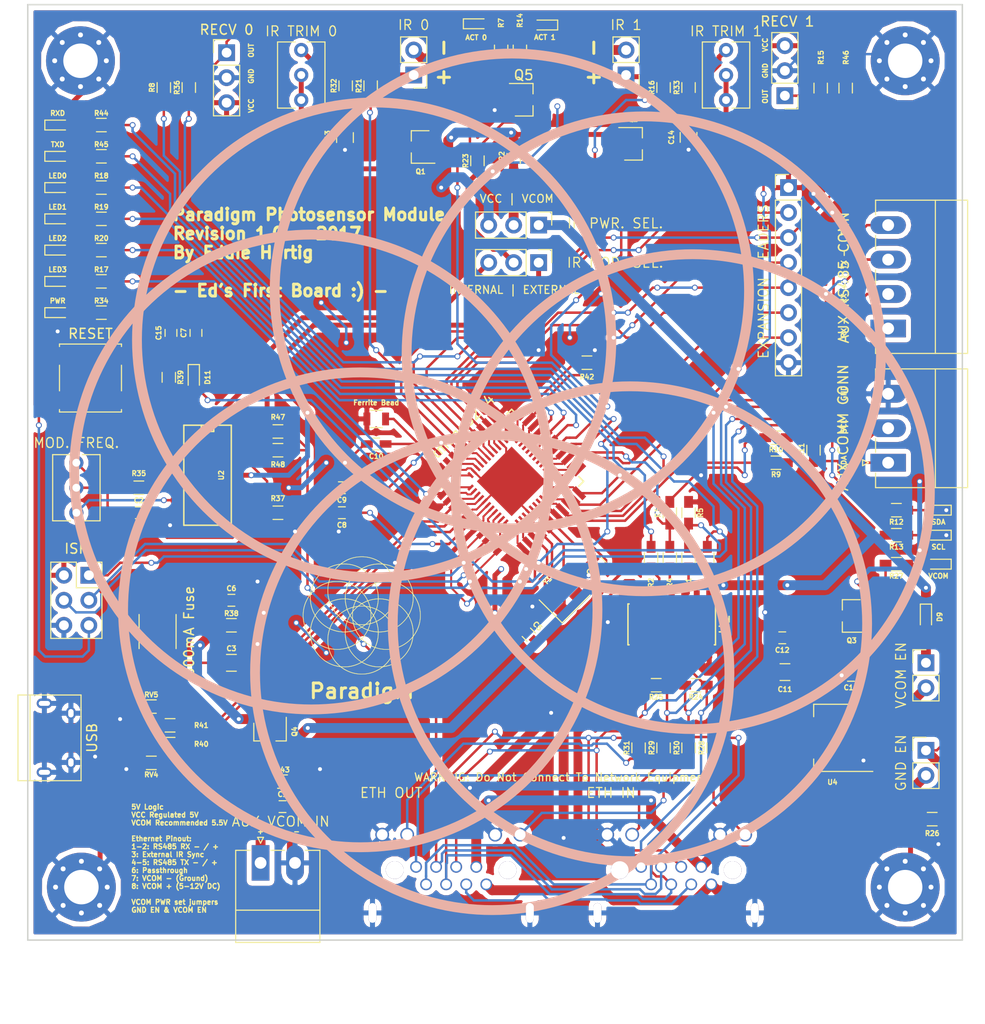
<source format=kicad_pcb>
(kicad_pcb (version 4) (host pcbnew 4.0.5)
  (layers (0 F.Cu signal) (31 B.Cu signal) (34 B.Paste user hide) (35 F.Paste user hide) (36 B.SilkS user hide) (37 F.SilkS user hide) (38 B.Mask user) (39 F.Mask user) (44 Edge.Cuts user hide))
  (net 0 "")
  (net 1 VCOM)
  (net 2 GND)
  (net 3 "Net-(C2-Pad1)")
  (net 4 "Net-(C2-Pad2)")
  (net 5 "Net-(C3-Pad1)")
  (net 6 /Atmega/XTAL1)
  (net 7 /Atmega/XTAL2)
  (net 8 VUSB)
  (net 9 VCC)
  (net 10 "Net-(C8-Pad1)")
  (net 11 "Net-(C9-Pad1)")
  (net 12 "Net-(C10-Pad1)")
  (net 13 "Net-(C13-Pad2)")
  (net 14 "Net-(C14-Pad2)")
  (net 15 "Net-(C16-Pad1)")
  (net 16 "Net-(D1-Pad2)")
  (net 17 /D0_OUT)
  (net 18 "Net-(D2-Pad2)")
  (net 19 "Net-(D3-Pad2)")
  (net 20 "Net-(D4-Pad2)")
  (net 21 /D1_OUT)
  (net 22 "Net-(D5-Pad2)")
  (net 23 "Net-(D6-Pad2)")
  (net 24 "Net-(D7-Pad2)")
  (net 25 "Net-(D8-Pad2)")
  (net 26 "Net-(D9-Pad2)")
  (net 27 "Net-(D10-Pad2)")
  (net 28 "Net-(D10-Pad1)")
  (net 29 /RESET)
  (net 30 "Net-(D12-Pad2)")
  (net 31 "Net-(D13-Pad2)")
  (net 32 "Net-(D14-Pad2)")
  (net 33 "Net-(FREQ1-Pad3)")
  (net 34 /RS422_Transiever/RS485_RX_-)
  (net 35 /RS422_Transiever/RS485_RX_+)
  (net 36 /EXT_SYNC)
  (net 37 /RS422_Transiever/RS485_TX_+)
  (net 38 /RS422_Transiever/RS485_TX_-)
  (net 39 "Net-(J1-Pad7)")
  (net 40 "Net-(J1-Pad8)")
  (net 41 "Net-(JP3-Pad2)")
  (net 42 "Net-(JP4-Pad1)")
  (net 43 "Net-(JP4-Pad2)")
  (net 44 "Net-(JP4-Pad3)")
  (net 45 "Net-(P3-Pad1)")
  (net 46 "Net-(P3-Pad2)")
  (net 47 /ADC4)
  (net 48 /ADC5)
  (net 49 /Atmega/PC7)
  (net 50 /Atmega/PF6)
  (net 51 /Atmega/PF7)
  (net 52 /IR1_+)
  (net 53 /IR0_-)
  (net 54 /IR0_+)
  (net 55 "Net-(P9-Pad2)")
  (net 56 "Net-(P9-Pad3)")
  (net 57 /Atmega/MISO)
  (net 58 /Atmega/SCK)
  (net 59 /Atmega/MOSI)
  (net 60 "Net-(Q1-Pad1)")
  (net 61 /IR0_SETPOINT)
  (net 62 "Net-(Q1-Pad3)")
  (net 63 /IR1_SETPOINT)
  (net 64 "Net-(Q2-Pad3)")
  (net 65 /DE)
  (net 66 /RS422_Transiever/DE)
  (net 67 /TXD)
  (net 68 /RS422_Transiever/TXD)
  (net 69 /RXD)
  (net 70 /RS422_Transiever/RXD)
  (net 71 /RE)
  (net 72 /RS422_Transiever/RE)
  (net 73 /INT0)
  (net 74 /SDA)
  (net 75 /SCL)
  (net 76 /INT1)
  (net 77 /IR1_ADC)
  (net 78 /LED0)
  (net 79 /LED1)
  (net 80 /LED2)
  (net 81 /LED3)
  (net 82 /IR0_ADC)
  (net 83 "Net-(J1-Pad12)")
  (net 84 "Net-(J1-Pad10)")
  (net 85 "Net-(J2-Pad12)")
  (net 86 "Net-(J2-Pad10)")
  (net 87 "Net-(R35-Pad2)")
  (net 88 /Atmega/D+)
  (net 89 /Atmega/D-)
  (net 90 "Net-(R42-Pad2)")
  (net 91 "Net-(R48-Pad2)")
  (net 92 "Net-(Q5-Pad3)")
  (module Resistors_SMD:R_0603_HandSoldering (layer F.Cu) (at 134.75 68.4 90)
    (fp_text reference R23 (at 0 -1.2 90) (layer F.SilkS) (effects (font (size 0.5 0.5) (thickness 0.125))))
    (fp_text value 0)
    (pad 1 smd rect (at -1.1 0 90) (size 1.2 0.9) (layers F.Cu F.Paste F.Mask) (net 43 "Net-(JP4-Pad2)"))
    (pad 2 smd rect (at 1.1 0 90) (size 1.2 0.9) (layers F.Cu F.Paste F.Mask) (net 92 "Net-(Q5-Pad3)"))
  )
  (module LEDs:LED_0603 (layer F.Cu) (at 92.075 64.77)
    (fp_text reference RXD (at 0 -1.2) (layer F.SilkS) (effects (font (size 0.5 0.5) (thickness 0.125))))
    (fp_text value RX_LED)
    (pad 2 smd rect (at 0.8 0 180) (size 0.8 0.8) (layers F.Cu F.Paste F.Mask) (net 31 "Net-(D13-Pad2)"))
    (pad 1 smd rect (at -0.8 0 180) (size 0.8 0.8) (layers F.Cu F.Paste F.Mask) (net 2 GND))
  )
  (module LEDs:LED_0603 (layer F.Cu) (at 92.075 80.645)
    (fp_text reference LED3 (at 0 -1.2) (layer F.SilkS) (effects (font (size 0.5 0.5) (thickness 0.125))))
    (fp_text value LED0)
    (pad 2 smd rect (at 0.8 0 180) (size 0.8 0.8) (layers F.Cu F.Paste F.Mask) (net 22 "Net-(D5-Pad2)"))
    (pad 1 smd rect (at -0.8 0 180) (size 0.8 0.8) (layers F.Cu F.Paste F.Mask) (net 2 GND))
  )
  (module LEDs:LED_0603 (layer F.Cu) (at 92.075 71.12)
    (fp_text reference LED0 (at 0 -1.2) (layer F.SilkS) (effects (font (size 0.5 0.5) (thickness 0.125))))
    (fp_text value LED1)
    (pad 2 smd rect (at 0.8 0 180) (size 0.8 0.8) (layers F.Cu F.Paste F.Mask) (net 23 "Net-(D6-Pad2)"))
    (pad 1 smd rect (at -0.8 0 180) (size 0.8 0.8) (layers F.Cu F.Paste F.Mask) (net 2 GND))
  )
  (module Capacitors_SMD:C_0603_HandSoldering (layer F.Cu) (at 147.152102 109.343608 135)
    (fp_text reference C4 (at 0 -1.25 135) (layer F.SilkS) (effects (font (size 0.5 0.5) (thickness 0.125))))
    (fp_text value 22p)
    (pad 1 smd rect (at -0.95 0 135) (size 1.2 0.75) (layers F.Cu F.Paste F.Mask) (net 6 /Atmega/XTAL1))
    (pad 2 smd rect (at 0.95 0 135) (size 1.2 0.75) (layers F.Cu F.Paste F.Mask) (net 2 GND))
  )
  (module Resistors_SMD:R_0603_HandSoldering (layer F.Cu) (at 156.21 128.016 90)
    (fp_text reference R30 (at 0 -1.2 90) (layer F.SilkS) (effects (font (size 0.5 0.5) (thickness 0.125))))
    (fp_text value 1k)
    (pad 1 smd rect (at -1.1 0 90) (size 1.2 0.9) (layers F.Cu F.Paste F.Mask) (net 85 "Net-(J2-Pad12)"))
    (pad 2 smd rect (at 1.1 0 90) (size 1.2 0.9) (layers F.Cu F.Paste F.Mask) (net 35 /RS422_Transiever/RS485_RX_+))
  )
  (module LEDs:LED_0603 (layer F.Cu) (at 134.62 54.485159)
    (fp_text reference "ACT 0" (at 0 1.394841) (layer F.SilkS) (effects (font (size 0.5 0.5) (thickness 0.125))))
    (fp_text value D0_ACT)
    (pad 2 smd rect (at 0.8 0 180) (size 0.8 0.8) (layers F.Cu F.Paste F.Mask) (net 16 "Net-(D1-Pad2)"))
    (pad 1 smd rect (at -0.8 0 180) (size 0.8 0.8) (layers F.Cu F.Paste F.Mask) (net 17 /D0_OUT))
  )
  (module LEDs:LED_0603 (layer F.Cu) (at 181.61 103.879424 180)
    (fp_text reference SDA (at 0 -1.2 180) (layer F.SilkS) (effects (font (size 0.5 0.5) (thickness 0.125))))
    (fp_text value SDA)
    (pad 2 smd rect (at 0.8 0) (size 0.8 0.8) (layers F.Cu F.Paste F.Mask) (net 18 "Net-(D2-Pad2)"))
    (pad 1 smd rect (at -0.8 0) (size 0.8 0.8) (layers F.Cu F.Paste F.Mask) (net 2 GND))
  )
  (module LEDs:LED_0603 (layer F.Cu) (at 181.61 106.419424 180)
    (fp_text reference SCL (at 0 -1.2 180) (layer F.SilkS) (effects (font (size 0.5 0.5) (thickness 0.125))))
    (fp_text value SCL)
    (pad 2 smd rect (at 0.8 0) (size 0.8 0.8) (layers F.Cu F.Paste F.Mask) (net 19 "Net-(D3-Pad2)"))
    (pad 1 smd rect (at -0.8 0) (size 0.8 0.8) (layers F.Cu F.Paste F.Mask) (net 2 GND))
  )
  (module LEDs:LED_0603 (layer F.Cu) (at 141.605 54.61 180)
    (fp_text reference "ACT 1" (at 0 -1.25 180) (layer F.SilkS) (effects (font (size 0.5 0.5) (thickness 0.125))))
    (fp_text value D1_ACT)
    (pad 2 smd rect (at 0.8 0) (size 0.8 0.8) (layers F.Cu F.Paste F.Mask) (net 20 "Net-(D4-Pad2)"))
    (pad 1 smd rect (at -0.8 0) (size 0.8 0.8) (layers F.Cu F.Paste F.Mask) (net 21 /D1_OUT))
  )
  (module LEDs:LED_0603 (layer F.Cu) (at 92.075 74.295)
    (fp_text reference LED1 (at 0 -1.2) (layer F.SilkS) (effects (font (size 0.5 0.5) (thickness 0.125))))
    (fp_text value LED2)
    (pad 2 smd rect (at 0.8 0 180) (size 0.8 0.8) (layers F.Cu F.Paste F.Mask) (net 24 "Net-(D7-Pad2)"))
    (pad 1 smd rect (at -0.8 0 180) (size 0.8 0.8) (layers F.Cu F.Paste F.Mask) (net 2 GND))
  )
  (module LEDs:LED_0603 (layer F.Cu) (at 92.075 77.47)
    (fp_text reference LED2 (at 0 -1.2) (layer F.SilkS) (effects (font (size 0.5 0.5) (thickness 0.125))))
    (fp_text value LED3)
    (pad 2 smd rect (at 0.8 0 180) (size 0.8 0.8) (layers F.Cu F.Paste F.Mask) (net 25 "Net-(D8-Pad2)"))
    (pad 1 smd rect (at -0.8 0 180) (size 0.8 0.8) (layers F.Cu F.Paste F.Mask) (net 2 GND))
  )
  (module Diodes_SMD:D_0603 (layer F.Cu) (at 180.34 114.72 270)
    (fp_text reference D9 (at 0 -1.4 270) (layer F.SilkS) (effects (font (size 0.5 0.5) (thickness 0.125))))
    (fp_text value D_VCOM)
    (pad 1 smd rect (at -0.85 0 270) (size 0.6 0.8) (layers F.Cu F.Paste F.Mask) (net 1 VCOM))
    (pad 2 smd rect (at 0.85 0 270) (size 0.6 0.8) (layers F.Cu F.Paste F.Mask) (net 26 "Net-(D9-Pad2)"))
  )
  (module LEDs:LED_0603 (layer F.Cu) (at 181.61 109.363447 180)
    (fp_text reference VCOM (at 0 -1.2 180) (layer F.SilkS) (effects (font (size 0.5 0.5) (thickness 0.125))))
    (fp_text value VCOM_PWR)
    (pad 2 smd rect (at 0.8 0) (size 0.8 0.8) (layers F.Cu F.Paste F.Mask) (net 27 "Net-(D10-Pad2)"))
    (pad 1 smd rect (at -0.8 0) (size 0.8 0.8) (layers F.Cu F.Paste F.Mask) (net 28 "Net-(D10-Pad1)"))
  )
  (module Diodes_SMD:D_0603 (layer F.Cu) (at 105.916722 90.38998 270)
    (fp_text reference D11 (at 0 -1.4 270) (layer F.SilkS) (effects (font (size 0.5 0.5) (thickness 0.125))))
    (fp_text value D_RST)
    (pad 1 smd rect (at -0.85 0 270) (size 0.6 0.8) (layers F.Cu F.Paste F.Mask) (net 9 VCC))
    (pad 2 smd rect (at 0.85 0 270) (size 0.6 0.8) (layers F.Cu F.Paste F.Mask) (net 29 /RESET))
  )
  (module LEDs:LED_0603 (layer F.Cu) (at 92.075 83.82)
    (fp_text reference PWR (at 0 -1.2) (layer F.SilkS) (effects (font (size 0.5 0.5) (thickness 0.125))))
    (fp_text value PWR_LED)
    (pad 2 smd rect (at 0.8 0 180) (size 0.8 0.8) (layers F.Cu F.Paste F.Mask) (net 30 "Net-(D12-Pad2)"))
    (pad 1 smd rect (at -0.8 0 180) (size 0.8 0.8) (layers F.Cu F.Paste F.Mask) (net 2 GND))
  )
  (module LEDs:LED_0603 (layer F.Cu) (at 92.075 67.945)
    (fp_text reference TXD (at 0 -1.2) (layer F.SilkS) (effects (font (size 0.5 0.5) (thickness 0.125))))
    (fp_text value TX_LED)
    (pad 2 smd rect (at 0.8 0 180) (size 0.8 0.8) (layers F.Cu F.Paste F.Mask) (net 32 "Net-(D14-Pad2)"))
    (pad 1 smd rect (at -0.8 0 180) (size 0.8 0.8) (layers F.Cu F.Paste F.Mask) (net 2 GND))
  )
  (module Potentiometers:Potentiometer_Trimmer_Vishay_T73XW_Vertical (layer F.Cu) (at 93.98 99.06)
    (fp_text reference "MOD. FREQ." (at 0 -2.01 180) (layer F.SilkS) (effects (font (thickness 0.125))))
    (fp_text value POT_TRIM)
    (pad 3 thru_hole circle (at 0 5.08) (size 1.44 1.44) (drill 0.8) (layers *.Cu *.Mask) (net 33 "Net-(FREQ1-Pad3)"))
    (pad 2 thru_hole circle (at 0 2.54) (size 1.44 1.44) (drill 0.8) (layers *.Cu *.Mask) (net 3 "Net-(C2-Pad1)"))
    (pad 1 thru_hole circle (at 0 0) (size 1.44 1.44) (drill 0.8) (layers *.Cu *.Mask) (net 3 "Net-(C2-Pad1)"))
  )
  (module Pin_Headers:Pin_Header_Straight_1x02_Pitch2.54mm (layer F.Cu) (at 180.34 119.38)
    (fp_text reference "VCOM EN" (at -2.54 1.27 90) (layer F.SilkS) (effects (font (thickness 0.125))))
    (fp_text value VCOM_EN)
    (pad 1 thru_hole rect (at 0 0) (size 1.7 1.7) (drill 1) (layers *.Cu *.Mask) (net 26 "Net-(D9-Pad2)"))
    (pad 2 thru_hole oval (at 0 2.54) (size 1.7 1.7) (drill 1) (layers *.Cu *.Mask) (net 39 "Net-(J1-Pad7)"))
  )
  (module Pin_Headers:Pin_Header_Straight_1x02_Pitch2.54mm (layer F.Cu) (at 180.34 128.27)
    (fp_text reference "GND EN" (at -2.54 1.27 90) (layer F.SilkS) (effects (font (thickness 0.125))))
    (fp_text value GND_EN)
    (pad 1 thru_hole rect (at 0 0) (size 1.7 1.7) (drill 1) (layers *.Cu *.Mask) (net 28 "Net-(D10-Pad1)"))
    (pad 2 thru_hole oval (at 0 2.54) (size 1.7 1.7) (drill 1) (layers *.Cu *.Mask) (net 40 "Net-(J1-Pad8)"))
  )
  (module Pin_Headers:Pin_Header_Straight_1x03_Pitch2.54mm (layer F.Cu) (at 140.97 74.93 270)
    (fp_text reference "IR PWR. SEL." (at -0.18 -7.78 360) (layer F.SilkS) (effects (font (thickness 0.125))))
    (fp_text value "Emitter Current Source")
    (pad 1 thru_hole rect (at 0 0 270) (size 1.7 1.7) (drill 1) (layers *.Cu *.Mask) (net 1 VCOM))
    (pad 2 thru_hole oval (at 0 2.54 270) (size 1.7 1.7) (drill 1) (layers *.Cu *.Mask) (net 41 "Net-(JP3-Pad2)"))
    (pad 3 thru_hole oval (at 0 5.08 270) (size 1.7 1.7) (drill 1) (layers *.Cu *.Mask) (net 9 VCC))
  )
  (module Pin_Headers:Pin_Header_Straight_1x03_Pitch2.54mm (layer F.Cu) (at 140.97 78.74 270)
    (fp_text reference "IR MOD. SEL." (at 0.01 -7.78 360) (layer F.SilkS) (effects (font (thickness 0.125))))
    (fp_text value IR_SYNC_SELECT)
    (pad 1 thru_hole rect (at 0 0 270) (size 1.7 1.7) (drill 1) (layers *.Cu *.Mask) (net 42 "Net-(JP4-Pad1)"))
    (pad 2 thru_hole oval (at 0 2.54 270) (size 1.7 1.7) (drill 1) (layers *.Cu *.Mask) (net 43 "Net-(JP4-Pad2)"))
    (pad 3 thru_hole oval (at 0 5.08 270) (size 1.7 1.7) (drill 1) (layers *.Cu *.Mask) (net 44 "Net-(JP4-Pad3)"))
  )
  (module Resistors_SMD:R_0805 (layer F.Cu) (at 124.46 94.615 180)
    (fp_text reference "Ferrite Bead" (at 0 1.65 180) (layer F.SilkS) (effects (font (size 0.5 0.5) (thickness 0.125))))
    (fp_text value Ferrite_Bead)
    (pad 1 smd rect (at -0.95 0 180) (size 0.7 1.3) (layers F.Cu F.Paste F.Mask) (net 12 "Net-(C10-Pad1)"))
    (pad 2 smd rect (at 0.95 0 180) (size 0.7 1.3) (layers F.Cu F.Paste F.Mask) (net 9 VCC))
  )
  (module Pin_Headers:Pin_Header_Straight_1x08_Pitch2.54mm (layer F.Cu) (at 166.37 71.12)
    (fp_text reference "EXPANSION HEADERS" (at -2.54 9.525 90) (layer F.SilkS) (effects (font (thickness 0.125))))
    (fp_text value CONN_01X08)
    (pad 1 thru_hole rect (at 0 0) (size 1.7 1.7) (drill 1) (layers *.Cu *.Mask) (net 9 VCC))
    (pad 2 thru_hole oval (at 0 2.54) (size 1.7 1.7) (drill 1) (layers *.Cu *.Mask) (net 47 /ADC4))
    (pad 3 thru_hole oval (at 0 5.08) (size 1.7 1.7) (drill 1) (layers *.Cu *.Mask) (net 48 /ADC5))
    (pad 4 thru_hole oval (at 0 7.62) (size 1.7 1.7) (drill 1) (layers *.Cu *.Mask) (net 49 /Atmega/PC7))
    (pad 5 thru_hole oval (at 0 10.16) (size 1.7 1.7) (drill 1) (layers *.Cu *.Mask) (net 50 /Atmega/PF6))
    (pad 6 thru_hole oval (at 0 12.7) (size 1.7 1.7) (drill 1) (layers *.Cu *.Mask) (net 51 /Atmega/PF7))
    (pad 7 thru_hole oval (at 0 15.24) (size 1.7 1.7) (drill 1) (layers *.Cu *.Mask) (net 29 /RESET))
    (pad 8 thru_hole oval (at 0 17.78) (size 1.7 1.7) (drill 1) (layers *.Cu *.Mask) (net 2 GND))
  )
  (module Pin_Headers:Pin_Header_Straight_1x02_Pitch2.54mm (layer F.Cu) (at 149.86 59.69 180)
    (fp_text reference "IR 1" (at 0 5.08 180) (layer F.SilkS) (effects (font (thickness 0.125))))
    (fp_text value CONN_IR1)
    (pad 1 thru_hole rect (at 0 0 180) (size 1.7 1.7) (drill 1) (layers *.Cu *.Mask) (net 52 /IR1_+))
    (pad 2 thru_hole oval (at 0 2.54 180) (size 1.7 1.7) (drill 1) (layers *.Cu *.Mask) (net 53 /IR0_-))
  )
  (module Pin_Headers:Pin_Header_Straight_1x02_Pitch2.54mm (layer F.Cu) (at 128.27 59.69 180)
    (fp_text reference "IR 0" (at 0 5.08 180) (layer F.SilkS) (effects (font (thickness 0.125))))
    (fp_text value CONN_IR0)
    (pad 1 thru_hole rect (at 0 0 180) (size 1.7 1.7) (drill 1) (layers *.Cu *.Mask) (net 54 /IR0_+))
    (pad 2 thru_hole oval (at 0 2.54 180) (size 1.7 1.7) (drill 1) (layers *.Cu *.Mask) (net 53 /IR0_-))
  )
  (module Connectors:USB_Micro-B (layer F.Cu) (at 92.075 127 270)
    (fp_text reference USB (at 0 -3.5 270) (layer F.SilkS))
    (fp_text value USB_MICRO)
    (pad 1 smd rect (at -1.3 -1.35) (size 1.35 0.4) (layers F.Cu F.Paste F.Mask) (net 5 "Net-(C3-Pad1)"))
    (pad 2 smd rect (at -0.65 -1.35) (size 1.35 0.4) (layers F.Cu F.Paste F.Mask) (net 55 "Net-(P9-Pad2)"))
    (pad 3 smd rect (at 0 -1.35) (size 1.35 0.4) (layers F.Cu F.Paste F.Mask) (net 56 "Net-(P9-Pad3)"))
    (pad 4 smd rect (at 0.65 -1.35) (size 1.35 0.4) (layers F.Cu F.Paste F.Mask))
    (pad 5 smd rect (at 1.3 -1.35) (size 1.35 0.4) (layers F.Cu F.Paste F.Mask) (net 2 GND))
    (pad 6 thru_hole oval (at -2.5 -1.35) (size 0.95 1.25) (drill oval 0.55 0.85) (layers *.Cu *.Mask) (net 2 GND))
    (pad 6 thru_hole oval (at 2.5 -1.35) (size 0.95 1.25) (drill oval 0.55 0.85) (layers *.Cu *.Mask) (net 2 GND))
    (pad 6 thru_hole oval (at -3.5 1.35) (size 1.55 1) (drill oval 1.15 0.5) (layers *.Cu *.Mask) (net 2 GND))
    (pad 6 thru_hole oval (at 3.5 1.35) (size 1.55 1) (drill oval 1.15 0.5) (layers *.Cu *.Mask) (net 2 GND))
  )
  (module Socket_Strips:Socket_Strip_Straight_2x03_Pitch2.54mm (layer F.Cu) (at 95.25 110.49)
    (fp_text reference ISP (at -1.27 -2.7) (layer F.SilkS))
    (fp_text value ISP)
    (pad 1 thru_hole rect (at 0 0) (size 1.7 1.7) (drill 1) (layers *.Cu *.Mask) (net 57 /Atmega/MISO))
    (pad 2 thru_hole oval (at -2.54 0) (size 1.7 1.7) (drill 1) (layers *.Cu *.Mask) (net 9 VCC))
    (pad 3 thru_hole oval (at 0 2.54) (size 1.7 1.7) (drill 1) (layers *.Cu *.Mask) (net 58 /Atmega/SCK))
    (pad 4 thru_hole oval (at -2.54 2.54) (size 1.7 1.7) (drill 1) (layers *.Cu *.Mask) (net 59 /Atmega/MOSI))
    (pad 5 thru_hole oval (at 0 5.08) (size 1.7 1.7) (drill 1) (layers *.Cu *.Mask) (net 29 /RESET))
    (pad 6 thru_hole oval (at -2.54 5.08) (size 1.7 1.7) (drill 1) (layers *.Cu *.Mask) (net 2 GND))
  )
  (module TO_SOT_Packages_SMD:SC-59 (layer F.Cu) (at 128.975 66.995 180)
    (fp_text reference Q1 (at 0 -2.5 180) (layer F.SilkS) (effects (font (size 0.5 0.5) (thickness 0.125))))
    (fp_text value FDN340PCT-ND)
    (pad 1 smd rect (at -1.2 -0.95 180) (size 0.9 0.8) (layers F.Cu F.Paste F.Mask) (net 60 "Net-(Q1-Pad1)"))
    (pad 2 smd rect (at -1.2 0.95 180) (size 0.9 0.8) (layers F.Cu F.Paste F.Mask) (net 61 /IR0_SETPOINT))
    (pad 3 smd rect (at 1.2 0 180) (size 0.9 0.8) (layers F.Cu F.Paste F.Mask) (net 62 "Net-(Q1-Pad3)"))
  )
  (module TO_SOT_Packages_SMD:SC-59 (layer F.Cu) (at 150.565 66.675)
    (fp_text reference Q2 (at 0 -2.5) (layer F.SilkS) (effects (font (size 0.5 0.5) (thickness 0.125))))
    (fp_text value FDN340PCT-ND)
    (pad 1 smd rect (at -1.2 -0.95) (size 0.9 0.8) (layers F.Cu F.Paste F.Mask) (net 60 "Net-(Q1-Pad1)"))
    (pad 2 smd rect (at -1.2 0.95) (size 0.9 0.8) (layers F.Cu F.Paste F.Mask) (net 63 /IR1_SETPOINT))
    (pad 3 smd rect (at 1.2 0) (size 0.9 0.8) (layers F.Cu F.Paste F.Mask) (net 64 "Net-(Q2-Pad3)"))
  )
  (module TO_SOT_Packages_SMD:SC-59 (layer F.Cu) (at 172.79 114.62 180)
    (fp_text reference Q3 (at 0 -2.5 180) (layer F.SilkS) (effects (font (size 0.5 0.5) (thickness 0.125))))
    (fp_text value FDN340PCT)
    (pad 1 smd rect (at -1.2 -0.95 180) (size 0.9 0.8) (layers F.Cu F.Paste F.Mask) (net 15 "Net-(C16-Pad1)"))
    (pad 2 smd rect (at -1.2 0.95 180) (size 0.9 0.8) (layers F.Cu F.Paste F.Mask) (net 1 VCOM))
    (pad 3 smd rect (at 1.2 0 180) (size 0.9 0.8) (layers F.Cu F.Paste F.Mask) (net 9 VCC))
  )
  (module TO_SOT_Packages_SMD:SC-59 (layer F.Cu) (at 113.665 126.365 270)
    (fp_text reference Q4 (at 0 -2.5 270) (layer F.SilkS) (effects (font (size 0.5 0.5) (thickness 0.125))))
    (fp_text value FDN340PCT-ND)
    (pad 1 smd rect (at -1.2 -0.95 270) (size 0.9 0.8) (layers F.Cu F.Paste F.Mask) (net 9 VCC))
    (pad 2 smd rect (at -1.2 0.95 270) (size 0.9 0.8) (layers F.Cu F.Paste F.Mask) (net 8 VUSB))
    (pad 3 smd rect (at 1.2 0 270) (size 0.9 0.8) (layers F.Cu F.Paste F.Mask) (net 1 VCOM))
  )
  (module Potentiometers:Potentiometer_Trimmer_Vishay_T73XW_Vertical (layer F.Cu) (at 116.84 62.23 180)
    (fp_text reference "IR TRIM 0" (at 0 6.985 180) (layer F.SilkS) (effects (font (thickness 0.125))))
    (fp_text value RP500)
    (pad 3 thru_hole circle (at 0 5.08 180) (size 1.44 1.44) (drill 0.8) (layers *.Cu *.Mask) (net 13 "Net-(C13-Pad2)"))
    (pad 2 thru_hole circle (at 0 2.54 180) (size 1.44 1.44) (drill 0.8) (layers *.Cu *.Mask) (net 62 "Net-(Q1-Pad3)"))
    (pad 1 thru_hole circle (at 0 0 180) (size 1.44 1.44) (drill 0.8) (layers *.Cu *.Mask) (net 62 "Net-(Q1-Pad3)"))
  )
  (module Potentiometers:Potentiometer_Trimmer_Vishay_T73XW_Vertical (layer F.Cu) (at 160.02 62.23 180)
    (fp_text reference "IR TRIM 1" (at 0 6.985 180) (layer F.SilkS) (effects (font (thickness 0.125))))
    (fp_text value RP500)
    (pad 3 thru_hole circle (at 0 5.08 180) (size 1.44 1.44) (drill 0.8) (layers *.Cu *.Mask) (net 14 "Net-(C14-Pad2)"))
    (pad 2 thru_hole circle (at 0 2.54 180) (size 1.44 1.44) (drill 0.8) (layers *.Cu *.Mask) (net 64 "Net-(Q2-Pad3)"))
    (pad 1 thru_hole circle (at 0 0 180) (size 1.44 1.44) (drill 0.8) (layers *.Cu *.Mask) (net 64 "Net-(Q2-Pad3)"))
  )
  (module Resistors_SMD:R_0603 (layer F.Cu) (at 101.6 129.54)
    (fp_text reference RV4 (at 0 1.2) (layer F.SilkS) (effects (font (size 0.5 0.5) (thickness 0.125))))
    (fp_text value CG0603MLC)
    (pad 1 smd rect (at -0.75 0) (size 0.5 0.9) (layers F.Cu F.Paste F.Mask) (net 2 GND))
    (pad 2 smd rect (at 0.75 0) (size 0.5 0.9) (layers F.Cu F.Paste F.Mask) (net 56 "Net-(P9-Pad3)"))
  )
  (module Resistors_SMD:R_0603 (layer F.Cu) (at 101.6 123.825)
    (fp_text reference RV5 (at 0 -1.2) (layer F.SilkS) (effects (font (size 0.5 0.5) (thickness 0.125))))
    (fp_text value CG0603MLC)
    (pad 1 smd rect (at -0.75 0) (size 0.5 0.9) (layers F.Cu F.Paste F.Mask) (net 2 GND))
    (pad 2 smd rect (at 0.75 0) (size 0.5 0.9) (layers F.Cu F.Paste F.Mask) (net 55 "Net-(P9-Pad2)"))
  )
  (module Buttons_Switches_SMD:SW_SPST_B3S-1000 (layer F.Cu) (at 95.415 90.46)
    (fp_text reference RESET (at 0 -4.5) (layer F.SilkS))
    (fp_text value RESET_BTN)
    (pad 1 smd rect (at -3.975 -2.25) (size 1.55 1.3) (layers F.Cu F.Paste F.Mask) (net 2 GND))
    (pad 1 smd rect (at 3.975 -2.25) (size 1.55 1.3) (layers F.Cu F.Paste F.Mask) (net 2 GND))
    (pad 2 smd rect (at -3.975 2.25) (size 1.55 1.3) (layers F.Cu F.Paste F.Mask) (net 29 /RESET))
    (pad 2 smd rect (at 3.975 2.25) (size 1.55 1.3) (layers F.Cu F.Paste F.Mask) (net 29 /RESET))
  )
  (module SMD_Packages:SOIC-14_N (layer F.Cu) (at 107.442 100.33 270)
    (fp_text reference U2 (at 0 -1.27 270) (layer F.SilkS) (effects (font (size 0.5 0.5) (thickness 0.125))))
    (fp_text value 7400)
    (pad 1 smd rect (at -3.81 3.302 270) (size 0.508 1.143) (layers F.Cu F.Paste F.Mask) (net 91 "Net-(R48-Pad2)"))
    (pad 2 smd rect (at -2.54 3.302 270) (size 0.508 1.143) (layers F.Cu F.Paste F.Mask) (net 91 "Net-(R48-Pad2)"))
    (pad 3 smd rect (at -1.27 3.302 270) (size 0.508 1.143) (layers F.Cu F.Paste F.Mask) (net 44 "Net-(JP4-Pad3)"))
    (pad 4 smd rect (at 0 3.302 270) (size 0.508 1.143) (layers F.Cu F.Paste F.Mask) (net 87 "Net-(R35-Pad2)"))
    (pad 5 smd rect (at 1.27 3.302 270) (size 0.508 1.143) (layers F.Cu F.Paste F.Mask) (net 87 "Net-(R35-Pad2)"))
    (pad 6 smd rect (at 2.54 3.302 270) (size 0.508 1.143) (layers F.Cu F.Paste F.Mask) (net 33 "Net-(FREQ1-Pad3)"))
    (pad 7 smd rect (at 3.81 3.302 270) (size 0.508 1.143) (layers F.Cu F.Paste F.Mask) (net 2 GND))
    (pad 8 smd rect (at 3.81 -3.048 270) (size 0.508 1.143) (layers F.Cu F.Paste F.Mask) (net 4 "Net-(C2-Pad2)"))
    (pad 9 smd rect (at 2.54 -3.048 270) (size 0.508 1.143) (layers F.Cu F.Paste F.Mask) (net 33 "Net-(FREQ1-Pad3)"))
    (pad 11 smd rect (at 0 -3.048 270) (size 0.508 1.143) (layers F.Cu F.Paste F.Mask) (net 42 "Net-(JP4-Pad1)"))
    (pad 12 smd rect (at -1.27 -3.048 270) (size 0.508 1.143) (layers F.Cu F.Paste F.Mask) (net 4 "Net-(C2-Pad2)"))
    (pad 13 smd rect (at -2.54 -3.048 270) (size 0.508 1.143) (layers F.Cu F.Paste F.Mask) (net 9 VCC))
    (pad 14 smd rect (at -3.81 -3.048 270) (size 0.508 1.143) (layers F.Cu F.Paste F.Mask) (net 9 VCC))
    (pad 10 smd rect (at 1.27 -3.048 270) (size 0.508 1.143) (layers F.Cu F.Paste F.Mask) (net 33 "Net-(FREQ1-Pad3)"))
  )
  (module TO_SOT_Packages_SMD:SOT-223 (layer F.Cu) (at 170.84 127 180)
    (fp_text reference U4 (at 0 -4.5 180) (layer F.SilkS) (effects (font (size 0.5 0.5) (thickness 0.125))))
    (fp_text value NCP1117ST50T3GOSCT)
    (pad 4 smd rect (at 3.15 0 180) (size 2 3.8) (layers F.Cu F.Paste F.Mask) (net 9 VCC))
    (pad 2 smd rect (at -3.15 0 180) (size 2 1.5) (layers F.Cu F.Paste F.Mask) (net 9 VCC))
    (pad 3 smd rect (at -3.15 2.3 180) (size 2 1.5) (layers F.Cu F.Paste F.Mask) (net 15 "Net-(C16-Pad1)"))
    (pad 1 smd rect (at -3.15 -2.3 180) (size 2 1.5) (layers F.Cu F.Paste F.Mask) (net 2 GND))
  )
  (module Crystals:Crystal_SMD_Abracon_ABM8G-4pin_3.2x2.5mm (layer F.Cu) (at 143.609497 112.744792 45)
    (fp_text reference Y1 (at 0 -2.45 45) (layer F.SilkS) (effects (font (size 0.5 0.5) (thickness 0.125))))
    (fp_text value Crystal)
    (pad 1 smd rect (at -1.1 0.85 45) (size 1.4 1.2) (layers F.Cu F.Paste F.Mask) (net 2 GND))
    (pad 2 smd rect (at 1.1 0.85 45) (size 1.4 1.2) (layers F.Cu F.Paste F.Mask) (net 6 /Atmega/XTAL1))
    (pad 3 smd rect (at 1.1 -0.85 45) (size 1.4 1.2) (layers F.Cu F.Paste F.Mask) (net 2 GND))
    (pad 4 smd rect (at -1.1 -0.85 45) (size 1.4 1.2) (layers F.Cu F.Paste F.Mask) (net 7 /Atmega/XTAL2))
  )
  (module Capacitors_SMD:C_0603_HandSoldering (layer F.Cu) (at 114.935 133.985)
    (fp_text reference C1 (at 0 -1.25) (layer F.SilkS) (effects (font (size 0.5 0.5) (thickness 0.125))))
    (fp_text value 10n)
    (pad 1 smd rect (at -0.95 0) (size 1.2 0.75) (layers F.Cu F.Paste F.Mask) (net 1 VCOM))
    (pad 2 smd rect (at 0.95 0) (size 1.2 0.75) (layers F.Cu F.Paste F.Mask) (net 2 GND))
  )
  (module Capacitors_SMD:C_0603_HandSoldering (layer F.Cu) (at 100.33 104.14)
    (fp_text reference C2 (at 0 -1.25) (layer F.SilkS) (effects (font (size 0.5 0.5) (thickness 0.125))))
    (fp_text value 10n)
    (pad 1 smd rect (at -0.95 0) (size 1.2 0.75) (layers F.Cu F.Paste F.Mask) (net 3 "Net-(C2-Pad1)"))
    (pad 2 smd rect (at 0.95 0) (size 1.2 0.75) (layers F.Cu F.Paste F.Mask) (net 4 "Net-(C2-Pad2)"))
  )
  (module Capacitors_SMD:C_0805_HandSoldering (layer F.Cu) (at 109.74 119.38)
    (fp_text reference C3 (at 0 -1.45) (layer F.SilkS) (effects (font (size 0.5 0.5) (thickness 0.125))))
    (fp_text value 22u)
    (pad 1 smd rect (at -1.25 0) (size 1.5 1.25) (layers F.Cu F.Paste F.Mask) (net 5 "Net-(C3-Pad1)"))
    (pad 2 smd rect (at 1.25 0) (size 1.5 1.25) (layers F.Cu F.Paste F.Mask) (net 2 GND))
  )
  (module Capacitors_SMD:C_0603_HandSoldering (layer F.Cu) (at 139.967898 116.527813 315)
    (fp_text reference C5 (at 0 -1.25 315) (layer F.SilkS) (effects (font (size 0.5 0.5) (thickness 0.125))))
    (fp_text value 22p)
    (pad 1 smd rect (at -0.95 0 315) (size 1.2 0.75) (layers F.Cu F.Paste F.Mask) (net 7 /Atmega/XTAL2))
    (pad 2 smd rect (at 0.95 0 315) (size 1.2 0.75) (layers F.Cu F.Paste F.Mask) (net 2 GND))
  )
  (module Capacitors_SMD:C_0603_HandSoldering (layer F.Cu) (at 109.74 113.03)
    (fp_text reference C6 (at 0 -1.2) (layer F.SilkS) (effects (font (size 0.5 0.5) (thickness 0.125))))
    (fp_text value 100n)
    (pad 1 smd rect (at -0.95 0) (size 1.2 0.75) (layers F.Cu F.Paste F.Mask) (net 8 VUSB))
    (pad 2 smd rect (at 0.95 0) (size 1.2 0.75) (layers F.Cu F.Paste F.Mask) (net 2 GND))
  )
  (module Capacitors_SMD:C_0603_HandSoldering (layer F.Cu) (at 106.137482 85.877638 90)
    (fp_text reference C7 (at 0 -1.25 90) (layer F.SilkS) (effects (font (size 0.5 0.5) (thickness 0.125))))
    (fp_text value 100n)
    (pad 1 smd rect (at -0.95 0 90) (size 1.2 0.75) (layers F.Cu F.Paste F.Mask) (net 2 GND))
    (pad 2 smd rect (at 0.95 0 90) (size 1.2 0.75) (layers F.Cu F.Paste F.Mask) (net 9 VCC))
  )
  (module Capacitors_SMD:C_0603_HandSoldering (layer F.Cu) (at 120.97 104.14 180)
    (fp_text reference C8 (at 0 -1.25 180) (layer F.SilkS) (effects (font (size 0.5 0.5) (thickness 0.125))))
    (fp_text value 1u)
    (pad 1 smd rect (at -0.95 0 180) (size 1.2 0.75) (layers F.Cu F.Paste F.Mask) (net 10 "Net-(C8-Pad1)"))
    (pad 2 smd rect (at 0.95 0 180) (size 1.2 0.75) (layers F.Cu F.Paste F.Mask) (net 2 GND))
  )
  (module Capacitors_SMD:C_0603_HandSoldering (layer F.Cu) (at 120.97 101.6 180)
    (fp_text reference C9 (at 0 -1.25 180) (layer F.SilkS) (effects (font (size 0.5 0.5) (thickness 0.125))))
    (fp_text value 100n)
    (pad 1 smd rect (at -0.95 0 180) (size 1.2 0.75) (layers F.Cu F.Paste F.Mask) (net 11 "Net-(C9-Pad1)"))
    (pad 2 smd rect (at 0.95 0 180) (size 1.2 0.75) (layers F.Cu F.Paste F.Mask) (net 2 GND))
  )
  (module Capacitors_SMD:C_0603_HandSoldering (layer F.Cu) (at 124.46 97.155 180)
    (fp_text reference C10 (at 0 -1.25 180) (layer F.SilkS) (effects (font (size 0.5 0.5) (thickness 0.125))))
    (fp_text value 1u)
    (pad 1 smd rect (at -0.95 0 180) (size 1.2 0.75) (layers F.Cu F.Paste F.Mask) (net 12 "Net-(C10-Pad1)"))
    (pad 2 smd rect (at 0.95 0 180) (size 1.2 0.75) (layers F.Cu F.Paste F.Mask) (net 2 GND))
  )
  (module Capacitors_SMD:C_0805_HandSoldering (layer F.Cu) (at 166.009746 120.324738 180)
    (fp_text reference C11 (at 0 -1.75 180) (layer F.SilkS) (effects (font (size 0.5 0.5) (thickness 0.125))))
    (fp_text value 22u)
    (pad 1 smd rect (at -1.25 0 180) (size 1.5 1.25) (layers F.Cu F.Paste F.Mask) (net 9 VCC))
    (pad 2 smd rect (at 1.25 0 180) (size 1.5 1.25) (layers F.Cu F.Paste F.Mask) (net 2 GND))
  )
  (module Capacitors_SMD:C_0603_HandSoldering (layer F.Cu) (at 165.735 116.84 180)
    (fp_text reference C12 (at 0 -1.25 180) (layer F.SilkS) (effects (font (size 0.5 0.5) (thickness 0.125))))
    (fp_text value 100n)
    (pad 1 smd rect (at -0.95 0 180) (size 1.2 0.75) (layers F.Cu F.Paste F.Mask) (net 9 VCC))
    (pad 2 smd rect (at 0.95 0 180) (size 1.2 0.75) (layers F.Cu F.Paste F.Mask) (net 2 GND))
  )
  (module Capacitors_SMD:C_0805_HandSoldering (layer F.Cu) (at 121.285 66.04 90)
    (fp_text reference C13 (at 0 -1.75 90) (layer F.SilkS) (effects (font (size 0.5 0.5) (thickness 0.125))))
    (fp_text value 10u)
    (pad 1 smd rect (at -1.25 0 90) (size 1.5 1.25) (layers F.Cu F.Paste F.Mask) (net 2 GND))
    (pad 2 smd rect (at 1.25 0 90) (size 1.5 1.25) (layers F.Cu F.Paste F.Mask) (net 13 "Net-(C13-Pad2)"))
  )
  (module Capacitors_SMD:C_0805_HandSoldering (layer F.Cu) (at 156.21 66.02 90)
    (fp_text reference C14 (at 0 -1.75 90) (layer F.SilkS) (effects (font (size 0.5 0.5) (thickness 0.125))))
    (fp_text value 10u)
    (pad 1 smd rect (at -1.25 0 90) (size 1.5 1.25) (layers F.Cu F.Paste F.Mask) (net 2 GND))
    (pad 2 smd rect (at 1.25 0 90) (size 1.5 1.25) (layers F.Cu F.Paste F.Mask) (net 14 "Net-(C14-Pad2)"))
  )
  (module Capacitors_SMD:C_0603_HandSoldering (layer F.Cu) (at 103.597482 85.877638 90)
    (fp_text reference C15 (at 0 -1.25 90) (layer F.SilkS) (effects (font (size 0.5 0.5) (thickness 0.125))))
    (fp_text value 100n)
    (pad 1 smd rect (at -0.95 0 90) (size 1.2 0.75) (layers F.Cu F.Paste F.Mask) (net 2 GND))
    (pad 2 smd rect (at 0.95 0 90) (size 1.2 0.75) (layers F.Cu F.Paste F.Mask) (net 9 VCC))
  )
  (module Capacitors_SMD:C_0603_HandSoldering (layer F.Cu) (at 172.72 120.65 180)
    (fp_text reference C16 (at 0 -1.25 180) (layer F.SilkS) (effects (font (size 0.5 0.5) (thickness 0.125))))
    (fp_text value 100n)
    (pad 1 smd rect (at -0.95 0 180) (size 1.2 0.75) (layers F.Cu F.Paste F.Mask) (net 15 "Net-(C16-Pad1)"))
    (pad 2 smd rect (at 0.95 0 180) (size 1.2 0.75) (layers F.Cu F.Paste F.Mask) (net 2 GND))
  )
  (module Resistors_SMD:R_1812_HandSoldering (layer F.Cu) (at 102.235 116.205 270)
    (fp_text reference "500mA Fuse" (at 0 -3.2 270) (layer F.SilkS))
    (fp_text value 500mA)
    (pad 1 smd rect (at -3.4 0 270) (size 3.5 3.5) (layers F.Cu F.Paste F.Mask) (net 8 VUSB))
    (pad 2 smd rect (at 3.4 0 270) (size 3.5 3.5) (layers F.Cu F.Paste F.Mask) (net 5 "Net-(C3-Pad1)"))
  )
  (module Mounting_Holes:MountingHole_3.5mm_Pad_Via (layer F.Cu) (at 178.23 58.24)
    (fp_text reference "" (at 0 -4.5) (layer F.SilkS))
    (fp_text value MOUNTING_HOLE)
    (pad 1 thru_hole circle (at 0 0) (size 7 7) (drill 3.5) (layers *.Cu *.Mask) (net 2 GND))
    (pad "" thru_hole circle (at 2.625 0) (size 0.6 0.6) (drill 0.5) (layers *.Cu *.Mask))
    (pad "" thru_hole circle (at 1.856155 1.856155) (size 0.6 0.6) (drill 0.5) (layers *.Cu *.Mask))
    (pad "" thru_hole circle (at 0 2.625) (size 0.6 0.6) (drill 0.5) (layers *.Cu *.Mask))
    (pad "" thru_hole circle (at -1.856155 1.856155) (size 0.6 0.6) (drill 0.5) (layers *.Cu *.Mask))
    (pad "" thru_hole circle (at -2.625 0) (size 0.6 0.6) (drill 0.5) (layers *.Cu *.Mask))
    (pad "" thru_hole circle (at -1.856155 -1.856155) (size 0.6 0.6) (drill 0.5) (layers *.Cu *.Mask))
    (pad "" thru_hole circle (at 0 -2.625) (size 0.6 0.6) (drill 0.5) (layers *.Cu *.Mask))
    (pad "" thru_hole circle (at 1.856155 -1.856155) (size 0.6 0.6) (drill 0.5) (layers *.Cu *.Mask))
  )
  (module Mounting_Holes:MountingHole_3.5mm_Pad_Via (layer F.Cu) (at 178.23 142.16)
    (fp_text reference "" (at 0 -4.5) (layer F.SilkS))
    (fp_text value MOUNTING_HOLE)
    (pad 1 thru_hole circle (at 0 0) (size 7 7) (drill 3.5) (layers *.Cu *.Mask) (net 2 GND))
    (pad "" thru_hole circle (at 2.625 0) (size 0.6 0.6) (drill 0.5) (layers *.Cu *.Mask))
    (pad "" thru_hole circle (at 1.856155 1.856155) (size 0.6 0.6) (drill 0.5) (layers *.Cu *.Mask))
    (pad "" thru_hole circle (at 0 2.625) (size 0.6 0.6) (drill 0.5) (layers *.Cu *.Mask))
    (pad "" thru_hole circle (at -1.856155 1.856155) (size 0.6 0.6) (drill 0.5) (layers *.Cu *.Mask))
    (pad "" thru_hole circle (at -2.625 0) (size 0.6 0.6) (drill 0.5) (layers *.Cu *.Mask))
    (pad "" thru_hole circle (at -1.856155 -1.856155) (size 0.6 0.6) (drill 0.5) (layers *.Cu *.Mask))
    (pad "" thru_hole circle (at 0 -2.625) (size 0.6 0.6) (drill 0.5) (layers *.Cu *.Mask))
    (pad "" thru_hole circle (at 1.856155 -1.856155) (size 0.6 0.6) (drill 0.5) (layers *.Cu *.Mask))
  )
  (module Mounting_Holes:MountingHole_3.5mm_Pad_Via (layer F.Cu) (at 94.49 142.16)
    (fp_text reference "" (at 0 -4.5) (layer F.SilkS))
    (fp_text value MOUNTING_HOLE)
    (pad 1 thru_hole circle (at 0 0) (size 7 7) (drill 3.5) (layers *.Cu *.Mask) (net 2 GND))
    (pad "" thru_hole circle (at 2.625 0) (size 0.6 0.6) (drill 0.5) (layers *.Cu *.Mask))
    (pad "" thru_hole circle (at 1.856155 1.856155) (size 0.6 0.6) (drill 0.5) (layers *.Cu *.Mask))
    (pad "" thru_hole circle (at 0 2.625) (size 0.6 0.6) (drill 0.5) (layers *.Cu *.Mask))
    (pad "" thru_hole circle (at -1.856155 1.856155) (size 0.6 0.6) (drill 0.5) (layers *.Cu *.Mask))
    (pad "" thru_hole circle (at -2.625 0) (size 0.6 0.6) (drill 0.5) (layers *.Cu *.Mask))
    (pad "" thru_hole circle (at -1.856155 -1.856155) (size 0.6 0.6) (drill 0.5) (layers *.Cu *.Mask))
    (pad "" thru_hole circle (at 0 -2.625) (size 0.6 0.6) (drill 0.5) (layers *.Cu *.Mask))
    (pad "" thru_hole circle (at 1.856155 -1.856155) (size 0.6 0.6) (drill 0.5) (layers *.Cu *.Mask))
  )
  (module Mounting_Holes:MountingHole_3.5mm_Pad_Via (layer F.Cu) (at 94.4 58.24)
    (fp_text reference "" (at 0 -4.5) (layer F.SilkS))
    (fp_text value MOUNTING_HOLE)
    (pad 1 thru_hole circle (at 0 0) (size 7 7) (drill 3.5) (layers *.Cu *.Mask) (net 2 GND))
    (pad "" thru_hole circle (at 2.625 0) (size 0.6 0.6) (drill 0.5) (layers *.Cu *.Mask))
    (pad "" thru_hole circle (at 1.856155 1.856155) (size 0.6 0.6) (drill 0.5) (layers *.Cu *.Mask))
    (pad "" thru_hole circle (at 0 2.625) (size 0.6 0.6) (drill 0.5) (layers *.Cu *.Mask))
    (pad "" thru_hole circle (at -1.856155 1.856155) (size 0.6 0.6) (drill 0.5) (layers *.Cu *.Mask))
    (pad "" thru_hole circle (at -2.625 0) (size 0.6 0.6) (drill 0.5) (layers *.Cu *.Mask))
    (pad "" thru_hole circle (at -1.856155 -1.856155) (size 0.6 0.6) (drill 0.5) (layers *.Cu *.Mask))
    (pad "" thru_hole circle (at 0 -2.625) (size 0.6 0.6) (drill 0.5) (layers *.Cu *.Mask))
    (pad "" thru_hole circle (at 1.856155 -1.856155) (size 0.6 0.6) (drill 0.5) (layers *.Cu *.Mask))
  )
  (module Resistors_SMD:R_0603_HandSoldering (layer F.Cu) (at 156.21 108.7 270)
    (fp_text reference R1 (at 2.552 0 270) (layer F.SilkS) (effects (font (size 0.5 0.5) (thickness 0.125))))
    (fp_text value 0)
    (pad 1 smd rect (at -1.1 0 270) (size 1.2 0.9) (layers F.Cu F.Paste F.Mask) (net 65 /DE))
    (pad 2 smd rect (at 1.1 0 270) (size 1.2 0.9) (layers F.Cu F.Paste F.Mask) (net 66 /RS422_Transiever/DE))
  )
  (module Resistors_SMD:R_0603_HandSoldering (layer F.Cu) (at 152.4 108.7 270)
    (fp_text reference R2 (at 2.552 0 450) (layer F.SilkS) (effects (font (size 0.5 0.5) (thickness 0.125))))
    (fp_text value 0)
    (pad 1 smd rect (at -1.1 0 270) (size 1.2 0.9) (layers F.Cu F.Paste F.Mask) (net 67 /TXD))
    (pad 2 smd rect (at 1.1 0 270) (size 1.2 0.9) (layers F.Cu F.Paste F.Mask) (net 68 /RS422_Transiever/TXD))
  )
  (module Resistors_SMD:R_0603_HandSoldering (layer F.Cu) (at 158.115 108.7 270)
    (fp_text reference R3 (at 2.552 0 270) (layer F.SilkS) (effects (font (size 0.5 0.5) (thickness 0.125))))
    (fp_text value 0)
    (pad 1 smd rect (at -1.1 0 270) (size 1.2 0.9) (layers F.Cu F.Paste F.Mask) (net 69 /RXD))
    (pad 2 smd rect (at 1.1 0 270) (size 1.2 0.9) (layers F.Cu F.Paste F.Mask) (net 70 /RS422_Transiever/RXD))
  )
  (module Resistors_SMD:R_0603_HandSoldering (layer F.Cu) (at 154.305 108.7 270)
    (fp_text reference R4 (at 2.552 0 270) (layer F.SilkS) (effects (font (size 0.5 0.5) (thickness 0.125))))
    (fp_text value 0)
    (pad 1 smd rect (at -1.1 0 270) (size 1.2 0.9) (layers F.Cu F.Paste F.Mask) (net 71 /RE))
    (pad 2 smd rect (at 1.1 0 270) (size 1.2 0.9) (layers F.Cu F.Paste F.Mask) (net 72 /RS422_Transiever/RE))
  )
  (module Resistors_SMD:R_0603_HandSoldering (layer F.Cu) (at 156.21 104.14 90)
    (fp_text reference R5 (at 0 1.2 90) (layer F.SilkS) (effects (font (size 0.5 0.5) (thickness 0.125))))
    (fp_text value 20k)
    (pad 1 smd rect (at -1.1 0 90) (size 1.2 0.9) (layers F.Cu F.Paste F.Mask) (net 65 /DE))
    (pad 2 smd rect (at 1.1 0 90) (size 1.2 0.9) (layers F.Cu F.Paste F.Mask) (net 9 VCC))
  )
  (module Resistors_SMD:R_0603_HandSoldering (layer F.Cu) (at 154.305 104.14 270)
    (fp_text reference R6 (at 0 1.2 270) (layer F.SilkS) (effects (font (size 0.5 0.5) (thickness 0.125))))
    (fp_text value 20k)
    (pad 1 smd rect (at -1.1 0 270) (size 1.2 0.9) (layers F.Cu F.Paste F.Mask) (net 2 GND))
    (pad 2 smd rect (at 1.1 0 270) (size 1.2 0.9) (layers F.Cu F.Paste F.Mask) (net 71 /RE))
  )
  (module Resistors_SMD:R_0603_HandSoldering (layer F.Cu) (at 137.16 57.15 90)
    (fp_text reference R7 (at 2.75 0 90) (layer F.SilkS) (effects (font (size 0.5 0.5) (thickness 0.125))))
    (fp_text value 1k)
    (pad 1 smd rect (at -1.1 0 90) (size 1.2 0.9) (layers F.Cu F.Paste F.Mask) (net 9 VCC))
    (pad 2 smd rect (at 1.1 0 90) (size 1.2 0.9) (layers F.Cu F.Paste F.Mask) (net 16 "Net-(D1-Pad2)"))
  )
  (module Resistors_SMD:R_0603_HandSoldering (layer F.Cu) (at 102.87 60.96 90)
    (fp_text reference R8 (at 0 -1.2 90) (layer F.SilkS) (effects (font (size 0.5 0.5) (thickness 0.125))))
    (fp_text value 220)
    (pad 1 smd rect (at -1.1 0 90) (size 1.2 0.9) (layers F.Cu F.Paste F.Mask) (net 73 /INT0))
    (pad 2 smd rect (at 1.1 0 90) (size 1.2 0.9) (layers F.Cu F.Paste F.Mask) (net 17 /D0_OUT))
  )
  (module Resistors_SMD:R_0603_HandSoldering (layer F.Cu) (at 165.1 99.06 180)
    (fp_text reference R9 (at 0 -1.2 180) (layer F.SilkS) (effects (font (size 0.5 0.5) (thickness 0.125))))
    (fp_text value DNS)
    (pad 1 smd rect (at -1.1 0 180) (size 1.2 0.9) (layers F.Cu F.Paste F.Mask) (net 45 "Net-(P3-Pad1)"))
    (pad 2 smd rect (at 1.1 0 180) (size 1.2 0.9) (layers F.Cu F.Paste F.Mask) (net 74 /SDA))
  )
  (module Resistors_SMD:R_0603_HandSoldering (layer F.Cu) (at 165.1 96.52 180)
    (fp_text reference R10 (at 0 -1.2 180) (layer F.SilkS) (effects (font (size 0.5 0.5) (thickness 0.125))))
    (fp_text value DNS)
    (pad 1 smd rect (at -1.1 0 180) (size 1.2 0.9) (layers F.Cu F.Paste F.Mask) (net 46 "Net-(P3-Pad2)"))
    (pad 2 smd rect (at 1.1 0 180) (size 1.2 0.9) (layers F.Cu F.Paste F.Mask) (net 75 /SCL))
  )
  (module Resistors_SMD:R_0603_HandSoldering (layer F.Cu) (at 168.91 97.79 90)
    (fp_text reference R11 (at 0 -1.2 90) (layer F.SilkS) (effects (font (size 0.5 0.5) (thickness 0.125))))
    (fp_text value DNS)
    (pad 1 smd rect (at -1.1 0 90) (size 1.2 0.9) (layers F.Cu F.Paste F.Mask) (net 45 "Net-(P3-Pad1)"))
    (pad 2 smd rect (at 1.1 0 90) (size 1.2 0.9) (layers F.Cu F.Paste F.Mask) (net 46 "Net-(P3-Pad2)"))
  )
  (module Resistors_SMD:R_0603_HandSoldering (layer F.Cu) (at 177.335 103.879424)
    (fp_text reference R12 (at 0 1.2) (layer F.SilkS) (effects (font (size 0.5 0.5) (thickness 0.125))))
    (fp_text value 1k)
    (pad 1 smd rect (at -1.1 0) (size 1.2 0.9) (layers F.Cu F.Paste F.Mask) (net 45 "Net-(P3-Pad1)"))
    (pad 2 smd rect (at 1.1 0) (size 1.2 0.9) (layers F.Cu F.Paste F.Mask) (net 18 "Net-(D2-Pad2)"))
  )
  (module Resistors_SMD:R_0603_HandSoldering (layer F.Cu) (at 177.335 106.419424)
    (fp_text reference R13 (at 0 1.2) (layer F.SilkS) (effects (font (size 0.5 0.5) (thickness 0.125))))
    (fp_text value 1k)
    (pad 1 smd rect (at -1.1 0) (size 1.2 0.9) (layers F.Cu F.Paste F.Mask) (net 46 "Net-(P3-Pad2)"))
    (pad 2 smd rect (at 1.1 0) (size 1.2 0.9) (layers F.Cu F.Paste F.Mask) (net 19 "Net-(D3-Pad2)"))
  )
  (module Resistors_SMD:R_0603_HandSoldering (layer F.Cu) (at 139.065 57.15 90)
    (fp_text reference R14 (at 3 0 90) (layer F.SilkS) (effects (font (size 0.5 0.5) (thickness 0.125))))
    (fp_text value 1k)
    (pad 1 smd rect (at -1.1 0 90) (size 1.2 0.9) (layers F.Cu F.Paste F.Mask) (net 9 VCC))
    (pad 2 smd rect (at 1.1 0 90) (size 1.2 0.9) (layers F.Cu F.Paste F.Mask) (net 20 "Net-(D4-Pad2)"))
  )
  (module Resistors_SMD:R_0603_HandSoldering (layer F.Cu) (at 169.639926 61.014726 90)
    (fp_text reference R15 (at 3.102726 0.032074 90) (layer F.SilkS) (effects (font (size 0.5 0.5) (thickness 0.125))))
    (fp_text value 220)
    (pad 1 smd rect (at -1.1 0 90) (size 1.2 0.9) (layers F.Cu F.Paste F.Mask) (net 76 /INT1))
    (pad 2 smd rect (at 1.1 0 90) (size 1.2 0.9) (layers F.Cu F.Paste F.Mask) (net 21 /D1_OUT))
  )
  (module Resistors_SMD:R_0603_HandSoldering (layer F.Cu) (at 153.67 60.96 270)
    (fp_text reference R16 (at 0 1.2 270) (layer F.SilkS) (effects (font (size 0.5 0.5) (thickness 0.125))))
    (fp_text value 0)
    (pad 1 smd rect (at -1.1 0 270) (size 1.2 0.9) (layers F.Cu F.Paste F.Mask) (net 52 /IR1_+))
    (pad 2 smd rect (at 1.1 0 270) (size 1.2 0.9) (layers F.Cu F.Paste F.Mask) (net 77 /IR1_ADC))
  )
  (module Resistors_SMD:R_0603_HandSoldering (layer F.Cu) (at 96.52 80.645)
    (fp_text reference R17 (at 0 -1.2) (layer F.SilkS) (effects (font (size 0.5 0.5) (thickness 0.125))))
    (fp_text value 1k)
    (pad 1 smd rect (at -1.1 0) (size 1.2 0.9) (layers F.Cu F.Paste F.Mask) (net 22 "Net-(D5-Pad2)"))
    (pad 2 smd rect (at 1.1 0) (size 1.2 0.9) (layers F.Cu F.Paste F.Mask) (net 78 /LED0))
  )
  (module Resistors_SMD:R_0603_HandSoldering (layer F.Cu) (at 96.52 71.12)
    (fp_text reference R18 (at 0 -1.2) (layer F.SilkS) (effects (font (size 0.5 0.5) (thickness 0.125))))
    (fp_text value 1k)
    (pad 1 smd rect (at -1.1 0) (size 1.2 0.9) (layers F.Cu F.Paste F.Mask) (net 23 "Net-(D6-Pad2)"))
    (pad 2 smd rect (at 1.1 0) (size 1.2 0.9) (layers F.Cu F.Paste F.Mask) (net 79 /LED1))
  )
  (module Resistors_SMD:R_0603_HandSoldering (layer F.Cu) (at 96.52 74.295)
    (fp_text reference R19 (at 0 -1.2) (layer F.SilkS) (effects (font (size 0.5 0.5) (thickness 0.125))))
    (fp_text value 1k)
    (pad 1 smd rect (at -1.1 0) (size 1.2 0.9) (layers F.Cu F.Paste F.Mask) (net 24 "Net-(D7-Pad2)"))
    (pad 2 smd rect (at 1.1 0) (size 1.2 0.9) (layers F.Cu F.Paste F.Mask) (net 80 /LED2))
  )
  (module Resistors_SMD:R_0603_HandSoldering (layer F.Cu) (at 96.52 77.47)
    (fp_text reference R20 (at 0 -1.2) (layer F.SilkS) (effects (font (size 0.5 0.5) (thickness 0.125))))
    (fp_text value 1k)
    (pad 1 smd rect (at -1.1 0) (size 1.2 0.9) (layers F.Cu F.Paste F.Mask) (net 25 "Net-(D8-Pad2)"))
    (pad 2 smd rect (at 1.1 0) (size 1.2 0.9) (layers F.Cu F.Paste F.Mask) (net 81 /LED3))
  )
  (module Resistors_SMD:R_0603_HandSoldering (layer F.Cu) (at 123.89496 60.783252 90)
    (fp_text reference R21 (at 0 -1.2 90) (layer F.SilkS) (effects (font (size 0.5 0.5) (thickness 0.125))))
    (fp_text value 0)
    (pad 1 smd rect (at -1.1 0 90) (size 1.2 0.9) (layers F.Cu F.Paste F.Mask) (net 82 /IR0_ADC))
    (pad 2 smd rect (at 1.1 0 90) (size 1.2 0.9) (layers F.Cu F.Paste F.Mask) (net 54 /IR0_+))
  )
  (module Resistors_SMD:R_0603_HandSoldering (layer F.Cu) (at 138.43 68.156 90)
    (fp_text reference R22 (at 0 -1.2 90) (layer F.SilkS) (effects (font (size 0.5 0.5) (thickness 0.125))))
    (fp_text value 470)
    (pad 1 smd rect (at -1.1 0 90) (size 1.2 0.9) (layers F.Cu F.Paste F.Mask) (net 41 "Net-(JP3-Pad2)"))
    (pad 2 smd rect (at 1.1 0 90) (size 1.2 0.9) (layers F.Cu F.Paste F.Mask) (net 60 "Net-(Q1-Pad1)"))
  )
  (module Resistors_SMD:R_0603_HandSoldering (layer F.Cu) (at 156.96 121.654)
    (fp_text reference R24 (at 0 1.2) (layer F.SilkS) (effects (font (size 0.5 0.5) (thickness 0.125))))
    (fp_text value 120)
    (pad 1 smd rect (at -1.1 0) (size 1.2 0.9) (layers F.Cu F.Paste F.Mask) (net 35 /RS422_Transiever/RS485_RX_+))
    (pad 2 smd rect (at 1.1 0) (size 1.2 0.9) (layers F.Cu F.Paste F.Mask) (net 34 /RS422_Transiever/RS485_RX_-))
  )
  (module Resistors_SMD:R_0603_HandSoldering (layer F.Cu) (at 152.92 121.654 180)
    (fp_text reference R25 (at 0 -1.2 180) (layer F.SilkS) (effects (font (size 0.5 0.5) (thickness 0.125))))
    (fp_text value 120)
    (pad 1 smd rect (at -1.1 0 180) (size 1.2 0.9) (layers F.Cu F.Paste F.Mask) (net 37 /RS422_Transiever/RS485_TX_+))
    (pad 2 smd rect (at 1.1 0 180) (size 1.2 0.9) (layers F.Cu F.Paste F.Mask) (net 38 /RS422_Transiever/RS485_TX_-))
  )
  (module Resistors_SMD:R_0603_HandSoldering (layer F.Cu) (at 180.975 135.255 180)
    (fp_text reference R26 (at 0 -1.45 180) (layer F.SilkS) (effects (font (size 0.5 0.5) (thickness 0.125))))
    (fp_text value 0)
    (pad 1 smd rect (at -1.1 0 180) (size 1.2 0.9) (layers F.Cu F.Paste F.Mask) (net 28 "Net-(D10-Pad1)"))
    (pad 2 smd rect (at 1.1 0 180) (size 1.2 0.9) (layers F.Cu F.Paste F.Mask) (net 2 GND))
  )
  (module Resistors_SMD:R_0603_HandSoldering (layer F.Cu) (at 177.335 109.363447 180)
    (fp_text reference R27 (at 0 -1.2 180) (layer F.SilkS) (effects (font (size 0.5 0.5) (thickness 0.125))))
    (fp_text value 1k)
    (pad 1 smd rect (at -1.1 0 180) (size 1.2 0.9) (layers F.Cu F.Paste F.Mask) (net 27 "Net-(D10-Pad2)"))
    (pad 2 smd rect (at 1.1 0 180) (size 1.2 0.9) (layers F.Cu F.Paste F.Mask) (net 26 "Net-(D9-Pad2)"))
  )
  (module Resistors_SMD:R_0603_HandSoldering (layer F.Cu) (at 158.75 128.016 90)
    (fp_text reference R28 (at 0 -1.2 90) (layer F.SilkS) (effects (font (size 0.5 0.5) (thickness 0.125))))
    (fp_text value 1k)
    (pad 1 smd rect (at -1.1 0 90) (size 1.2 0.9) (layers F.Cu F.Paste F.Mask) (net 83 "Net-(J1-Pad12)"))
    (pad 2 smd rect (at 1.1 0 90) (size 1.2 0.9) (layers F.Cu F.Paste F.Mask) (net 35 /RS422_Transiever/RS485_RX_+))
  )
  (module Resistors_SMD:R_0603_HandSoldering (layer F.Cu) (at 153.67 128.016 90)
    (fp_text reference R29 (at 0 -1.2 90) (layer F.SilkS) (effects (font (size 0.5 0.5) (thickness 0.125))))
    (fp_text value 1k)
    (pad 1 smd rect (at -1.1 0 90) (size 1.2 0.9) (layers F.Cu F.Paste F.Mask) (net 84 "Net-(J1-Pad10)"))
    (pad 2 smd rect (at 1.1 0 90) (size 1.2 0.9) (layers F.Cu F.Paste F.Mask) (net 37 /RS422_Transiever/RS485_TX_+))
  )
  (module Resistors_SMD:R_0603_HandSoldering (layer F.Cu) (at 151.13 128.016 90)
    (fp_text reference R31 (at 0 -1.2 90) (layer F.SilkS) (effects (font (size 0.5 0.5) (thickness 0.125))))
    (fp_text value 1k)
    (pad 1 smd rect (at -1.1 0 90) (size 1.2 0.9) (layers F.Cu F.Paste F.Mask) (net 86 "Net-(J2-Pad10)"))
    (pad 2 smd rect (at 1.1 0 90) (size 1.2 0.9) (layers F.Cu F.Paste F.Mask) (net 37 /RS422_Transiever/RS485_TX_+))
  )
  (module Resistors_SMD:R_0603_HandSoldering (layer F.Cu) (at 121.35496 60.783252 90)
    (fp_text reference R32 (at 0 -1.2 90) (layer F.SilkS) (effects (font (size 0.5 0.5) (thickness 0.125))))
    (fp_text value 0)
    (pad 1 smd rect (at -1.1 0 90) (size 1.2 0.9) (layers F.Cu F.Paste F.Mask) (net 13 "Net-(C13-Pad2)"))
    (pad 2 smd rect (at 1.1 0 90) (size 1.2 0.9) (layers F.Cu F.Paste F.Mask) (net 54 /IR0_+))
  )
  (module Resistors_SMD:R_0603_HandSoldering (layer F.Cu) (at 156.21 60.96 90)
    (fp_text reference R33 (at 0 -1.2 90) (layer F.SilkS) (effects (font (size 0.5 0.5) (thickness 0.125))))
    (fp_text value 0)
    (pad 1 smd rect (at -1.1 0 90) (size 1.2 0.9) (layers F.Cu F.Paste F.Mask) (net 14 "Net-(C14-Pad2)"))
    (pad 2 smd rect (at 1.1 0 90) (size 1.2 0.9) (layers F.Cu F.Paste F.Mask) (net 52 /IR1_+))
  )
  (module Resistors_SMD:R_0603_HandSoldering (layer F.Cu) (at 96.52 83.82)
    (fp_text reference R34 (at 0 -1.2) (layer F.SilkS) (effects (font (size 0.5 0.5) (thickness 0.125))))
    (fp_text value 1k)
    (pad 1 smd rect (at -1.1 0) (size 1.2 0.9) (layers F.Cu F.Paste F.Mask) (net 30 "Net-(D12-Pad2)"))
    (pad 2 smd rect (at 1.1 0) (size 1.2 0.9) (layers F.Cu F.Paste F.Mask) (net 9 VCC))
  )
  (module Resistors_SMD:R_0603_HandSoldering (layer F.Cu) (at 100.33 101.6)
    (fp_text reference R35 (at 0 -1.45) (layer F.SilkS) (effects (font (size 0.5 0.5) (thickness 0.125))))
    (fp_text value 100k)
    (pad 1 smd rect (at -1.1 0) (size 1.2 0.9) (layers F.Cu F.Paste F.Mask) (net 3 "Net-(C2-Pad1)"))
    (pad 2 smd rect (at 1.1 0) (size 1.2 0.9) (layers F.Cu F.Paste F.Mask) (net 87 "Net-(R35-Pad2)"))
  )
  (module Resistors_SMD:R_0603_HandSoldering (layer F.Cu) (at 105.41 60.96 90)
    (fp_text reference R36 (at 0 -1.2 90) (layer F.SilkS) (effects (font (size 0.5 0.5) (thickness 0.125))))
    (fp_text value 0)
    (pad 1 smd rect (at -1.1 0 90) (size 1.2 0.9) (layers F.Cu F.Paste F.Mask) (net 47 /ADC4))
    (pad 2 smd rect (at 1.1 0 90) (size 1.2 0.9) (layers F.Cu F.Paste F.Mask) (net 17 /D0_OUT))
  )
  (module Resistors_SMD:R_0603_HandSoldering (layer F.Cu) (at 114.47 104.14)
    (fp_text reference R37 (at 0 -1.45) (layer F.SilkS) (effects (font (size 0.5 0.5) (thickness 0.125))))
    (fp_text value 10k)
    (pad 1 smd rect (at -1.1 0) (size 1.2 0.9) (layers F.Cu F.Paste F.Mask) (net 4 "Net-(C2-Pad2)"))
    (pad 2 smd rect (at 1.1 0) (size 1.2 0.9) (layers F.Cu F.Paste F.Mask) (net 2 GND))
  )
  (module Resistors_SMD:R_0603_HandSoldering (layer F.Cu) (at 109.74 115.57)
    (fp_text reference R38 (at 0 -1.2) (layer F.SilkS) (effects (font (size 0.5 0.5) (thickness 0.125))))
    (fp_text value 10k)
    (pad 1 smd rect (at -1.1 0) (size 1.2 0.9) (layers F.Cu F.Paste F.Mask) (net 8 VUSB))
    (pad 2 smd rect (at 1.1 0) (size 1.2 0.9) (layers F.Cu F.Paste F.Mask) (net 2 GND))
  )
  (module Resistors_SMD:R_0603_HandSoldering (layer F.Cu) (at 103.376722 90.38998 270)
    (fp_text reference R39 (at 0 -1.2 270) (layer F.SilkS) (effects (font (size 0.5 0.5) (thickness 0.125))))
    (fp_text value 10k)
    (pad 1 smd rect (at -1.1 0 270) (size 1.2 0.9) (layers F.Cu F.Paste F.Mask) (net 9 VCC))
    (pad 2 smd rect (at 1.1 0 270) (size 1.2 0.9) (layers F.Cu F.Paste F.Mask) (net 29 /RESET))
  )
  (module Resistors_SMD:R_0603_HandSoldering (layer F.Cu) (at 103.505 127.635 180)
    (fp_text reference R40 (at -3.175 0 180) (layer F.SilkS) (effects (font (size 0.5 0.5) (thickness 0.125))))
    (fp_text value 22R)
    (pad 1 smd rect (at -1.1 0 180) (size 1.2 0.9) (layers F.Cu F.Paste F.Mask) (net 88 /Atmega/D+))
    (pad 2 smd rect (at 1.1 0 180) (size 1.2 0.9) (layers F.Cu F.Paste F.Mask) (net 56 "Net-(P9-Pad3)"))
  )
  (module Resistors_SMD:R_0603_HandSoldering (layer F.Cu) (at 103.505 125.73 180)
    (fp_text reference R41 (at -3.175 0 180) (layer F.SilkS) (effects (font (size 0.5 0.5) (thickness 0.125))))
    (fp_text value 22R)
    (pad 1 smd rect (at -1.1 0 180) (size 1.2 0.9) (layers F.Cu F.Paste F.Mask) (net 89 /Atmega/D-))
    (pad 2 smd rect (at 1.1 0 180) (size 1.2 0.9) (layers F.Cu F.Paste F.Mask) (net 55 "Net-(P9-Pad2)"))
  )
  (module Resistors_SMD:R_0603_HandSoldering (layer F.Cu) (at 145.88 88.9 180)
    (fp_text reference R42 (at 0 -1.45 180) (layer F.SilkS) (effects (font (size 0.5 0.5) (thickness 0.125))))
    (fp_text value 10k)
    (pad 1 smd rect (at -1.1 0 180) (size 1.2 0.9) (layers F.Cu F.Paste F.Mask) (net 2 GND))
    (pad 2 smd rect (at 1.1 0 180) (size 1.2 0.9) (layers F.Cu F.Paste F.Mask) (net 90 "Net-(R42-Pad2)"))
  )
  (module Resistors_SMD:R_0603_HandSoldering (layer F.Cu) (at 114.935 131.445 180)
    (fp_text reference R43 (at 0 1.2 180) (layer F.SilkS) (effects (font (size 0.5 0.5) (thickness 0.125))))
    (fp_text value 10k)
    (pad 1 smd rect (at -1.1 0 180) (size 1.2 0.9) (layers F.Cu F.Paste F.Mask) (net 2 GND))
    (pad 2 smd rect (at 1.1 0 180) (size 1.2 0.9) (layers F.Cu F.Paste F.Mask) (net 1 VCOM))
  )
  (module Resistors_SMD:R_0603_HandSoldering (layer F.Cu) (at 96.52 64.77)
    (fp_text reference R44 (at 0 -1.2) (layer F.SilkS) (effects (font (size 0.5 0.5) (thickness 0.125))))
    (fp_text value 1k)
    (pad 1 smd rect (at -1.1 0) (size 1.2 0.9) (layers F.Cu F.Paste F.Mask) (net 31 "Net-(D13-Pad2)"))
    (pad 2 smd rect (at 1.1 0) (size 1.2 0.9) (layers F.Cu F.Paste F.Mask) (net 69 /RXD))
  )
  (module Resistors_SMD:R_0603_HandSoldering (layer F.Cu) (at 96.52 67.945)
    (fp_text reference R45 (at 0 -1.2) (layer F.SilkS) (effects (font (size 0.5 0.5) (thickness 0.125))))
    (fp_text value 1k)
    (pad 1 smd rect (at -1.1 0) (size 1.2 0.9) (layers F.Cu F.Paste F.Mask) (net 32 "Net-(D14-Pad2)"))
    (pad 2 smd rect (at 1.1 0) (size 1.2 0.9) (layers F.Cu F.Paste F.Mask) (net 67 /TXD))
  )
  (module Resistors_SMD:R_0603_HandSoldering (layer F.Cu) (at 172.179926 61.014726 90)
    (fp_text reference R46 (at 3.102726 0.032074 90) (layer F.SilkS) (effects (font (size 0.5 0.5) (thickness 0.125))))
    (fp_text value 0)
    (pad 1 smd rect (at -1.1 0 90) (size 1.2 0.9) (layers F.Cu F.Paste F.Mask) (net 48 /ADC5))
    (pad 2 smd rect (at 1.1 0 90) (size 1.2 0.9) (layers F.Cu F.Paste F.Mask) (net 21 /D1_OUT))
  )
  (module Connectors_Phoenix:PhoenixContact_MC-G_03x3.50mm_Angled (layer F.Cu) (at 176.5 99.06 90)
    (fp_text reference "AUX COMM CONN" (at 3.556 -4.572 90) (layer F.SilkS))
    (fp_text value "I2C _CONN")
    (pad 1 thru_hole rect (at 0 0 90) (size 1.8 3.6) (drill 1.2) (layers *.Cu *.Mask) (net 45 "Net-(P3-Pad1)"))
    (pad 2 thru_hole oval (at 3.5 0 90) (size 1.8 3.6) (drill 1.2) (layers *.Cu *.Mask) (net 46 "Net-(P3-Pad2)"))
    (pad 3 thru_hole oval (at 7 0 90) (size 1.8 3.6) (drill 1.2) (layers *.Cu *.Mask) (net 2 GND))
  )
  (module Connectors_Phoenix:PhoenixContact_MC-G_02x3.50mm_Angled (layer F.Cu) (at 112.705 139.7)
    (fp_text reference "AUX VCOM IN" (at 2.045 -4.2) (layer F.SilkS) (effects (font (thickness 0.125))))
    (fp_text value PWR_IN)
    (pad 1 thru_hole rect (at 0 0) (size 1.8 3.6) (drill 1.2) (layers *.Cu *.Mask) (net 1 VCOM))
    (pad 2 thru_hole oval (at 3.5 0) (size 1.8 3.6) (drill 1.2) (layers *.Cu *.Mask) (net 2 GND))
  )
  (module Connectors_Phoenix:PhoenixContact_MC-G_04x3.50mm_Angled (layer F.Cu) (at 176.5 85.43 90)
    (fp_text reference "AUX RS485 CONN" (at 5.166 -4.51 90) (layer F.SilkS))
    (fp_text value RS485_CONN)
    (pad 1 thru_hole rect (at 0 0 90) (size 1.8 3.6) (drill 1.2) (layers *.Cu *.Mask) (net 34 /RS422_Transiever/RS485_RX_-))
    (pad 2 thru_hole oval (at 3.5 0 90) (size 1.8 3.6) (drill 1.2) (layers *.Cu *.Mask) (net 35 /RS422_Transiever/RS485_RX_+))
    (pad 3 thru_hole oval (at 7 0 90) (size 1.8 3.6) (drill 1.2) (layers *.Cu *.Mask) (net 38 /RS422_Transiever/RS485_TX_-))
    (pad 4 thru_hole oval (at 10.5 0 90) (size 1.8 3.6) (drill 1.2) (layers *.Cu *.Mask) (net 37 /RS422_Transiever/RS485_TX_+))
  )
  (module Resistors_SMD:R_0603_HandSoldering (layer F.Cu) (at 114.47 95.885 180)
    (fp_text reference R47 (at 0 1.45 180) (layer F.SilkS) (effects (font (size 0.5 0.5) (thickness 0.125))))
    (fp_text value DNS)
    (pad 1 smd rect (at -1.1 0 180) (size 1.2 0.9) (layers F.Cu F.Paste F.Mask) (net 36 /EXT_SYNC))
    (pad 2 smd rect (at 1.1 0 180) (size 1.2 0.9) (layers F.Cu F.Paste F.Mask) (net 44 "Net-(JP4-Pad3)"))
  )
  (module Resistors_SMD:R_0603_HandSoldering (layer F.Cu) (at 114.47 97.79 180)
    (fp_text reference R48 (at 0 -1.45 180) (layer F.SilkS) (effects (font (size 0.5 0.5) (thickness 0.125))))
    (fp_text value 0)
    (pad 1 smd rect (at -1.1 0 180) (size 1.2 0.9) (layers F.Cu F.Paste F.Mask) (net 36 /EXT_SYNC))
    (pad 2 smd rect (at 1.1 0 180) (size 1.2 0.9) (layers F.Cu F.Paste F.Mask) (net 91 "Net-(R48-Pad2)"))
  )
  (module hyperCustom:ParadigmLogo_0_5x0_5 (layer F.Cu) (at 123 114.5)
    (fp_text reference G*** hide)
    (fp_text value LOGO hide)
  )
  (module hyperCustom:QFN-44_7x7mm_Combined_TQFP-44_10x10mm_Pitch0.8mm (layer F.Cu) (at 138.223452 100.952435 45)
    (fp_text reference Atmega32U4 (at 0 -7.45 45) (layer F.SilkS))
    (fp_text value ATMEGA32U4RC-A)
    (pad 1 smd rect (at -5.7 -4 45) (size 1.5 0.55) (layers F.Cu F.Paste F.Mask) (net 78 /LED0))
    (pad 2 smd rect (at -5.7 -3.2 45) (size 1.5 0.55) (layers F.Cu F.Paste F.Mask) (net 9 VCC))
    (pad 3 smd rect (at -5.7 -2.4 45) (size 1.5 0.55) (layers F.Cu F.Paste F.Mask) (net 89 /Atmega/D-))
    (pad 4 smd rect (at -5.7 -1.6 45) (size 1.5 0.55) (layers F.Cu F.Paste F.Mask) (net 88 /Atmega/D+))
    (pad 5 smd rect (at -5.7 -0.8 45) (size 1.5 0.55) (layers F.Cu F.Paste F.Mask) (net 2 GND))
    (pad 6 smd rect (at -5.7 0 45) (size 1.5 0.55) (layers F.Cu F.Paste F.Mask) (net 10 "Net-(C8-Pad1)"))
    (pad 7 smd rect (at -5.7 0.8 45) (size 1.5 0.55) (layers F.Cu F.Paste F.Mask) (net 8 VUSB))
    (pad 8 smd rect (at -5.7 1.6 45) (size 1.5 0.55) (layers F.Cu F.Paste F.Mask) (net 69 /RXD))
    (pad 9 smd rect (at -5.7 2.4 45) (size 1.5 0.55) (layers F.Cu F.Paste F.Mask) (net 58 /Atmega/SCK))
    (pad 10 smd rect (at -5.7 3.2 45) (size 1.5 0.55) (layers F.Cu F.Paste F.Mask) (net 59 /Atmega/MOSI))
    (pad 11 smd rect (at -5.7 4 45) (size 1.5 0.55) (layers F.Cu F.Paste F.Mask) (net 57 /Atmega/MISO))
    (pad 12 smd rect (at -4 5.7 135) (size 1.5 0.55) (layers F.Cu F.Paste F.Mask) (net 65 /DE))
    (pad 13 smd rect (at -3.2 5.7 135) (size 1.5 0.55) (layers F.Cu F.Paste F.Mask) (net 29 /RESET))
    (pad 14 smd rect (at -2.4 5.7 135) (size 1.5 0.55) (layers F.Cu F.Paste F.Mask) (net 9 VCC))
    (pad 15 smd rect (at -1.6 5.7 135) (size 1.5 0.55) (layers F.Cu F.Paste F.Mask) (net 2 GND))
    (pad 16 smd rect (at -0.8 5.7 135) (size 1.5 0.55) (layers F.Cu F.Paste F.Mask) (net 7 /Atmega/XTAL2))
    (pad 17 smd rect (at 0 5.7 135) (size 1.5 0.55) (layers F.Cu F.Paste F.Mask) (net 6 /Atmega/XTAL1))
    (pad 18 smd rect (at 0.8 5.7 135) (size 1.5 0.55) (layers F.Cu F.Paste F.Mask) (net 75 /SCL))
    (pad 19 smd rect (at 1.6 5.7 135) (size 1.5 0.55) (layers F.Cu F.Paste F.Mask) (net 74 /SDA))
    (pad 20 smd rect (at 2.4 5.7 135) (size 1.5 0.55) (layers F.Cu F.Paste F.Mask) (net 73 /INT0))
    (pad 21 smd rect (at 3.2 5.7 135) (size 1.5 0.55) (layers F.Cu F.Paste F.Mask) (net 76 /INT1))
    (pad 22 smd rect (at 4 5.7 135) (size 1.5 0.55) (layers F.Cu F.Paste F.Mask) (net 67 /TXD))
    (pad 23 smd rect (at 5.7 4 45) (size 1.5 0.55) (layers F.Cu F.Paste F.Mask) (net 2 GND))
    (pad 24 smd rect (at 5.7 3.2 45) (size 1.5 0.55) (layers F.Cu F.Paste F.Mask) (net 9 VCC))
    (pad 25 smd rect (at 5.7 2.4 45) (size 1.5 0.55) (layers F.Cu F.Paste F.Mask) (net 71 /RE))
    (pad 26 smd rect (at 5.7 1.6 45) (size 1.5 0.55) (layers F.Cu F.Paste F.Mask) (net 61 /IR0_SETPOINT))
    (pad 27 smd rect (at 5.7 0.8 45) (size 1.5 0.55) (layers F.Cu F.Paste F.Mask) (net 63 /IR1_SETPOINT))
    (pad 28 smd rect (at 5.7 0 45) (size 1.5 0.55) (layers F.Cu F.Paste F.Mask) (net 79 /LED1))
    (pad 29 smd rect (at 5.7 -0.8 45) (size 1.5 0.55) (layers F.Cu F.Paste F.Mask) (net 80 /LED2))
    (pad 30 smd rect (at 5.7 -1.6 45) (size 1.5 0.55) (layers F.Cu F.Paste F.Mask) (net 81 /LED3))
    (pad 31 smd rect (at 5.7 -2.4 45) (size 1.5 0.55) (layers F.Cu F.Paste F.Mask))
    (pad 32 smd rect (at 5.7 -3.2 45) (size 1.5 0.55) (layers F.Cu F.Paste F.Mask) (net 49 /Atmega/PC7))
    (pad 33 smd rect (at 5.7 -4 45) (size 1.5 0.55) (layers F.Cu F.Paste F.Mask) (net 90 "Net-(R42-Pad2)"))
    (pad 34 smd rect (at 4 -5.7 135) (size 1.5 0.55) (layers F.Cu F.Paste F.Mask) (net 9 VCC))
    (pad 35 smd rect (at 3.2 -5.7 135) (size 1.5 0.55) (layers F.Cu F.Paste F.Mask) (net 2 GND))
    (pad 36 smd rect (at 2.4 -5.7 135) (size 1.5 0.55) (layers F.Cu F.Paste F.Mask) (net 51 /Atmega/PF7))
    (pad 37 smd rect (at 1.6 -5.7 135) (size 1.5 0.55) (layers F.Cu F.Paste F.Mask) (net 50 /Atmega/PF6))
    (pad 38 smd rect (at 0.8 -5.7 135) (size 1.5 0.55) (layers F.Cu F.Paste F.Mask) (net 48 /ADC5))
    (pad 39 smd rect (at 0 -5.7 135) (size 1.5 0.55) (layers F.Cu F.Paste F.Mask) (net 47 /ADC4))
    (pad 40 smd rect (at -0.8 -5.7 135) (size 1.5 0.55) (layers F.Cu F.Paste F.Mask) (net 77 /IR1_ADC))
    (pad 41 smd rect (at -1.6 -5.7 135) (size 1.5 0.55) (layers F.Cu F.Paste F.Mask) (net 82 /IR0_ADC))
    (pad 42 smd rect (at -2.4 -5.7 135) (size 1.5 0.55) (layers F.Cu F.Paste F.Mask) (net 11 "Net-(C9-Pad1)"))
    (pad 43 smd rect (at -3.2 -5.7 135) (size 1.5 0.55) (layers F.Cu F.Paste F.Mask) (net 2 GND))
    (pad 44 smd rect (at -4 -5.7 135) (size 1.5 0.55) (layers F.Cu F.Paste F.Mask) (net 12 "Net-(C10-Pad1)"))
    (pad 1 smd rect (at -3.4 -2.5 135) (size 0.25 0.7) (layers F.Cu F.Paste F.Mask) (net 78 /LED0))
    (pad 4 smd rect (at -3.4 -1 135) (size 0.25 0.7) (layers F.Cu F.Paste F.Mask) (net 88 /Atmega/D+))
    (pad 7 smd rect (at -3.4 0.5 135) (size 0.25 0.7) (layers F.Cu F.Paste F.Mask) (net 8 VUSB))
    (pad 2 smd rect (at -3.4 -2 135) (size 0.25 0.7) (layers F.Cu F.Paste F.Mask) (net 9 VCC))
    (pad 8 smd rect (at -3.4 1 135) (size 0.25 0.7) (layers F.Cu F.Paste F.Mask) (net 69 /RXD))
    (pad 3 smd rect (at -3.4 -1.5 135) (size 0.25 0.7) (layers F.Cu F.Paste F.Mask) (net 89 /Atmega/D-))
    (pad 9 smd rect (at -3.4 1.5 135) (size 0.25 0.7) (layers F.Cu F.Paste F.Mask) (net 58 /Atmega/SCK))
    (pad 6 smd rect (at -3.4 0 135) (size 0.25 0.7) (layers F.Cu F.Paste F.Mask) (net 10 "Net-(C8-Pad1)"))
    (pad 5 smd rect (at -3.4 -0.5 135) (size 0.25 0.7) (layers F.Cu F.Paste F.Mask) (net 2 GND))
    (pad 11 smd rect (at -3.4 2.5 135) (size 0.25 0.7) (layers F.Cu F.Paste F.Mask) (net 57 /Atmega/MISO))
    (pad 10 smd rect (at -3.4 2 135) (size 0.25 0.7) (layers F.Cu F.Paste F.Mask) (net 59 /Atmega/MOSI))
    (pad 31 smd rect (at 3.4 -1.5 135) (size 0.25 0.7) (layers F.Cu F.Paste F.Mask))
    (pad 28 smd rect (at 3.4 0 135) (size 0.25 0.7) (layers F.Cu F.Paste F.Mask) (net 79 /LED1))
    (pad 29 smd rect (at 3.4 -0.5 135) (size 0.25 0.7) (layers F.Cu F.Paste F.Mask) (net 80 /LED2))
    (pad 33 smd rect (at 3.4 -2.5 135) (size 0.25 0.7) (layers F.Cu F.Paste F.Mask) (net 90 "Net-(R42-Pad2)"))
    (pad 32 smd rect (at 3.4 -2 135) (size 0.25 0.7) (layers F.Cu F.Paste F.Mask) (net 49 /Atmega/PC7))
    (pad 30 smd rect (at 3.4 -1 135) (size 0.25 0.7) (layers F.Cu F.Paste F.Mask) (net 81 /LED3))
    (pad 24 smd rect (at 3.4 2 135) (size 0.25 0.7) (layers F.Cu F.Paste F.Mask) (net 9 VCC))
    (pad 26 smd rect (at 3.4 1 135) (size 0.25 0.7) (layers F.Cu F.Paste F.Mask) (net 61 /IR0_SETPOINT))
    (pad 25 smd rect (at 3.4 1.5 135) (size 0.25 0.7) (layers F.Cu F.Paste F.Mask) (net 71 /RE))
    (pad 23 smd rect (at 3.4 2.5 135) (size 0.25 0.7) (layers F.Cu F.Paste F.Mask) (net 2 GND))
    (pad 27 smd rect (at 3.4 0.5 135) (size 0.25 0.7) (layers F.Cu F.Paste F.Mask) (net 63 /IR1_SETPOINT))
    (pad 12 smd rect (at -2.5 3.4 225) (size 0.25 0.7) (layers F.Cu F.Paste F.Mask) (net 65 /DE))
    (pad 13 smd rect (at -2 3.4 225) (size 0.25 0.7) (layers F.Cu F.Paste F.Mask) (net 29 /RESET))
    (pad 14 smd rect (at -1.5 3.4 225) (size 0.25 0.7) (layers F.Cu F.Paste F.Mask) (net 9 VCC))
    (pad 15 smd rect (at -1 3.4 225) (size 0.25 0.7) (layers F.Cu F.Paste F.Mask) (net 2 GND))
    (pad 18 smd rect (at 0.5 3.4 225) (size 0.25 0.7) (layers F.Cu F.Paste F.Mask) (net 75 /SCL))
    (pad 16 smd rect (at -0.5 3.4 225) (size 0.25 0.7) (layers F.Cu F.Paste F.Mask) (net 7 /Atmega/XTAL2))
    (pad 20 smd rect (at 1.5 3.4 225) (size 0.25 0.7) (layers F.Cu F.Paste F.Mask) (net 73 /INT0))
    (pad 21 smd rect (at 2 3.4 225) (size 0.25 0.7) (layers F.Cu F.Paste F.Mask) (net 76 /INT1))
    (pad 19 smd rect (at 1 3.4 225) (size 0.25 0.7) (layers F.Cu F.Paste F.Mask) (net 74 /SDA))
    (pad 17 smd rect (at 0 3.4 225) (size 0.25 0.7) (layers F.Cu F.Paste F.Mask) (net 6 /Atmega/XTAL1))
    (pad 22 smd rect (at 2.5 3.4 225) (size 0.25 0.7) (layers F.Cu F.Paste F.Mask) (net 67 /TXD))
    (pad 39 smd rect (at 0 -3.4 225) (size 0.25 0.7) (layers F.Cu F.Paste F.Mask) (net 47 /ADC4))
    (pad 38 smd rect (at 0.5 -3.4 225) (size 0.25 0.7) (layers F.Cu F.Paste F.Mask) (net 48 /ADC5))
    (pad 36 smd rect (at 1.5 -3.4 225) (size 0.25 0.7) (layers F.Cu F.Paste F.Mask) (net 51 /Atmega/PF7))
    (pad 35 smd rect (at 2 -3.4 225) (size 0.25 0.7) (layers F.Cu F.Paste F.Mask) (net 2 GND))
    (pad 37 smd rect (at 1 -3.4 225) (size 0.25 0.7) (layers F.Cu F.Paste F.Mask) (net 50 /Atmega/PF6))
    (pad 34 smd rect (at 2.5 -3.4 225) (size 0.25 0.7) (layers F.Cu F.Paste F.Mask) (net 9 VCC))
    (pad 41 smd rect (at -1 -3.4 225) (size 0.25 0.7) (layers F.Cu F.Paste F.Mask) (net 82 /IR0_ADC))
    (pad 40 smd rect (at -0.5 -3.4 225) (size 0.25 0.7) (layers F.Cu F.Paste F.Mask) (net 77 /IR1_ADC))
    (pad 42 smd rect (at -1.5 -3.4 225) (size 0.25 0.7) (layers F.Cu F.Paste F.Mask) (net 11 "Net-(C9-Pad1)"))
    (pad 43 smd rect (at -2 -3.4 225) (size 0.25 0.7) (layers F.Cu F.Paste F.Mask) (net 2 GND))
    (pad 44 smd rect (at -2.5 -3.4 225) (size 0.25 0.7) (layers F.Cu F.Paste F.Mask) (net 12 "Net-(C10-Pad1)"))
    (pad 43 smd rect (at 0 0 225) (size 5 5) (layers F.Cu F.Paste F.Mask) (net 2 GND))
  )
  (module hyperCustom:RJ45_8P8C_90DEG_LEDs (layer F.Cu) (at 132.08 146.43)
    (fp_text reference J2 hide)
    (fp_text value RJ45_LEDS)
    (pad "" thru_hole circle (at 5.74 -6) (size 1.8 1.8) (drill 1.8) (layers *.Cu *.Mask))
    (pad "" thru_hole circle (at -5.74 -6) (size 1.8 1.8) (drill 1.8) (layers *.Cu *.Mask))
    (pad 11 thru_hole oval (at 8 -1.65) (size 0.8 2) (drill oval 0.8 2) (layers *.Cu *.Mask) (net 2 GND))
    (pad 9 thru_hole oval (at -8 -1.65) (size 0.8 2) (drill oval 0.8 2) (layers *.Cu *.Mask) (net 2 GND))
    (pad 1 thru_hole circle (at -3.57 -6.33) (size 1.2 1.2) (drill 0.9) (layers *.Cu *.Mask) (net 34 /RS422_Transiever/RS485_RX_-))
    (pad 2 thru_hole circle (at -2.55 -4.55) (size 1.2 1.2) (drill 0.9) (layers *.Cu *.Mask) (net 35 /RS422_Transiever/RS485_RX_+))
    (pad 3 thru_hole circle (at -1.53 -6.33) (size 1.2 1.2) (drill 0.9) (layers *.Cu *.Mask) (net 36 /EXT_SYNC))
    (pad 4 thru_hole circle (at -0.51 -4.55) (size 1.2 1.2) (drill 0.9) (layers *.Cu *.Mask) (net 37 /RS422_Transiever/RS485_TX_+))
    (pad 5 thru_hole circle (at 0.51 -6.33) (size 1.2 1.2) (drill 0.9) (layers *.Cu *.Mask) (net 38 /RS422_Transiever/RS485_TX_-))
    (pad 6 thru_hole circle (at 1.53 -4.55) (size 1.2 1.2) (drill 0.9) (layers *.Cu *.Mask))
    (pad 7 thru_hole circle (at 2.55 -6.33) (size 1.2 1.2) (drill 0.9) (layers *.Cu *.Mask) (net 39 "Net-(J1-Pad7)"))
    (pad 8 thru_hole circle (at 3.57 -4.55) (size 1.2 1.2) (drill 0.9) (layers *.Cu *.Mask) (net 40 "Net-(J1-Pad8)"))
    (pad 10 thru_hole circle (at -4.47 -9.6) (size 1.4 1.4) (drill 1.1) (layers *.Cu *.Mask) (net 86 "Net-(J2-Pad10)"))
    (pad 9 thru_hole circle (at -7.01 -9.6) (size 1.4 1.4) (drill 1.1) (layers *.Cu *.Mask) (net 2 GND))
    (pad 11 thru_hole circle (at 4.47 -9.6) (size 1.4 1.4) (drill 1.1) (layers *.Cu *.Mask) (net 2 GND))
    (pad 12 thru_hole circle (at 7.01 -9.6) (size 1.4 1.4) (drill 1.1) (layers *.Cu *.Mask) (net 85 "Net-(J2-Pad12)"))
  )
  (module hyperCustom:RJ45_8P8C_90DEG_LEDs (layer F.Cu) (at 154.95 146.43)
    (fp_text reference J1 hide)
    (fp_text value RJ45_LEDS)
    (pad "" thru_hole circle (at 5.74 -6) (size 1.8 1.8) (drill 1.8) (layers *.Cu *.Mask))
    (pad "" thru_hole circle (at -5.74 -6) (size 1.8 1.8) (drill 1.8) (layers *.Cu *.Mask))
    (pad 11 thru_hole oval (at 8 -1.65) (size 0.8 2) (drill oval 0.8 2) (layers *.Cu *.Mask) (net 2 GND))
    (pad 9 thru_hole oval (at -8 -1.65) (size 0.8 2) (drill oval 0.8 2) (layers *.Cu *.Mask) (net 2 GND))
    (pad 1 thru_hole circle (at -3.57 -6.33) (size 1.2 1.2) (drill 0.9) (layers *.Cu *.Mask) (net 34 /RS422_Transiever/RS485_RX_-))
    (pad 2 thru_hole circle (at -2.55 -4.55) (size 1.2 1.2) (drill 0.9) (layers *.Cu *.Mask) (net 35 /RS422_Transiever/RS485_RX_+))
    (pad 3 thru_hole circle (at -1.53 -6.33) (size 1.2 1.2) (drill 0.9) (layers *.Cu *.Mask) (net 36 /EXT_SYNC))
    (pad 4 thru_hole circle (at -0.51 -4.55) (size 1.2 1.2) (drill 0.9) (layers *.Cu *.Mask) (net 37 /RS422_Transiever/RS485_TX_+))
    (pad 5 thru_hole circle (at 0.51 -6.33) (size 1.2 1.2) (drill 0.9) (layers *.Cu *.Mask) (net 38 /RS422_Transiever/RS485_TX_-))
    (pad 6 thru_hole circle (at 1.53 -4.55) (size 1.2 1.2) (drill 0.9) (layers *.Cu *.Mask))
    (pad 7 thru_hole circle (at 2.55 -6.33) (size 1.2 1.2) (drill 0.9) (layers *.Cu *.Mask) (net 39 "Net-(J1-Pad7)"))
    (pad 8 thru_hole circle (at 3.57 -4.55) (size 1.2 1.2) (drill 0.9) (layers *.Cu *.Mask) (net 40 "Net-(J1-Pad8)"))
    (pad 10 thru_hole circle (at -4.47 -9.6) (size 1.4 1.4) (drill 1.1) (layers *.Cu *.Mask) (net 84 "Net-(J1-Pad10)"))
    (pad 9 thru_hole circle (at -7.01 -9.6) (size 1.4 1.4) (drill 1.1) (layers *.Cu *.Mask) (net 2 GND))
    (pad 11 thru_hole circle (at 4.47 -9.6) (size 1.4 1.4) (drill 1.1) (layers *.Cu *.Mask) (net 2 GND))
    (pad 12 thru_hole circle (at 7.01 -9.6) (size 1.4 1.4) (drill 1.1) (layers *.Cu *.Mask) (net 83 "Net-(J1-Pad12)"))
  )
  (module Pin_Headers:Pin_Header_Straight_1x03_Pitch2.54mm (layer F.Cu) (at 166 61.79 180)
    (fp_text reference "RECV 1" (at -0.25 7.54 180) (layer F.SilkS))
    (fp_text value CONN_PD1)
    (pad 1 thru_hole rect (at 0 0 180) (size 1.7 1.7) (drill 1) (layers *.Cu *.Mask) (net 21 /D1_OUT))
    (pad 2 thru_hole oval (at 0 2.54 180) (size 1.7 1.7) (drill 1) (layers *.Cu *.Mask) (net 2 GND))
    (pad 3 thru_hole oval (at 0 5.08 180) (size 1.7 1.7) (drill 1) (layers *.Cu *.Mask) (net 9 VCC))
  )
  (module Pin_Headers:Pin_Header_Straight_1x03_Pitch2.54mm (layer F.Cu) (at 109.25 57.42)
    (fp_text reference "RECV 0" (at 0 -2.33) (layer F.SilkS))
    (fp_text value CONN_PD0)
    (pad 1 thru_hole rect (at 0 0) (size 1.7 1.7) (drill 1) (layers *.Cu *.Mask) (net 17 /D0_OUT))
    (pad 2 thru_hole oval (at 0 2.54) (size 1.7 1.7) (drill 1) (layers *.Cu *.Mask) (net 2 GND))
    (pad 3 thru_hole oval (at 0 5.08) (size 1.7 1.7) (drill 1) (layers *.Cu *.Mask) (net 9 VCC))
  )
  (module TO_SOT_Packages_SMD:SC-59 (layer F.Cu) (at 139.45 62.2)
    (fp_text reference Q5 (at 0 -2.5) (layer F.SilkS))
    (fp_text value Q_PMOS_SDG)
    (pad 1 smd rect (at -1.2 -0.95) (size 0.9 0.8) (layers F.Cu F.Paste F.Mask) (net 53 /IR0_-))
    (pad 2 smd rect (at -1.2 0.95) (size 0.9 0.8) (layers F.Cu F.Paste F.Mask) (net 2 GND))
    (pad 3 smd rect (at 1.2 0) (size 0.9 0.8) (layers F.Cu F.Paste F.Mask) (net 92 "Net-(Q5-Pad3)"))
  )
  (module hyperCustom:Paradigm_Logo_4x4in (layer F.Cu) (at 137.25 101)
    (fp_text reference REF** (at -0.05 -52.5) (layer F.SilkS))
    (fp_text value Paradigm_Logo_4x4in)
  )
  (module Housings_SOIC:SOIC-14_3.9x8.7mm_Pitch1.27mm (layer F.Cu) (at 154.5 115.475 270)
    (fp_text reference U1 (at 0 -5.375 270) (layer F.SilkS))
    (fp_text value MAX13432EETD)
    (pad 1 smd rect (at -2.7 -3.81 270) (size 1.5 0.6) (layers F.Cu F.Paste F.Mask) (net 9 VCC))
    (pad 2 smd rect (at -2.7 -2.54 270) (size 1.5 0.6) (layers F.Cu F.Paste F.Mask) (net 70 /RS422_Transiever/RXD))
    (pad 3 smd rect (at -2.7 -1.27 270) (size 1.5 0.6) (layers F.Cu F.Paste F.Mask) (net 66 /RS422_Transiever/DE))
    (pad 4 smd rect (at -2.7 0 270) (size 1.5 0.6) (layers F.Cu F.Paste F.Mask) (net 72 /RS422_Transiever/RE))
    (pad 5 smd rect (at -2.7 1.27 270) (size 1.5 0.6) (layers F.Cu F.Paste F.Mask) (net 68 /RS422_Transiever/TXD))
    (pad 6 smd rect (at -2.7 2.54 270) (size 1.5 0.6) (layers F.Cu F.Paste F.Mask) (net 2 GND))
    (pad 7 smd rect (at -2.7 3.81 270) (size 1.5 0.6) (layers F.Cu F.Paste F.Mask))
    (pad 8 smd rect (at 2.7 3.81 270) (size 1.5 0.6) (layers F.Cu F.Paste F.Mask) (net 2 GND))
    (pad 9 smd rect (at 2.7 2.54 270) (size 1.5 0.6) (layers F.Cu F.Paste F.Mask) (net 38 /RS422_Transiever/RS485_TX_-))
    (pad 10 smd rect (at 2.7 1.27 270) (size 1.5 0.6) (layers F.Cu F.Paste F.Mask) (net 37 /RS422_Transiever/RS485_TX_+))
    (pad 11 smd rect (at 2.7 0 270) (size 1.5 0.6) (layers F.Cu F.Paste F.Mask) (net 35 /RS422_Transiever/RS485_RX_+))
    (pad 12 smd rect (at 2.7 -1.27 270) (size 1.5 0.6) (layers F.Cu F.Paste F.Mask) (net 34 /RS422_Transiever/RS485_RX_-))
    (pad 13 smd rect (at 2.7 -2.54 270) (size 1.5 0.6) (layers F.Cu F.Paste F.Mask))
    (pad 14 smd rect (at 2.7 -3.81 270) (size 1.5 0.6) (layers F.Cu F.Paste F.Mask) (net 9 VCC))
  )
  (gr_text "WARNING: Do Not Connect To Network Equipment" (at 143.25 131) (layer F.SilkS) (effects (font (size 0.8 0.8) (thickness 0.125))))
  (gr_text Paradigm (at 123 122.25) (layer F.SilkS) (effects (font (size 1.5 1.5) (thickness 0.3))))
  (gr_text "RX -    RX +    TX -    TX +" (at 172 80.25 90) (layer F.SilkS) (effects (font (size 0.5 0.5) (thickness 0.125))))
  (gr_text "SDA      SCL     GND" (at 172 95.504 90) (layer F.SilkS) (effects (font (size 0.5 0.5) (thickness 0.125))))
  (gr_text "Paradigm Photosensor Module\nRevision 1.0 - 2017\nBy Eddie Hurtig\n\n- Ed's First Board :) -" (at 103.632 77.724) (layer F.SilkS) (effects (font (size 1.2 1.2) (thickness 0.3)) (justify left)))
  (gr_text "ETH IN" (at 148.336 132.588) (layer F.SilkS) (effects (font (size 1 1) (thickness 0.125))))
  (gr_text "ETH OUT" (at 125.984 132.588) (layer F.SilkS) (effects (font (size 1 1) (thickness 0.125))))
  (gr_text "5V Logic\nVCC Regulated 5V\nVCOM Recommended 5.5V\n\nEthernet Pinout:\n1-2: RS485 RX - / +\n3: External IR Sync\n4-5: RS485 TX - / +\n6: Passthrough\n7: VCOM - (Ground)\n8: VCOM + (5-12V DC)\n\nVCOM PWR set jumpers \nGND EN & VCOM EN " (at 99.5 139.25) (layer F.SilkS) (effects (font (size 0.5 0.5) (thickness 0.125)) (justify left)))
  (gr_text "VCC | VCOM" (at 138.74 72.25) (layer F.SilkS) (effects (font (size 0.8 0.8) (thickness 0.125))))
  (gr_text "INTERNAL | EXTERNAL" (at 138.5 81.5) (layer F.SilkS) (effects (font (size 0.8 0.8) (thickness 0.125))))
  (gr_text "+        -" (at 114.53 136.51) (layer F.SilkS) (effects (font (size 0.5 0.5) (thickness 0.125))))
  (gr_text "- +" (at 131.445 58.42 270) (layer F.SilkS) (effects (font (size 1.5 1.5) (thickness 0.3))))
  (gr_text "- +" (at 146.685 58.42 270) (layer F.SilkS) (effects (font (size 1.5 1.5) (thickness 0.3))))
  (gr_text "VCC    GND   OUT" (at 111.75 60 90) (layer F.SilkS) (effects (font (size 0.5 0.5) (thickness 0.125))))
  (gr_text "OUT   GND   VCC" (at 164 59.25 90) (layer F.SilkS) (effects (font (size 0.5 0.5) (thickness 0.125))))
  (gr_line (start 89.04 147.54) (end 89.04 52.54) (layer Edge.Cuts) (width 0.15))
  (gr_line (start 89.04 147.54) (end 184.04 147.54) (layer Edge.Cuts) (width 0.15))
  (gr_line (start 184.04 52.54) (end 184.04 147.54) (layer Edge.Cuts) (width 0.15))
  (gr_line (start 89.04 52.54) (end 184.04 52.54) (layer Edge.Cuts) (width 0.15))
  (segment (start 140.556904 95.22487) (end 139.995744 95.78603) (width 0.2) (layer F.Cu) (net 0))
  (segment (start 139.995744 95.78603) (end 139.995744 97.058823) (width 0.2) (layer F.Cu) (net 0))
  (segment (start 139.995744 97.058823) (end 139.566955 97.487612) (width 0.2) (layer F.Cu) (net 0))
  (segment (start 150.98576 143.51) (end 151.330781 143.855021) (width 0.25) (layer B.Cu) (net 0))
  (segment (start 151.330781 143.855021) (end 154.504979 143.855021) (width 0.25) (layer B.Cu) (net 0))
  (segment (start 155.880001 142.479999) (end 156.48 141.88) (width 0.25) (layer B.Cu) (net 0))
  (segment (start 154.504979 143.855021) (end 155.880001 142.479999) (width 0.25) (layer B.Cu) (net 0))
  (segment (start 147.84999 143.40499) (end 147.955 143.51) (width 0.25) (layer B.Cu) (net 0))
  (segment (start 147.955 143.51) (end 150.98576 143.51) (width 0.25) (layer B.Cu) (net 0))
  (segment (start 141.38864 142.875) (end 141.91863 143.40499) (width 0.25) (layer B.Cu) (net 0))
  (segment (start 141.91863 143.40499) (end 147.84999 143.40499) (width 0.25) (layer B.Cu) (net 0))
  (segment (start 138.43 143.51) (end 139.065 142.875) (width 0.25) (layer B.Cu) (net 0))
  (segment (start 139.065 142.875) (end 141.38864 142.875) (width 0.25) (layer B.Cu) (net 0))
  (segment (start 134.391472 143.51) (end 138.43 143.51) (width 0.25) (layer B.Cu) (net 0))
  (segment (start 133.61 141.88) (end 133.61 142.728528) (width 0.25) (layer B.Cu) (net 0))
  (segment (start 133.61 142.728528) (end 134.391472 143.51) (width 0.25) (layer B.Cu) (net 0))
  (segment (start 136.525 114.3) (end 136.525 110.49) (width 0.5) (layer F.Cu) (net 0))
  (segment (start 136.525 110.49) (end 137.16 109.855) (width 0.5) (layer F.Cu) (net 0))
  (via (at 137.16 109.855) (size 0.6) (drill 0.4) (layers F.Cu B.Cu) (net 0))
  (via (at 136.525 114.3) (size 0.6) (drill 0.4) (layers F.Cu B.Cu) (net 0))
  (segment (start 142.875 62.865) (end 142.875 65.405) (width 0.25) (layer B.Cu) (net 0))
  (segment (start 142.875 65.405) (end 139.7 68.58) (width 0.25) (layer B.Cu) (net 0))
  (segment (start 139.7 68.58) (end 137.19 68.58) (width 0.25) (layer B.Cu) (net 0))
  (segment (start 137.19 68.58) (end 136.3 69.47) (width 0.25) (layer B.Cu) (net 0))
  (via (at 142.875 62.865) (size 0.6) (drill 0.4) (layers F.Cu B.Cu) (net 0))
  (via (at 136.3 69.47) (size 0.6) (drill 0.4) (layers F.Cu B.Cu) (net 0))
  (segment (start 178.435 109.855) (end 175.08 106.5) (width 1) (layer B.Cu) (net 1))
  (segment (start 175.08 106.5) (end 143.51 74.93) (width 1) (layer B.Cu) (net 1))
  (segment (start 166.25 111.5) (end 170.08 111.5) (width 1) (layer B.Cu) (net 1))
  (segment (start 170.08 111.5) (end 175.08 106.5) (width 1) (layer B.Cu) (net 1))
  (segment (start 159.75 111.5) (end 166.25 111.5) (width 1) (layer F.Cu) (net 1))
  (via (at 166.25 111.5) (size 0.6) (drill 0.4) (layers F.Cu B.Cu) (net 1))
  (segment (start 117.5 126) (end 132.094002 126) (width 1) (layer B.Cu) (net 1))
  (segment (start 132.094002 126) (end 146.594002 111.5) (width 1) (layer B.Cu) (net 1))
  (segment (start 146.594002 111.5) (end 159.75 111.5) (width 1) (layer B.Cu) (net 1))
  (via (at 159.75 111.5) (size 0.6) (drill 0.4) (layers F.Cu B.Cu) (net 1))
  (segment (start 113.665 127.565) (end 115.935 127.565) (width 1) (layer F.Cu) (net 1))
  (segment (start 115.935 127.565) (end 117.5 126) (width 1) (layer F.Cu) (net 1))
  (via (at 117.5 126) (size 0.6) (drill 0.4) (layers F.Cu B.Cu) (net 1))
  (segment (start 143.51 74.93) (end 140.97 74.93) (width 1) (layer B.Cu) (net 1))
  (segment (start 180.34 111.76) (end 178.435 109.855) (width 1) (layer B.Cu) (net 1))
  (segment (start 173.355 111.125) (end 174.625 109.855) (width 0.5) (layer B.Cu) (net 1))
  (segment (start 174.625 109.855) (end 178.435 109.855) (width 0.5) (layer B.Cu) (net 1))
  (segment (start 173.99 113.67) (end 173.99 111.76) (width 0.5) (layer F.Cu) (net 1))
  (segment (start 173.99 111.76) (end 173.355 111.125) (width 0.5) (layer F.Cu) (net 1))
  (via (at 173.355 111.125) (size 0.6) (drill 0.4) (layers F.Cu B.Cu) (net 1))
  (segment (start 113.835 128.905) (end 113.835 127.735) (width 1) (layer F.Cu) (net 1))
  (segment (start 113.835 131.445) (end 113.835 128.905) (width 1) (layer F.Cu) (net 1))
  (segment (start 112.705 135.265) (end 112.705 139.7) (width 1) (layer F.Cu) (net 1))
  (segment (start 180.34 113.87) (end 180.34 111.76) (width 1) (layer F.Cu) (net 1))
  (via (at 180.34 111.76) (size 0.6) (drill 0.4) (layers F.Cu B.Cu) (net 1))
  (segment (start 113.835 127.735) (end 113.665 127.565) (width 1) (layer F.Cu) (net 1))
  (segment (start 113.985 133.985) (end 113.985 131.595) (width 1) (layer F.Cu) (net 1))
  (segment (start 113.985 131.595) (end 113.835 131.445) (width 1) (layer F.Cu) (net 1))
  (segment (start 112.705 135.265) (end 113.985 133.985) (width 1) (layer F.Cu) (net 1))
  (segment (start 178.23 58.24) (end 177.554999 57.564999) (width 0.25) (layer B.Cu) (net 2))
  (segment (start 177.554999 57.564999) (end 167.685001 57.564999) (width 0.25) (layer B.Cu) (net 2))
  (segment (start 167.685001 57.564999) (end 166.849999 58.400001) (width 0.25) (layer B.Cu) (net 2))
  (segment (start 166.849999 58.400001) (end 166 59.25) (width 0.25) (layer B.Cu) (net 2))
  (segment (start 150.69 118.175) (end 150.69 117.725) (width 0.25) (layer F.Cu) (net 2))
  (segment (start 150.69 117.725) (end 148.215 115.25) (width 0.25) (layer F.Cu) (net 2))
  (segment (start 148.215 115.25) (end 148 115.25) (width 0.25) (layer F.Cu) (net 2))
  (segment (start 148 115.25) (end 148 115.674264) (width 0.25) (layer B.Cu) (net 2))
  (segment (start 149.75 111) (end 148 112.75) (width 0.25) (layer F.Cu) (net 2))
  (segment (start 148 112.75) (end 148 115.25) (width 0.25) (layer F.Cu) (net 2))
  (via (at 148 115.25) (size 0.6) (drill 0.4) (layers F.Cu B.Cu) (net 2))
  (segment (start 150.635 111) (end 149.75 111) (width 0.25) (layer F.Cu) (net 2))
  (segment (start 151.96 112.775) (end 151.96 112.325) (width 0.25) (layer F.Cu) (net 2))
  (segment (start 151.96 112.325) (end 150.635 111) (width 0.25) (layer F.Cu) (net 2))
  (segment (start 164.785 116.84) (end 164.785 115.035) (width 0.25) (layer F.Cu) (net 2))
  (segment (start 164.785 115.035) (end 164 114.25) (width 0.25) (layer F.Cu) (net 2))
  (via (at 164 114.25) (size 0.6) (drill 0.4) (layers F.Cu B.Cu) (net 2))
  (segment (start 164.759746 120.324738) (end 164.759746 116.865254) (width 0.25) (layer F.Cu) (net 2))
  (segment (start 164.759746 116.865254) (end 164.785 116.84) (width 0.25) (layer F.Cu) (net 2))
  (segment (start 138.25 63.15) (end 136.6 63.15) (width 1) (layer F.Cu) (net 2))
  (segment (start 136.6 63.15) (end 136.5 63.25) (width 1) (layer F.Cu) (net 2))
  (via (at 136.5 63.25) (size 0.6) (drill 0.4) (layers F.Cu B.Cu) (net 2))
  (segment (start 178.23 59.424002) (end 178.23 58.24) (width 0.5) (layer B.Cu) (net 2))
  (segment (start 137.233503 97.134058) (end 137.668 97.568555) (width 0.2) (layer F.Cu) (net 2))
  (segment (start 137.668 97.568555) (end 137.668 100.396983) (width 0.2) (layer F.Cu) (net 2))
  (segment (start 137.668 100.396983) (end 138.223452 100.952435) (width 0.2) (layer F.Cu) (net 2))
  (segment (start 140.915085 117.475) (end 140.639649 117.199564) (width 0.25) (layer F.Cu) (net 2))
  (segment (start 139.920508 104.063705) (end 138.223452 102.366649) (width 0.2) (layer F.Cu) (net 2))
  (segment (start 138.223452 102.366649) (end 138.223452 100.952435) (width 0.2) (layer F.Cu) (net 2))
  (segment (start 142.395382 100.316039) (end 141.758986 100.952435) (width 0.2) (layer F.Cu) (net 2))
  (segment (start 141.758986 100.952435) (end 138.223452 100.952435) (width 0.2) (layer F.Cu) (net 2))
  (segment (start 135.465736 103.003045) (end 137.516346 100.952435) (width 0.2) (layer F.Cu) (net 2))
  (segment (start 137.516346 100.952435) (end 138.223452 100.952435) (width 0.2) (layer F.Cu) (net 2))
  (segment (start 134.405075 99.962486) (end 135.395024 100.952435) (width 0.2) (layer F.Cu) (net 2))
  (segment (start 135.395024 100.952435) (end 138.223452 100.952435) (width 0.2) (layer F.Cu) (net 2))
  (segment (start 91.275 83.82) (end 91.275 84.925) (width 0.5) (layer F.Cu) (net 2))
  (segment (start 91.275 84.925) (end 92.075 85.725) (width 0.5) (layer F.Cu) (net 2))
  (segment (start 91.275 80.645) (end 91.275 83.82) (width 0.5) (layer F.Cu) (net 2))
  (segment (start 91.275 77.47) (end 91.275 80.645) (width 0.5) (layer F.Cu) (net 2))
  (segment (start 91.275 74.295) (end 91.275 77.47) (width 0.5) (layer F.Cu) (net 2))
  (segment (start 91.275 71.12) (end 91.275 74.295) (width 0.5) (layer F.Cu) (net 2))
  (segment (start 91.275 67.945) (end 91.275 71.12) (width 0.5) (layer F.Cu) (net 2))
  (segment (start 91.275 64.77) (end 91.275 67.945) (width 0.5) (layer F.Cu) (net 2))
  (segment (start 95.25 59.055) (end 94.449999 59.855001) (width 0.5) (layer F.Cu) (net 2))
  (segment (start 94.449999 59.855001) (end 94.449999 61.595001) (width 0.5) (layer F.Cu) (net 2))
  (segment (start 94.449999 61.595001) (end 91.275 64.77) (width 0.5) (layer F.Cu) (net 2))
  (segment (start 145.082388 99.750353) (end 144.481348 100.351393) (width 0.2) (layer F.Cu) (net 2))
  (segment (start 144.481348 100.351393) (end 142.430736 100.351393) (width 0.2) (layer F.Cu) (net 2))
  (segment (start 142.430736 100.351393) (end 142.395382 100.316039) (width 0.2) (layer F.Cu) (net 2))
  (segment (start 134.405075 99.962486) (end 134.072742 99.630153) (width 0.2) (layer F.Cu) (net 2))
  (segment (start 134.072742 99.630153) (end 133.747442 99.630153) (width 0.2) (layer F.Cu) (net 2))
  (segment (start 133.747442 99.630153) (end 133.591887 99.785708) (width 0.2) (layer F.Cu) (net 2))
  (segment (start 133.591887 99.785708) (end 132.531242 99.785708) (width 0.2) (layer F.Cu) (net 2))
  (segment (start 132.531242 99.785708) (end 131.930202 99.184668) (width 0.2) (layer F.Cu) (net 2))
  (segment (start 141.12259 106.114315) (end 140.445754 105.437479) (width 0.2) (layer F.Cu) (net 2))
  (segment (start 140.445754 105.437479) (end 140.445754 104.588951) (width 0.2) (layer F.Cu) (net 2))
  (segment (start 140.445754 104.588951) (end 139.920508 104.063705) (width 0.2) (layer F.Cu) (net 2))
  (segment (start 133.627258 104.417258) (end 134.228298 103.816218) (width 0.2) (layer F.Cu) (net 2))
  (segment (start 134.228298 103.816218) (end 134.652563 103.816218) (width 0.2) (layer F.Cu) (net 2))
  (segment (start 134.652563 103.816218) (end 135.147539 103.321242) (width 0.2) (layer F.Cu) (net 2))
  (segment (start 135.147539 103.321242) (end 135.465736 103.003045) (width 0.2) (layer F.Cu) (net 2))
  (segment (start 136.455685 94.659185) (end 137.056725 95.260225) (width 0.2) (layer F.Cu) (net 2))
  (segment (start 137.056725 95.260225) (end 137.056725 96.32087) (width 0.2) (layer F.Cu) (net 2))
  (segment (start 137.056725 96.32087) (end 136.90117 96.476425) (width 0.2) (layer F.Cu) (net 2))
  (segment (start 136.90117 96.801725) (end 136.915306 96.815861) (width 0.2) (layer F.Cu) (net 2))
  (segment (start 136.90117 96.476425) (end 136.90117 96.801725) (width 0.2) (layer F.Cu) (net 2))
  (segment (start 136.915306 96.815861) (end 137.233503 97.134058) (width 0.2) (layer F.Cu) (net 2))
  (segment (start 103.597482 86.827638) (end 99.622362 86.827638) (width 0.5) (layer F.Cu) (net 2))
  (segment (start 99.622362 86.827638) (end 99.39 87.06) (width 0.5) (layer F.Cu) (net 2))
  (segment (start 99.39 87.06) (end 99.39 88.21) (width 0.5) (layer F.Cu) (net 2))
  (segment (start 106.137482 86.827638) (end 103.597482 86.827638) (width 0.5) (layer F.Cu) (net 2))
  (segment (start 95.25 60.53) (end 95.25 59.055) (width 0.5) (layer F.Cu) (net 2))
  (segment (start 133.985 132.08) (end 134.62 132.08) (width 1) (layer F.Cu) (net 2))
  (segment (start 134.62 132.08) (end 142.24 124.46) (width 1) (layer F.Cu) (net 2))
  (segment (start 133.985 134.265) (end 133.985 132.08) (width 1) (layer B.Cu) (net 2))
  (via (at 133.985 132.08) (size 0.6) (drill 0.4) (layers F.Cu B.Cu) (net 2))
  (segment (start 136.55 136.83) (end 133.985 134.265) (width 1) (layer B.Cu) (net 2))
  (segment (start 143.51 125.095) (end 142.875 125.095) (width 1) (layer F.Cu) (net 2))
  (segment (start 142.875 125.095) (end 142.24 124.46) (width 1) (layer F.Cu) (net 2))
  (via (at 142.24 124.46) (size 0.6) (drill 0.4) (layers F.Cu B.Cu) (net 2))
  (segment (start 143.51 137.16) (end 143.51 125.095) (width 1) (layer F.Cu) (net 2))
  (segment (start 147.94 136.83) (end 143.84 136.83) (width 1) (layer B.Cu) (net 2))
  (segment (start 143.84 136.83) (end 143.51 137.16) (width 1) (layer B.Cu) (net 2))
  (via (at 143.51 137.16) (size 0.6) (drill 0.4) (layers F.Cu B.Cu) (net 2))
  (segment (start 154.305 103.04) (end 154.305 102.89) (width 0.25) (layer F.Cu) (net 2))
  (segment (start 154.305 102.89) (end 156.865 100.33) (width 0.25) (layer F.Cu) (net 2))
  (segment (start 156.865 100.33) (end 157.015 100.33) (width 0.25) (layer F.Cu) (net 2))
  (segment (start 157.015 100.33) (end 157.48 100.33) (width 0.25) (layer F.Cu) (net 2))
  (via (at 157.48 100.33) (size 0.6) (drill 0.4) (layers F.Cu B.Cu) (net 2))
  (segment (start 141.605 112.168334) (end 140.335 113.438334) (width 0.25) (layer F.Cu) (net 2))
  (segment (start 140.335 113.438334) (end 140.335 113.665) (width 0.25) (layer F.Cu) (net 2))
  (via (at 140.335 113.665) (size 0.6) (drill 0.4) (layers F.Cu B.Cu) (net 2))
  (segment (start 141.605 111.125) (end 141.605 112.168334) (width 0.25) (layer F.Cu) (net 2))
  (segment (start 142.326912 110.403088) (end 141.605 111.125) (width 0.25) (layer F.Cu) (net 2))
  (segment (start 146.480351 108.671857) (end 146.480351 110.059649) (width 0.25) (layer F.Cu) (net 2))
  (segment (start 146.480351 110.059649) (end 146.05 110.49) (width 0.25) (layer F.Cu) (net 2))
  (via (at 146.05 110.49) (size 0.6) (drill 0.4) (layers F.Cu B.Cu) (net 2))
  (segment (start 141.12259 106.114315) (end 142.326912 107.318637) (width 0.25) (layer F.Cu) (net 2))
  (segment (start 142.326912 107.318637) (end 142.326912 110.403088) (width 0.25) (layer F.Cu) (net 2))
  (segment (start 91.44 88.21) (end 99.39 88.21) (width 0.5) (layer F.Cu) (net 2))
  (segment (start 128.957335 106.097334) (end 126.365 108.689669) (width 0.25) (layer F.Cu) (net 2))
  (segment (start 126.365 108.689669) (end 126.365 109.22) (width 0.25) (layer F.Cu) (net 2))
  (via (at 126.365 109.22) (size 0.6) (drill 0.4) (layers F.Cu B.Cu) (net 2))
  (segment (start 131.947182 106.097334) (end 128.957335 106.097334) (width 0.25) (layer F.Cu) (net 2))
  (segment (start 133.627258 104.417258) (end 131.947182 106.097334) (width 0.25) (layer F.Cu) (net 2))
  (segment (start 99.06 130.175) (end 96.391154 132.843846) (width 0.5) (layer F.Cu) (net 2))
  (segment (start 96.391154 139.913846) (end 95.335 140.97) (width 0.5) (layer F.Cu) (net 2))
  (segment (start 96.391154 132.843846) (end 96.391154 139.913846) (width 0.5) (layer F.Cu) (net 2))
  (segment (start 95.25 60.495998) (end 95.25 59.055) (width 0.5) (layer F.Cu) (net 2))
  (segment (start 177.165 60.239002) (end 177.165 59.055) (width 0.5) (layer B.Cu) (net 2))
  (segment (start 179.875 135.255) (end 179.875 136.06) (width 0.5) (layer F.Cu) (net 2))
  (segment (start 179.875 136.06) (end 181.61 137.795) (width 0.5) (layer F.Cu) (net 2))
  (via (at 181.61 137.795) (size 0.6) (drill 0.4) (layers F.Cu B.Cu) (net 2))
  (segment (start 179.875 135.255) (end 179.725 135.255) (width 0.5) (layer F.Cu) (net 2))
  (segment (start 179.725 135.255) (end 178.775 136.205) (width 0.5) (layer F.Cu) (net 2))
  (segment (start 178.775 136.205) (end 178.775 140.09269) (width 0.5) (layer F.Cu) (net 2))
  (segment (start 178.775 140.09269) (end 177.848845 141.018845) (width 0.5) (layer F.Cu) (net 2))
  (segment (start 143.786274 111.365934) (end 146.335394 108.816814) (width 0.25) (layer F.Cu) (net 2))
  (segment (start 143.786274 111.365934) (end 143.591818 111.560389) (width 0.25) (layer F.Cu) (net 2))
  (segment (start 143.591818 111.560389) (end 143.591818 113.964552) (width 0.25) (layer F.Cu) (net 2))
  (segment (start 143.591818 113.964552) (end 143.432721 114.12365) (width 0.25) (layer F.Cu) (net 2))
  (segment (start 140.639649 117.199565) (end 143.432721 114.406493) (width 0.25) (layer F.Cu) (net 2))
  (segment (start 143.432721 114.406493) (end 143.432721 114.12365) (width 0.25) (layer F.Cu) (net 2))
  (segment (start 146.480351 108.671857) (end 146.335394 108.5269) (width 0.25) (layer F.Cu) (net 2))
  (segment (start 134.76424 88.9) (end 139.7 88.9) (width 0.25) (layer F.Cu) (net 2))
  (segment (start 139.7 88.9) (end 140.97 87.63) (width 0.25) (layer F.Cu) (net 2))
  (via (at 140.97 87.63) (size 0.6) (drill 0.4) (layers F.Cu B.Cu) (net 2))
  (segment (start 132.715 90.94924) (end 134.76424 88.9) (width 0.25) (layer F.Cu) (net 2))
  (segment (start 132.763625 91.391375) (end 132.715 91.34275) (width 0.25) (layer F.Cu) (net 2))
  (segment (start 132.715 91.34275) (end 132.715 90.94924) (width 0.25) (layer F.Cu) (net 2))
  (segment (start 136.455685 94.659185) (end 135.854645 94.058145) (width 0.25) (layer F.Cu) (net 2))
  (segment (start 135.854645 94.058145) (end 135.430395 94.058145) (width 0.25) (layer F.Cu) (net 2))
  (segment (start 135.430395 94.058145) (end 132.763625 91.391375) (width 0.25) (layer F.Cu) (net 2))
  (segment (start 123.51 97.155) (end 123.285 97.155) (width 0.25) (layer F.Cu) (net 2))
  (segment (start 123.285 97.155) (end 121.38 99.06) (width 0.25) (layer F.Cu) (net 2))
  (segment (start 121.38 99.06) (end 121.285 99.06) (width 0.25) (layer F.Cu) (net 2))
  (via (at 121.285 99.06) (size 0.6) (drill 0.4) (layers F.Cu B.Cu) (net 2))
  (segment (start 120.02 104.14) (end 120.02 105.415) (width 0.25) (layer F.Cu) (net 2))
  (segment (start 120.02 105.415) (end 120.65 106.045) (width 0.25) (layer F.Cu) (net 2))
  (via (at 120.65 106.045) (size 0.6) (drill 0.4) (layers F.Cu B.Cu) (net 2))
  (segment (start 120.02 101.6) (end 120.02 104.14) (width 0.25) (layer F.Cu) (net 2))
  (segment (start 91.44 88.21) (end 91.44 86.36) (width 0.25) (layer F.Cu) (net 2))
  (segment (start 91.44 86.36) (end 92.075 85.725) (width 0.25) (layer F.Cu) (net 2))
  (via (at 92.075 85.725) (size 0.6) (drill 0.4) (layers F.Cu B.Cu) (net 2))
  (segment (start 100.85 123.825) (end 99.695 123.825) (width 0.25) (layer F.Cu) (net 2))
  (segment (start 99.695 123.825) (end 98.425 125.095) (width 0.25) (layer F.Cu) (net 2))
  (via (at 98.425 125.095) (size 0.6) (drill 0.4) (layers F.Cu B.Cu) (net 2))
  (segment (start 100.85 129.54) (end 99.695 129.54) (width 0.25) (layer F.Cu) (net 2))
  (segment (start 99.695 129.54) (end 99.06 130.175) (width 0.25) (layer F.Cu) (net 2))
  (via (at 99.06 130.175) (size 0.6) (drill 0.4) (layers F.Cu B.Cu) (net 2))
  (segment (start 93.425 128.3) (end 95.28 128.3) (width 0.25) (layer F.Cu) (net 2))
  (segment (start 95.28 128.3) (end 95.885 128.905) (width 0.25) (layer F.Cu) (net 2))
  (via (at 95.885 128.905) (size 0.6) (drill 0.4) (layers F.Cu B.Cu) (net 2))
  (via (at 182.41 106.419424) (size 0.6) (drill 0.4) (layers F.Cu B.Cu) (net 2))
  (via (at 182.41 103.879424) (size 0.6) (drill 0.4) (layers F.Cu B.Cu) (net 2))
  (via (at 156.21 67.27) (size 0.6) (drill 0.4) (layers F.Cu B.Cu) (net 2))
  (via (at 121.285 67.29) (size 0.6) (drill 0.4) (layers F.Cu B.Cu) (net 2))
  (segment (start 115.57 104.14) (end 115.57 105.41) (width 0.25) (layer F.Cu) (net 2))
  (segment (start 115.57 105.41) (end 116.205 106.045) (width 0.25) (layer F.Cu) (net 2))
  (via (at 116.205 106.045) (size 0.6) (drill 0.4) (layers F.Cu B.Cu) (net 2))
  (segment (start 110.99 119.38) (end 111.115 119.38) (width 0.25) (layer F.Cu) (net 2))
  (segment (start 111.115 119.38) (end 112.395 118.1) (width 0.25) (layer F.Cu) (net 2))
  (segment (start 112.395 118.1) (end 112.395 117.475) (width 0.25) (layer F.Cu) (net 2))
  (via (at 112.395 117.475) (size 0.6) (drill 0.4) (layers F.Cu B.Cu) (net 2))
  (segment (start 111.76 115.57) (end 113.03 114.3) (width 0.25) (layer F.Cu) (net 2))
  (via (at 113.03 114.3) (size 0.6) (drill 0.4) (layers F.Cu B.Cu) (net 2))
  (segment (start 110.84 115.57) (end 111.76 115.57) (width 0.25) (layer F.Cu) (net 2))
  (segment (start 110.69 113.03) (end 110.915 113.03) (width 0.25) (layer F.Cu) (net 2))
  (segment (start 112.395 111.55) (end 112.395 111.125) (width 0.25) (layer F.Cu) (net 2))
  (segment (start 110.915 113.03) (end 112.395 111.55) (width 0.25) (layer F.Cu) (net 2))
  (via (at 112.395 111.125) (size 0.6) (drill 0.4) (layers F.Cu B.Cu) (net 2))
  (via (at 173.99 129.3) (size 0.6) (drill 0.4) (layers F.Cu B.Cu) (net 2))
  (segment (start 146.98 88.9) (end 146.98 87.925) (width 0.25) (layer F.Cu) (net 2))
  (segment (start 146.98 87.925) (end 146.685 87.63) (width 0.25) (layer F.Cu) (net 2))
  (via (at 146.685 87.63) (size 0.6) (drill 0.4) (layers F.Cu B.Cu) (net 2))
  (segment (start 104.14 104.14) (end 104.14 104.775) (width 0.25) (layer F.Cu) (net 2))
  (segment (start 104.14 104.775) (end 103.505 105.41) (width 0.25) (layer F.Cu) (net 2))
  (via (at 103.505 105.41) (size 0.6) (drill 0.4) (layers F.Cu B.Cu) (net 2))
  (via (at 171.77 120.65) (size 0.6) (drill 0.4) (layers F.Cu B.Cu) (net 2))
  (segment (start 116.035 131.445) (end 116.035 133.835) (width 1) (layer F.Cu) (net 2))
  (segment (start 116.035 133.835) (end 115.885 133.985) (width 1) (layer F.Cu) (net 2))
  (segment (start 115.885 133.985) (end 115.885 139.38) (width 1) (layer F.Cu) (net 2))
  (segment (start 115.885 139.38) (end 116.205 139.7) (width 1) (layer F.Cu) (net 2))
  (segment (start 116.035 131.445) (end 117.475 131.445) (width 1) (layer F.Cu) (net 2))
  (segment (start 117.475 131.445) (end 118.745 130.175) (width 1) (layer F.Cu) (net 2))
  (via (at 118.745 130.175) (size 0.6) (drill 0.4) (layers F.Cu B.Cu) (net 2))
  (segment (start 116.035 139.53) (end 116.205 139.7) (width 1) (layer F.Cu) (net 2))
  (segment (start 97.155 103.505) (end 97.155 101.6) (width 0.25) (layer F.Cu) (net 3))
  (segment (start 97.79 104.14) (end 97.155 103.505) (width 0.25) (layer F.Cu) (net 3))
  (segment (start 97.79 104.14) (end 99.38 104.14) (width 0.25) (layer F.Cu) (net 3))
  (segment (start 97.155 101.6) (end 93.98 101.6) (width 0.25) (layer F.Cu) (net 3))
  (segment (start 99.23 101.6) (end 97.155 101.6) (width 0.25) (layer F.Cu) (net 3))
  (segment (start 99.23 101.6) (end 96.52 101.6) (width 0.25) (layer F.Cu) (net 3))
  (segment (start 96.52 101.6) (end 93.98 99.06) (width 0.25) (layer F.Cu) (net 3))
  (segment (start 113.37 104.14) (end 113.37 100.940998) (width 0.25) (layer F.Cu) (net 4))
  (segment (start 113.37 100.940998) (end 111.489002 99.06) (width 0.25) (layer F.Cu) (net 4))
  (segment (start 111.489002 99.06) (end 111.3115 99.06) (width 0.25) (layer F.Cu) (net 4))
  (segment (start 111.3115 99.06) (end 110.49 99.06) (width 0.25) (layer F.Cu) (net 4))
  (segment (start 110.49 99.06) (end 110.8075 99.06) (width 0.25) (layer F.Cu) (net 4))
  (segment (start 110.8075 104.14) (end 110.49 104.14) (width 0.25) (layer F.Cu) (net 4))
  (segment (start 110.49 104.14) (end 113.37 104.14) (width 0.25) (layer F.Cu) (net 4))
  (segment (start 109.855 106.68) (end 110.49 106.045) (width 0.25) (layer F.Cu) (net 4))
  (segment (start 110.49 106.045) (end 110.49 104.14) (width 0.25) (layer F.Cu) (net 4))
  (segment (start 103.195 106.68) (end 109.855 106.68) (width 0.25) (layer F.Cu) (net 4))
  (segment (start 101.28 104.14) (end 101.28 104.765) (width 0.25) (layer F.Cu) (net 4))
  (segment (start 101.28 104.765) (end 103.195 106.68) (width 0.25) (layer F.Cu) (net 4))
  (segment (start 93.425 125.7) (end 96.14 125.7) (width 0.25) (layer F.Cu) (net 5))
  (segment (start 96.14 125.7) (end 102.235 119.605) (width 0.25) (layer F.Cu) (net 5))
  (segment (start 108.49 119.38) (end 102.46 119.38) (width 0.25) (layer F.Cu) (net 5))
  (segment (start 140.627615 103.356598) (end 142.253961 104.982944) (width 0.2) (layer F.Cu) (net 6))
  (segment (start 146.18417 107.315) (end 144.586017 107.315) (width 0.25) (layer F.Cu) (net 6))
  (segment (start 144.586017 107.315) (end 142.253961 104.982944) (width 0.25) (layer F.Cu) (net 6))
  (segment (start 147.823853 110.015359) (end 147.823853 108.954683) (width 0.25) (layer F.Cu) (net 6))
  (segment (start 147.823853 108.954683) (end 146.18417 107.315) (width 0.25) (layer F.Cu) (net 6))
  (segment (start 144.988356 112.568015) (end 147.541011 110.01536) (width 0.25) (layer F.Cu) (net 6))
  (segment (start 147.541011 110.01536) (end 147.823854 110.01536) (width 0.25) (layer F.Cu) (net 6))
  (segment (start 141.688275 105.548629) (end 141.087235 104.947589) (width 0.2) (layer F.Cu) (net 7))
  (segment (start 141.087235 104.947589) (end 141.087235 104.523324) (width 0.2) (layer F.Cu) (net 7))
  (segment (start 141.087235 104.523324) (end 140.592259 104.028348) (width 0.2) (layer F.Cu) (net 7))
  (segment (start 140.592259 104.028348) (end 140.274062 103.710151) (width 0.2) (layer F.Cu) (net 7))
  (segment (start 143.51 110.263334) (end 143.51 107.370354) (width 0.25) (layer F.Cu) (net 7))
  (segment (start 143.51 107.370354) (end 141.688275 105.548629) (width 0.25) (layer F.Cu) (net 7))
  (segment (start 142.230639 112.921569) (end 142.230639 111.542695) (width 0.25) (layer F.Cu) (net 7))
  (segment (start 142.230639 111.542695) (end 143.51 110.263334) (width 0.25) (layer F.Cu) (net 7))
  (segment (start 142.230639 112.921569) (end 142.30135 112.850858) (width 0.25) (layer F.Cu) (net 7))
  (segment (start 139.296146 115.856062) (end 142.230639 112.921569) (width 0.25) (layer F.Cu) (net 7))
  (segment (start 134.758629 105.548629) (end 135.359669 104.947589) (width 0.2) (layer F.Cu) (net 8))
  (segment (start 135.359669 104.947589) (end 135.359669 104.523324) (width 0.2) (layer F.Cu) (net 8))
  (segment (start 135.359669 104.523324) (end 135.854645 104.028348) (width 0.2) (layer F.Cu) (net 8))
  (segment (start 135.854645 104.028348) (end 136.172842 103.710151) (width 0.2) (layer F.Cu) (net 8))
  (segment (start 112.715 125.165) (end 112.715 122.516445) (width 0.5) (layer F.Cu) (net 8))
  (segment (start 112.715 122.516445) (end 124.741445 110.49) (width 0.5) (layer F.Cu) (net 8))
  (segment (start 124.741445 110.49) (end 127 110.49) (width 0.5) (layer F.Cu) (net 8))
  (segment (start 127 110.49) (end 128.977732 108.512268) (width 0.5) (layer F.Cu) (net 8))
  (segment (start 128.977732 108.512268) (end 131.79499 108.512268) (width 0.5) (layer F.Cu) (net 8))
  (segment (start 131.79499 108.512268) (end 134.758629 105.548629) (width 0.5) (layer F.Cu) (net 8))
  (segment (start 112.715 125.115) (end 112.715 125.165) (width 0.5) (layer F.Cu) (net 8))
  (segment (start 110.49 125.095) (end 112.645 125.095) (width 1) (layer F.Cu) (net 8))
  (segment (start 112.645 125.095) (end 112.715 125.165) (width 1) (layer F.Cu) (net 8))
  (segment (start 106.253001 120.858001) (end 110.49 125.095) (width 1) (layer B.Cu) (net 8))
  (via (at 110.49 125.095) (size 0.6) (drill 0.4) (layers F.Cu B.Cu) (net 8))
  (segment (start 106.553 117.602) (end 106.253001 117.901999) (width 1) (layer B.Cu) (net 8))
  (segment (start 106.253001 117.901999) (end 106.253001 120.858001) (width 1) (layer B.Cu) (net 8))
  (segment (start 108.64 115.57) (end 108.585 115.57) (width 1) (layer F.Cu) (net 8))
  (segment (start 108.585 115.57) (end 106.553 117.602) (width 1) (layer F.Cu) (net 8))
  (via (at 106.553 117.602) (size 0.6) (drill 0.4) (layers F.Cu B.Cu) (net 8))
  (segment (start 112.649 125.099) (end 112.715 125.165) (width 1) (layer F.Cu) (net 8))
  (segment (start 108.79 113.03) (end 108.79 115.42) (width 1) (layer F.Cu) (net 8))
  (segment (start 108.79 115.42) (end 108.64 115.57) (width 1) (layer F.Cu) (net 8))
  (segment (start 102.235 112.805) (end 108.565 112.805) (width 1) (layer F.Cu) (net 8))
  (segment (start 108.565 112.805) (end 108.79 113.03) (width 1) (layer F.Cu) (net 8))
  (segment (start 132.114001 70.069999) (end 131.064 71.12) (width 1) (layer B.Cu) (net 9))
  (segment (start 133.219001 70.069999) (end 132.114001 70.069999) (width 1) (layer B.Cu) (net 9))
  (segment (start 135.89 74.93) (end 135.89 72.740998) (width 1) (layer B.Cu) (net 9))
  (segment (start 135.89 72.740998) (end 133.219001 70.069999) (width 1) (layer B.Cu) (net 9))
  (via (at 131.064 71.12) (size 0.6) (drill 0.4) (layers F.Cu B.Cu) (net 9))
  (segment (start 137.16 58.25) (end 139.065 58.25) (width 0.25) (layer F.Cu) (net 9))
  (segment (start 116.332 115.316) (end 119.38 118.364) (width 0.25) (layer B.Cu) (net 9))
  (via (at 119.38 118.364) (size 0.6) (drill 0.4) (layers F.Cu B.Cu) (net 9))
  (segment (start 118.364 112.776) (end 116.332 114.808) (width 0.25) (layer F.Cu) (net 9))
  (segment (start 116.332 114.808) (end 116.332 115.316) (width 0.25) (layer F.Cu) (net 9))
  (via (at 116.332 115.316) (size 0.6) (drill 0.4) (layers F.Cu B.Cu) (net 9))
  (segment (start 118.364 100.076) (end 118.364 112.776) (width 0.25) (layer F.Cu) (net 9))
  (segment (start 121.412 86.868) (end 121.412 97.028) (width 0.25) (layer F.Cu) (net 9))
  (segment (start 121.412 97.028) (end 118.364 100.076) (width 0.25) (layer F.Cu) (net 9))
  (segment (start 121.412 86.36) (end 121.412 86.868) (width 0.25) (layer F.Cu) (net 9))
  (segment (start 118.872 82.804) (end 121.412 85.344) (width 0.25) (layer B.Cu) (net 9))
  (segment (start 121.412 85.344) (end 121.412 86.868) (width 0.25) (layer B.Cu) (net 9))
  (via (at 121.412 86.868) (size 0.6) (drill 0.4) (layers F.Cu B.Cu) (net 9))
  (segment (start 113.792 77.724) (end 118.872 82.804) (width 0.25) (layer F.Cu) (net 9))
  (via (at 118.872 82.804) (size 0.6) (drill 0.4) (layers F.Cu B.Cu) (net 9))
  (segment (start 113.792 56.896) (end 113.792 77.724) (width 0.25) (layer F.Cu) (net 9))
  (segment (start 115.316 55.372) (end 113.792 56.896) (width 0.25) (layer F.Cu) (net 9))
  (segment (start 116.997398 55.372) (end 115.316 55.372) (width 0.25) (layer F.Cu) (net 9))
  (segment (start 128.524 55.372) (end 116.997398 55.372) (width 0.25) (layer F.Cu) (net 9))
  (segment (start 129.032 55.88) (end 128.524 55.372) (width 0.25) (layer F.Cu) (net 9))
  (segment (start 130.048 55.88) (end 129.032 55.88) (width 0.25) (layer F.Cu) (net 9))
  (segment (start 133.944 56.388) (end 130.556 56.388) (width 0.25) (layer F.Cu) (net 9))
  (segment (start 130.556 56.388) (end 130.048 55.88) (width 0.25) (layer F.Cu) (net 9))
  (segment (start 135.806 58.25) (end 133.944 56.388) (width 0.25) (layer F.Cu) (net 9))
  (segment (start 137.16 58.25) (end 135.806 58.25) (width 0.25) (layer F.Cu) (net 9))
  (segment (start 139.566955 104.417258) (end 139.995744 104.846047) (width 0.2) (layer F.Cu) (net 9))
  (segment (start 139.995744 104.846047) (end 139.995744 106.11884) (width 0.2) (layer F.Cu) (net 9))
  (segment (start 139.995744 106.11884) (end 140.556904 106.68) (width 0.2) (layer F.Cu) (net 9))
  (segment (start 131.930202 102.720202) (end 132.531242 102.119162) (width 0.2) (layer F.Cu) (net 9))
  (segment (start 133.591887 102.119162) (end 133.747442 102.274717) (width 0.2) (layer F.Cu) (net 9))
  (segment (start 133.747442 102.274717) (end 134.072742 102.274717) (width 0.2) (layer F.Cu) (net 9))
  (segment (start 132.531242 102.119162) (end 133.591887 102.119162) (width 0.2) (layer F.Cu) (net 9))
  (segment (start 134.072742 102.274717) (end 134.086878 102.260581) (width 0.2) (layer F.Cu) (net 9))
  (segment (start 134.086878 102.260581) (end 134.405075 101.942384) (width 0.2) (layer F.Cu) (net 9))
  (segment (start 137.02137 94.093499) (end 137.62241 94.694539) (width 0.2) (layer F.Cu) (net 9))
  (segment (start 137.62241 94.694539) (end 137.62241 96.745151) (width 0.2) (layer F.Cu) (net 9))
  (segment (start 137.62241 96.745151) (end 137.587056 96.780505) (width 0.2) (layer F.Cu) (net 9))
  (segment (start 144.516702 99.184668) (end 143.915662 99.785708) (width 0.2) (layer F.Cu) (net 9))
  (segment (start 143.915662 99.785708) (end 142.855017 99.785708) (width 0.2) (layer F.Cu) (net 9))
  (segment (start 142.855017 99.785708) (end 142.699462 99.630153) (width 0.2) (layer F.Cu) (net 9))
  (segment (start 142.699462 99.630153) (end 142.374162 99.630153) (width 0.2) (layer F.Cu) (net 9))
  (segment (start 142.374162 99.630153) (end 142.360026 99.644289) (width 0.2) (layer F.Cu) (net 9))
  (segment (start 142.360026 99.644289) (end 142.041829 99.962486) (width 0.2) (layer F.Cu) (net 9))
  (segment (start 179.705 100.965) (end 179.705 107.95) (width 0.5) (layer B.Cu) (net 9))
  (via (at 179.705 107.95) (size 0.6) (drill 0.4) (layers F.Cu B.Cu) (net 9))
  (segment (start 179.07 71.755) (end 179.705 72.39) (width 0.5) (layer F.Cu) (net 9))
  (segment (start 179.705 72.39) (end 179.705 100.965) (width 0.5) (layer F.Cu) (net 9))
  (via (at 179.705 100.965) (size 0.6) (drill 0.4) (layers F.Cu B.Cu) (net 9))
  (segment (start 170.815 73.66) (end 172.72 71.755) (width 0.5) (layer F.Cu) (net 9))
  (segment (start 172.72 71.755) (end 179.07 71.755) (width 0.5) (layer F.Cu) (net 9))
  (segment (start 171.59 114.62) (end 171.54 114.62) (width 0.25) (layer F.Cu) (net 9))
  (segment (start 171.54 114.62) (end 159.96 103.04) (width 0.25) (layer F.Cu) (net 9))
  (segment (start 159.96 103.04) (end 156.91 103.04) (width 0.25) (layer F.Cu) (net 9))
  (segment (start 156.91 103.04) (end 156.21 103.04) (width 0.25) (layer F.Cu) (net 9))
  (segment (start 123.149999 114.975001) (end 114.615 123.51) (width 0.25) (layer F.Cu) (net 9))
  (segment (start 114.615 123.51) (end 114.615 125.165) (width 0.25) (layer F.Cu) (net 9))
  (segment (start 138.50212 113.665) (end 137.192119 114.975001) (width 0.25) (layer F.Cu) (net 9))
  (segment (start 137.192119 114.975001) (end 123.149999 114.975001) (width 0.25) (layer F.Cu) (net 9))
  (segment (start 138.50212 113.665) (end 137.795 113.665) (width 0.25) (layer F.Cu) (net 9))
  (segment (start 141.826904 107.95) (end 141.826904 110.195976) (width 0.25) (layer F.Cu) (net 9))
  (segment (start 141.826904 110.195976) (end 141.092269 110.930611) (width 0.25) (layer F.Cu) (net 9))
  (segment (start 141.092269 110.930611) (end 141.092269 111.074851) (width 0.25) (layer F.Cu) (net 9))
  (segment (start 141.092269 111.074851) (end 138.50212 113.665) (width 0.25) (layer F.Cu) (net 9))
  (segment (start 105.916722 89.53998) (end 109.21502 89.53998) (width 0.25) (layer F.Cu) (net 9))
  (segment (start 109.21502 89.53998) (end 116.84 81.915) (width 0.25) (layer F.Cu) (net 9))
  (segment (start 140.556904 106.68) (end 141.826904 107.95) (width 0.25) (layer F.Cu) (net 9))
  (segment (start 115.57 101.6) (end 116.84 101.6) (width 0.5) (layer B.Cu) (net 9))
  (segment (start 116.84 101.6) (end 119.38 99.06) (width 0.5) (layer B.Cu) (net 9))
  (via (at 119.38 99.06) (size 0.6) (drill 0.4) (layers F.Cu B.Cu) (net 9))
  (segment (start 110.49 97.79) (end 111.5615 97.79) (width 0.5) (layer F.Cu) (net 9))
  (via (at 115.57 101.6) (size 0.6) (drill 0.4) (layers F.Cu B.Cu) (net 9))
  (segment (start 111.5615 97.79) (end 115.3715 101.6) (width 0.5) (layer F.Cu) (net 9))
  (segment (start 115.3715 101.6) (end 115.57 101.6) (width 0.5) (layer F.Cu) (net 9))
  (segment (start 168.91 71.755) (end 168.275 71.12) (width 0.25) (layer F.Cu) (net 9))
  (segment (start 168.275 71.12) (end 166.37 71.12) (width 0.25) (layer F.Cu) (net 9))
  (segment (start 170.815 73.66) (end 168.91 71.755) (width 1) (layer B.Cu) (net 9))
  (via (at 168.91 71.755) (size 0.6) (drill 0.4) (layers F.Cu B.Cu) (net 9))
  (segment (start 168.91 75.565) (end 170.815 73.66) (width 0.25) (layer F.Cu) (net 9))
  (via (at 170.815 73.66) (size 0.6) (drill 0.4) (layers F.Cu B.Cu) (net 9))
  (segment (start 168.91 88.9) (end 168.91 75.565) (width 0.25) (layer F.Cu) (net 9))
  (segment (start 167.005 90.805) (end 168.91 88.9) (width 0.25) (layer F.Cu) (net 9))
  (segment (start 164.465 90.805) (end 167.005 90.805) (width 0.25) (layer F.Cu) (net 9))
  (segment (start 163.195 89.535) (end 164.465 90.805) (width 0.25) (layer F.Cu) (net 9))
  (segment (start 163.195 88.9) (end 163.195 89.535) (width 0.25) (layer F.Cu) (net 9))
  (segment (start 162.56 88.265) (end 163.195 88.9) (width 0.25) (layer F.Cu) (net 9))
  (segment (start 159.385 88.265) (end 162.56 88.265) (width 0.25) (layer F.Cu) (net 9))
  (segment (start 158.790001 88.859999) (end 159.385 88.265) (width 0.25) (layer F.Cu) (net 9))
  (segment (start 156.21 91.44) (end 158.790001 88.859999) (width 0.25) (layer F.Cu) (net 9))
  (segment (start 156.21 93.074002) (end 156.21 91.44) (width 0.25) (layer F.Cu) (net 9))
  (segment (start 144.516702 99.184668) (end 145.117742 98.583628) (width 0.25) (layer F.Cu) (net 9))
  (segment (start 145.117742 98.583628) (end 149.019626 98.583628) (width 0.25) (layer F.Cu) (net 9))
  (segment (start 149.019626 98.583628) (end 149.535999 99.100001) (width 0.25) (layer F.Cu) (net 9))
  (segment (start 149.535999 99.100001) (end 150.184001 99.100001) (width 0.25) (layer F.Cu) (net 9))
  (segment (start 150.184001 99.100001) (end 156.21 93.074002) (width 0.25) (layer F.Cu) (net 9))
  (segment (start 144.145 86.36) (end 144.145 85.09) (width 0.25) (layer B.Cu) (net 9))
  (segment (start 144.145 85.09) (end 147.32 81.915) (width 0.25) (layer B.Cu) (net 9))
  (via (at 147.32 81.915) (size 0.6) (drill 0.4) (layers F.Cu B.Cu) (net 9))
  (segment (start 143.239002 86.36) (end 144.145 86.36) (width 0.25) (layer F.Cu) (net 9))
  (via (at 144.145 86.36) (size 0.6) (drill 0.4) (layers F.Cu B.Cu) (net 9))
  (segment (start 135.223474 89.535) (end 140.064002 89.535) (width 0.25) (layer F.Cu) (net 9))
  (segment (start 140.064002 89.535) (end 143.239002 86.36) (width 0.25) (layer F.Cu) (net 9))
  (segment (start 133.35 91.02136) (end 133.737114 91.02136) (width 0.25) (layer F.Cu) (net 9))
  (segment (start 133.737114 91.02136) (end 135.223474 89.535) (width 0.25) (layer F.Cu) (net 9))
  (segment (start 133.985 91.90563) (end 133.35 91.27063) (width 0.25) (layer F.Cu) (net 9))
  (segment (start 133.35 91.27063) (end 133.35 91.02136) (width 0.25) (layer F.Cu) (net 9))
  (segment (start 135.571829 93.492459) (end 133.985 91.90563) (width 0.25) (layer F.Cu) (net 9))
  (segment (start 137.02137 94.093499) (end 136.42033 93.492459) (width 0.25) (layer F.Cu) (net 9))
  (segment (start 136.42033 93.492459) (end 135.571829 93.492459) (width 0.25) (layer F.Cu) (net 9))
  (segment (start 131.930202 102.720202) (end 131.329162 103.321242) (width 0.25) (layer F.Cu) (net 9))
  (segment (start 131.329162 103.321242) (end 129.723758 103.321242) (width 0.25) (layer F.Cu) (net 9))
  (segment (start 134.192943 104.982944) (end 135.819289 103.356598) (width 0.2) (layer F.Cu) (net 10))
  (segment (start 130.175 107.315) (end 131.860887 107.315) (width 0.25) (layer F.Cu) (net 10))
  (segment (start 131.860887 107.315) (end 132.971877 106.20401) (width 0.25) (layer F.Cu) (net 10))
  (segment (start 127 107.315) (end 130.175 107.315) (width 0.25) (layer B.Cu) (net 10))
  (via (at 130.175 107.315) (size 0.6) (drill 0.4) (layers F.Cu B.Cu) (net 10))
  (segment (start 125.88901 106.20401) (end 127 107.315) (width 0.25) (layer B.Cu) (net 10))
  (segment (start 123.825 104.14) (end 121.92 104.14) (width 0.25) (layer F.Cu) (net 10))
  (segment (start 125.88901 106.20401) (end 123.825 104.14) (width 0.25) (layer B.Cu) (net 10))
  (via (at 123.825 104.14) (size 0.6) (drill 0.4) (layers F.Cu B.Cu) (net 10))
  (segment (start 134.192943 104.982944) (end 132.971877 106.20401) (width 0.25) (layer F.Cu) (net 10))
  (segment (start 131.064 97.028) (end 130.302 97.028) (width 0.25) (layer B.Cu) (net 11))
  (segment (start 130.302 97.028) (end 129.54 97.79) (width 0.25) (layer B.Cu) (net 11))
  (segment (start 129.54 97.79) (end 128.27 99.06) (width 0.25) (layer B.Cu) (net 11))
  (segment (start 132.495887 98.618983) (end 131.064 97.187096) (width 0.2) (layer F.Cu) (net 11))
  (segment (start 131.064 97.187096) (end 131.064 97.028) (width 0.2) (layer F.Cu) (net 11))
  (segment (start 132.495887 98.618983) (end 133.057047 99.180143) (width 0.2) (layer F.Cu) (net 11))
  (segment (start 133.057047 99.180143) (end 134.294498 99.180143) (width 0.2) (layer F.Cu) (net 11))
  (segment (start 134.294498 99.180143) (end 134.723287 99.608932) (width 0.2) (layer F.Cu) (net 11))
  (segment (start 134.723287 99.608932) (end 134.758629 99.608932) (width 0.2) (layer F.Cu) (net 11))
  (segment (start 128.27 99.06) (end 125.73 101.6) (width 0.25) (layer F.Cu) (net 11))
  (segment (start 125.73 101.6) (end 121.92 101.6) (width 0.25) (layer F.Cu) (net 11))
  (via (at 128.27 99.06) (size 0.6) (drill 0.4) (layers F.Cu B.Cu) (net 11))
  (via (at 131.064 97.028) (size 0.6) (drill 0.4) (layers F.Cu B.Cu) (net 11))
  (segment (start 131.364516 99.750353) (end 131.965556 100.351393) (width 0.2) (layer F.Cu) (net 12))
  (segment (start 131.965556 100.351393) (end 134.016168 100.351393) (width 0.2) (layer F.Cu) (net 12))
  (segment (start 134.016168 100.351393) (end 134.051522 100.316039) (width 0.2) (layer F.Cu) (net 12))
  (segment (start 133.930804 100.159981) (end 134.065642 100.294819) (width 0.2) (layer F.Cu) (net 12))
  (segment (start 134.065642 100.294819) (end 134.065642 100.301919) (width 0.2) (layer F.Cu) (net 12))
  (segment (start 134.065642 100.301919) (end 134.051522 100.316039) (width 0.2) (layer F.Cu) (net 12))
  (segment (start 128.769163 97.155) (end 128.905 97.290837) (width 0.25) (layer F.Cu) (net 12))
  (segment (start 125.41 94.615) (end 126.229163 94.615) (width 0.25) (layer F.Cu) (net 12))
  (segment (start 128.905 97.290837) (end 131.364516 99.750353) (width 0.25) (layer F.Cu) (net 12))
  (segment (start 126.229163 94.615) (end 128.905 97.290837) (width 0.25) (layer F.Cu) (net 12))
  (segment (start 125.41 97.155) (end 128.769163 97.155) (width 0.25) (layer F.Cu) (net 12))
  (segment (start 121.35496 61.883252) (end 121.35496 64.72004) (width 0.5) (layer F.Cu) (net 13))
  (segment (start 121.35496 64.72004) (end 121.285 64.79) (width 0.5) (layer F.Cu) (net 13))
  (segment (start 116.84 57.15) (end 121.35496 61.66496) (width 0.5) (layer F.Cu) (net 13))
  (segment (start 121.35496 61.66496) (end 121.35496 61.883252) (width 0.5) (layer F.Cu) (net 13))
  (segment (start 156.21 62.06) (end 156.21 64.77) (width 0.5) (layer F.Cu) (net 14))
  (segment (start 156.21 62.06) (end 156.21 61.694398) (width 0.5) (layer F.Cu) (net 14))
  (segment (start 156.21 61.694398) (end 159.300001 58.604397) (width 0.5) (layer F.Cu) (net 14))
  (segment (start 159.300001 58.604397) (end 159.300001 57.869999) (width 0.5) (layer F.Cu) (net 14))
  (segment (start 159.300001 57.869999) (end 160.02 57.15) (width 0.5) (layer F.Cu) (net 14))
  (segment (start 173.67 120.65) (end 173.67 115.89) (width 0.5) (layer F.Cu) (net 15))
  (segment (start 173.67 115.89) (end 173.99 115.57) (width 0.5) (layer F.Cu) (net 15))
  (segment (start 173.99 124.7) (end 173.99 120.97) (width 0.5) (layer F.Cu) (net 15))
  (segment (start 173.99 120.97) (end 173.67 120.65) (width 0.5) (layer F.Cu) (net 15))
  (segment (start 137.16 56.05) (end 137.16 55.575159) (width 0.25) (layer F.Cu) (net 16))
  (segment (start 137.16 55.575159) (end 136.07 54.485159) (width 0.25) (layer F.Cu) (net 16))
  (segment (start 136.07 54.485159) (end 135.42 54.485159) (width 0.25) (layer F.Cu) (net 16))
  (segment (start 133.82 54.485159) (end 115 54.485159) (width 0.25) (layer F.Cu) (net 17))
  (segment (start 115 54.485159) (end 114.424841 54.485159) (width 0.25) (layer F.Cu) (net 17))
  (segment (start 111.084841 54.485159) (end 115 54.485159) (width 0.25) (layer F.Cu) (net 17))
  (segment (start 109.25 57.42) (end 109.25 56.32) (width 0.25) (layer F.Cu) (net 17))
  (segment (start 109.25 56.32) (end 111.084841 54.485159) (width 0.25) (layer F.Cu) (net 17))
  (segment (start 105.41 59.86) (end 106.81 59.86) (width 0.25) (layer F.Cu) (net 17))
  (segment (start 106.81 59.86) (end 109.25 57.42) (width 0.25) (layer F.Cu) (net 17))
  (segment (start 105.41 59.86) (end 102.87 59.86) (width 0.25) (layer F.Cu) (net 17))
  (segment (start 178.435 103.879424) (end 180.81 103.879424) (width 0.25) (layer F.Cu) (net 18))
  (segment (start 178.435 106.419424) (end 180.81 106.419424) (width 0.25) (layer F.Cu) (net 19))
  (segment (start 139.065 56.05) (end 139.065 55.2) (width 0.25) (layer F.Cu) (net 20))
  (segment (start 139.065 55.2) (end 139.655 54.61) (width 0.25) (layer F.Cu) (net 20))
  (segment (start 139.655 54.61) (end 140.155 54.61) (width 0.25) (layer F.Cu) (net 20))
  (segment (start 140.155 54.61) (end 140.805 54.61) (width 0.25) (layer F.Cu) (net 20))
  (segment (start 169.639926 59.914726) (end 169.639926 60.064726) (width 0.25) (layer F.Cu) (net 21))
  (segment (start 169.639926 60.064726) (end 167.914652 61.79) (width 0.25) (layer F.Cu) (net 21))
  (segment (start 167.914652 61.79) (end 167.1 61.79) (width 0.25) (layer F.Cu) (net 21))
  (segment (start 167.1 61.79) (end 166 61.79) (width 0.25) (layer F.Cu) (net 21))
  (segment (start 142.405 54.61) (end 167.61 54.61) (width 0.25) (layer F.Cu) (net 21))
  (segment (start 167.61 54.61) (end 169.639926 56.639926) (width 0.25) (layer F.Cu) (net 21))
  (segment (start 169.639926 56.639926) (end 169.639926 59.914726) (width 0.25) (layer F.Cu) (net 21))
  (segment (start 172.179926 59.914726) (end 171.479926 59.914726) (width 0.25) (layer F.Cu) (net 21))
  (segment (start 171.479926 59.914726) (end 169.639926 59.914726) (width 0.25) (layer F.Cu) (net 21))
  (segment (start 92.875 80.645) (end 95.42 80.645) (width 0.25) (layer F.Cu) (net 22))
  (segment (start 92.875 71.12) (end 95.42 71.12) (width 0.25) (layer F.Cu) (net 23))
  (segment (start 92.875 74.295) (end 95.42 74.295) (width 0.25) (layer F.Cu) (net 24))
  (segment (start 95.42 77.47) (end 92.875 77.47) (width 0.25) (layer F.Cu) (net 25))
  (segment (start 176.235 109.363447) (end 176.235 111.565) (width 0.25) (layer F.Cu) (net 26))
  (segment (start 180.24 115.57) (end 180.34 115.57) (width 0.25) (layer F.Cu) (net 26))
  (segment (start 176.235 111.565) (end 180.24 115.57) (width 0.25) (layer F.Cu) (net 26))
  (segment (start 180.34 119.38) (end 180.34 115.57) (width 1) (layer F.Cu) (net 26))
  (segment (start 178.435 109.363447) (end 180.81 109.363447) (width 0.25) (layer F.Cu) (net 27))
  (segment (start 180.34 128.27) (end 182.075 130.005) (width 1) (layer F.Cu) (net 28))
  (segment (start 182.075 130.005) (end 182.075 135.255) (width 1) (layer F.Cu) (net 28))
  (segment (start 182.41 109.363447) (end 182.41 127.3) (width 0.25) (layer F.Cu) (net 28))
  (segment (start 182.41 127.3) (end 181.44 128.27) (width 0.25) (layer F.Cu) (net 28))
  (segment (start 181.44 128.27) (end 180.34 128.27) (width 0.25) (layer F.Cu) (net 28))
  (segment (start 139.531598 105.089009) (end 139.213401 104.770812) (width 0.2) (layer F.Cu) (net 29))
  (segment (start 139.991219 107.245685) (end 139.390179 106.644645) (width 0.2) (layer F.Cu) (net 29))
  (segment (start 139.390179 106.644645) (end 139.390179 105.584) (width 0.2) (layer F.Cu) (net 29))
  (segment (start 139.390179 105.584) (end 139.545734 105.428445) (width 0.2) (layer F.Cu) (net 29))
  (segment (start 139.545734 105.428445) (end 139.545734 105.103145) (width 0.2) (layer F.Cu) (net 29))
  (segment (start 139.545734 105.103145) (end 139.531598 105.089009) (width 0.2) (layer F.Cu) (net 29))
  (segment (start 142.875 107.315) (end 146.685 107.315) (width 0.25) (layer B.Cu) (net 29))
  (segment (start 146.685 107.315) (end 147.955 106.045) (width 0.25) (layer B.Cu) (net 29))
  (segment (start 140.97 109.22) (end 142.875 107.315) (width 0.25) (layer B.Cu) (net 29))
  (segment (start 140.592259 109.855) (end 140.592259 107.846725) (width 0.25) (layer F.Cu) (net 29))
  (segment (start 140.592259 110.867741) (end 140.592259 109.855) (width 0.25) (layer F.Cu) (net 29))
  (segment (start 140.592259 109.855) (end 140.592259 109.597741) (width 0.25) (layer F.Cu) (net 29))
  (via (at 140.97 109.22) (size 0.6) (drill 0.4) (layers F.Cu B.Cu) (net 29))
  (segment (start 140.592259 109.597741) (end 140.97 109.22) (width 0.25) (layer F.Cu) (net 29))
  (via (at 147.32 97.155) (size 0.6) (drill 0.4) (layers F.Cu B.Cu) (net 29))
  (segment (start 158.115 86.36) (end 147.32 97.155) (width 0.25) (layer F.Cu) (net 29))
  (segment (start 166.37 86.36) (end 158.115 86.36) (width 0.25) (layer F.Cu) (net 29))
  (via (at 147.955 106.045) (size 0.6) (drill 0.4) (layers F.Cu B.Cu) (net 29))
  (segment (start 147.955 97.79) (end 147.955 106.045) (width 0.25) (layer B.Cu) (net 29))
  (segment (start 147.32 97.155) (end 147.955 97.79) (width 0.25) (layer B.Cu) (net 29))
  (segment (start 91.44 92.71) (end 99.39 92.71) (width 0.5) (layer F.Cu) (net 29))
  (segment (start 90.17 95.25) (end 90.17 93.855) (width 0.25) (layer F.Cu) (net 29))
  (segment (start 90.17 93.855) (end 91.315 92.71) (width 0.25) (layer F.Cu) (net 29))
  (segment (start 91.315 92.71) (end 91.44 92.71) (width 0.25) (layer F.Cu) (net 29))
  (segment (start 90.17 118.11) (end 90.17 95.25) (width 0.25) (layer B.Cu) (net 29))
  (via (at 90.17 95.25) (size 0.6) (drill 0.4) (layers F.Cu B.Cu) (net 29))
  (segment (start 90.805 118.745) (end 90.17 118.11) (width 0.25) (layer B.Cu) (net 29))
  (segment (start 94.071998 118.745) (end 90.805 118.745) (width 0.25) (layer B.Cu) (net 29))
  (segment (start 94.615 118.745) (end 94.071998 118.745) (width 0.25) (layer B.Cu) (net 29))
  (segment (start 95.25 118.11) (end 94.615 118.745) (width 0.25) (layer B.Cu) (net 29))
  (segment (start 95.25 115.57) (end 95.25 118.11) (width 0.25) (layer B.Cu) (net 29))
  (segment (start 140.335 111.125) (end 140.592259 110.867741) (width 0.25) (layer F.Cu) (net 29))
  (segment (start 140.592259 107.846725) (end 139.991219 107.245685) (width 0.25) (layer F.Cu) (net 29))
  (segment (start 139.065 111.125) (end 140.335 111.125) (width 0.25) (layer F.Cu) (net 29))
  (segment (start 107.315 92.71) (end 117.839002 92.71) (width 0.25) (layer B.Cu) (net 29))
  (segment (start 117.839002 92.71) (end 136.254002 111.125) (width 0.25) (layer B.Cu) (net 29))
  (segment (start 136.254002 111.125) (end 139.065 111.125) (width 0.25) (layer B.Cu) (net 29))
  (via (at 139.065 111.125) (size 0.6) (drill 0.4) (layers F.Cu B.Cu) (net 29))
  (segment (start 107.315 92.538258) (end 107.315 92.71) (width 0.25) (layer F.Cu) (net 29))
  (via (at 107.315 92.71) (size 0.6) (drill 0.4) (layers F.Cu B.Cu) (net 29))
  (segment (start 105.916722 91.23998) (end 106.016722 91.23998) (width 0.25) (layer F.Cu) (net 29))
  (segment (start 106.016722 91.23998) (end 107.315 92.538258) (width 0.25) (layer F.Cu) (net 29))
  (segment (start 103.376722 91.48998) (end 99.71002 91.48998) (width 0.25) (layer F.Cu) (net 29))
  (segment (start 99.71002 91.48998) (end 99.39 91.81) (width 0.25) (layer F.Cu) (net 29))
  (segment (start 99.39 91.81) (end 99.39 92.71) (width 0.25) (layer F.Cu) (net 29))
  (segment (start 105.916722 91.23998) (end 103.626722 91.23998) (width 0.25) (layer F.Cu) (net 29))
  (segment (start 103.626722 91.23998) (end 103.376722 91.48998) (width 0.25) (layer F.Cu) (net 29))
  (segment (start 95.42 83.82) (end 92.875 83.82) (width 0.25) (layer F.Cu) (net 30))
  (segment (start 92.875 64.77) (end 95.42 64.77) (width 0.25) (layer F.Cu) (net 31))
  (segment (start 92.875 67.945) (end 95.42 67.945) (width 0.25) (layer F.Cu) (net 32))
  (segment (start 102.87 102.87) (end 95.25 102.87) (width 0.25) (layer B.Cu) (net 33))
  (segment (start 95.25 102.87) (end 93.98 104.14) (width 0.25) (layer B.Cu) (net 33))
  (segment (start 104.14 102.87) (end 102.87 102.87) (width 0.25) (layer F.Cu) (net 33))
  (via (at 102.87 102.87) (size 0.6) (drill 0.4) (layers F.Cu B.Cu) (net 33))
  (segment (start 110.49 101.6) (end 110.49 102.87) (width 0.25) (layer F.Cu) (net 33))
  (segment (start 110.49 102.87) (end 110.1725 102.87) (width 0.25) (layer F.Cu) (net 33))
  (segment (start 110.1725 102.87) (end 104.14 102.87) (width 0.25) (layer F.Cu) (net 33))
  (segment (start 158.06 121.654) (end 157.91 121.654) (width 0.25) (layer F.Cu) (net 34))
  (segment (start 157.91 121.654) (end 155.77 119.514) (width 0.25) (layer F.Cu) (net 34))
  (segment (start 155.77 119.514) (end 155.77 119.175) (width 0.25) (layer F.Cu) (net 34))
  (segment (start 155.77 119.175) (end 155.77 118.175) (width 0.25) (layer F.Cu) (net 34))
  (segment (start 172.16 87.63) (end 174.36 85.43) (width 0.25) (layer F.Cu) (net 34))
  (segment (start 174.36 85.43) (end 176.5 85.43) (width 0.25) (layer F.Cu) (net 34))
  (segment (start 158.06 121.654) (end 158.06 123.88) (width 0.25) (layer F.Cu) (net 34))
  (segment (start 158.06 123.88) (end 157.48 124.46) (width 0.25) (layer F.Cu) (net 34))
  (segment (start 172.085 87.63) (end 172.16 87.63) (width 0.25) (layer F.Cu) (net 34))
  (segment (start 174.36 85.43) (end 175.26 85.43) (width 0.25) (layer F.Cu) (net 34))
  (segment (start 172.085 91.44) (end 172.085 87.63) (width 0.25) (layer F.Cu) (net 34))
  (segment (start 168.275 95.25) (end 172.085 91.44) (width 0.25) (layer F.Cu) (net 34))
  (segment (start 161.925 95.25) (end 168.275 95.25) (width 0.25) (layer F.Cu) (net 34))
  (segment (start 161.29 95.885) (end 161.925 95.25) (width 0.25) (layer F.Cu) (net 34))
  (segment (start 160.655 96.52) (end 161.29 95.885) (width 0.25) (layer B.Cu) (net 34))
  (via (at 161.29 95.885) (size 0.6) (drill 0.4) (layers F.Cu B.Cu) (net 34))
  (segment (start 160.655 100.965) (end 160.655 96.52) (width 0.25) (layer B.Cu) (net 34))
  (segment (start 161.249999 101.559999) (end 160.655 100.965) (width 0.25) (layer B.Cu) (net 34))
  (segment (start 163.195 103.505) (end 161.249999 101.559999) (width 0.25) (layer B.Cu) (net 34))
  (segment (start 163.195 118.745) (end 163.195 103.505) (width 0.25) (layer B.Cu) (net 34))
  (segment (start 162.56 119.38) (end 163.195 118.745) (width 0.25) (layer B.Cu) (net 34))
  (segment (start 160.02 121.92) (end 162.56 119.38) (width 0.25) (layer B.Cu) (net 34))
  (segment (start 157.48 124.46) (end 160.02 121.92) (width 0.25) (layer B.Cu) (net 34))
  (segment (start 157.48 131.421002) (end 157.48 130.81) (width 0.25) (layer B.Cu) (net 34))
  (segment (start 157.48 130.81) (end 157.48 124.46) (width 0.25) (layer B.Cu) (net 34))
  (segment (start 128.685001 132.934999) (end 130.81 130.81) (width 0.25) (layer B.Cu) (net 34))
  (segment (start 130.81 130.81) (end 157.48 130.81) (width 0.25) (layer B.Cu) (net 34))
  (segment (start 128.685001 137.346001) (end 128.685001 132.934999) (width 0.25) (layer B.Cu) (net 34))
  (segment (start 128.51 140.1) (end 128.51 137.521002) (width 0.25) (layer B.Cu) (net 34))
  (segment (start 128.51 137.521002) (end 128.685001 137.346001) (width 0.25) (layer B.Cu) (net 34))
  (via (at 157.48 124.46) (size 0.6) (drill 0.4) (layers F.Cu B.Cu) (net 34))
  (segment (start 151.38 140.1) (end 151.38 137.521002) (width 0.25) (layer B.Cu) (net 34))
  (segment (start 151.38 137.521002) (end 157.48 131.421002) (width 0.25) (layer B.Cu) (net 34))
  (segment (start 155.86 120.31112) (end 155.269992 119.721112) (width 0.25) (layer F.Cu) (net 35))
  (segment (start 155.269992 119.721112) (end 155.269992 119.394992) (width 0.25) (layer F.Cu) (net 35))
  (segment (start 155.269992 119.394992) (end 154.5 118.625) (width 0.25) (layer F.Cu) (net 35))
  (segment (start 154.5 118.625) (end 154.5 118.175) (width 0.25) (layer F.Cu) (net 35))
  (segment (start 155.86 121.654) (end 155.86 120.31112) (width 0.25) (layer F.Cu) (net 35))
  (segment (start 174.36 81.93) (end 176.5 81.93) (width 0.25) (layer F.Cu) (net 35))
  (segment (start 155.86 121.654) (end 155.86 124.11) (width 0.25) (layer F.Cu) (net 35))
  (segment (start 155.86 124.11) (end 156.21 124.46) (width 0.25) (layer F.Cu) (net 35))
  (segment (start 156.21 126.916) (end 156.91 126.916) (width 0.25) (layer F.Cu) (net 35))
  (segment (start 156.91 126.916) (end 158.75 126.916) (width 0.25) (layer F.Cu) (net 35))
  (segment (start 156.21 124.46) (end 156.21 126.916) (width 0.25) (layer F.Cu) (net 35))
  (segment (start 161.29 127) (end 158.834 127) (width 0.25) (layer F.Cu) (net 35))
  (segment (start 158.834 127) (end 158.75 126.916) (width 0.25) (layer F.Cu) (net 35))
  (segment (start 142.515 141.88) (end 138.540001 137.905001) (width 0.25) (layer B.Cu) (net 35))
  (segment (start 138.540001 137.905001) (end 131.301997 137.905001) (width 0.25) (layer B.Cu) (net 35))
  (segment (start 131.301997 137.905001) (end 129.53 139.676998) (width 0.25) (layer B.Cu) (net 35))
  (segment (start 129.53 139.676998) (end 129.53 141.031472) (width 0.25) (layer B.Cu) (net 35))
  (segment (start 129.53 141.031472) (end 129.53 141.88) (width 0.25) (layer B.Cu) (net 35))
  (segment (start 152.4 141.88) (end 142.515 141.88) (width 0.25) (layer B.Cu) (net 35))
  (segment (start 160.655 94.615) (end 160.02 95.25) (width 0.25) (layer B.Cu) (net 35))
  (segment (start 160.02 95.25) (end 160.02 101.03712) (width 0.25) (layer B.Cu) (net 35))
  (segment (start 160.02 101.03712) (end 162.56 103.57712) (width 0.25) (layer B.Cu) (net 35))
  (segment (start 162.56 118.11) (end 156.21 124.46) (width 0.25) (layer B.Cu) (net 35))
  (segment (start 162.56 103.57712) (end 162.56 118.11) (width 0.25) (layer B.Cu) (net 35))
  (segment (start 168.20288 94.615) (end 160.655 94.615) (width 0.25) (layer F.Cu) (net 35))
  (via (at 160.655 94.615) (size 0.6) (drill 0.4) (layers F.Cu B.Cu) (net 35))
  (segment (start 171.45 84.84) (end 171.45 91.36788) (width 0.25) (layer F.Cu) (net 35))
  (segment (start 171.45 91.36788) (end 168.20288 94.615) (width 0.25) (layer F.Cu) (net 35))
  (segment (start 175.26 81.93) (end 174.36 81.93) (width 0.25) (layer F.Cu) (net 35))
  (segment (start 174.36 81.93) (end 171.45 84.84) (width 0.25) (layer F.Cu) (net 35))
  (via (at 156.21 124.46) (size 0.6) (drill 0.4) (layers F.Cu B.Cu) (net 35))
  (segment (start 152.4 139.676998) (end 158.75 133.326998) (width 0.25) (layer B.Cu) (net 35))
  (segment (start 158.773002 133.326998) (end 161.29 130.81) (width 0.25) (layer B.Cu) (net 35))
  (segment (start 161.29 130.81) (end 161.29 127) (width 0.25) (layer B.Cu) (net 35))
  (via (at 161.29 127) (size 0.6) (drill 0.4) (layers F.Cu B.Cu) (net 35))
  (segment (start 158.75 133.326998) (end 158.773002 133.326998) (width 0.25) (layer B.Cu) (net 35))
  (segment (start 152.4 141.88) (end 152.4 139.676998) (width 0.25) (layer B.Cu) (net 35))
  (segment (start 130.55 140.1) (end 131.149999 139.500001) (width 0.25) (layer B.Cu) (net 36))
  (segment (start 131.149999 139.500001) (end 131.149999 138.764119) (width 0.25) (layer B.Cu) (net 36))
  (segment (start 131.484118 138.43) (end 138.35788 138.43) (width 0.25) (layer B.Cu) (net 36))
  (segment (start 151.27001 142.38001) (end 151.745001 142.855001) (width 0.25) (layer B.Cu) (net 36))
  (segment (start 152.868001 142.855001) (end 153.42 142.303002) (width 0.25) (layer B.Cu) (net 36))
  (segment (start 131.149999 138.764119) (end 131.484118 138.43) (width 0.25) (layer B.Cu) (net 36))
  (segment (start 138.35788 138.43) (end 142.30789 142.38001) (width 0.25) (layer B.Cu) (net 36))
  (segment (start 142.30789 142.38001) (end 151.27001 142.38001) (width 0.25) (layer B.Cu) (net 36))
  (segment (start 151.745001 142.855001) (end 152.868001 142.855001) (width 0.25) (layer B.Cu) (net 36))
  (segment (start 153.42 142.303002) (end 153.42 140.1) (width 0.25) (layer B.Cu) (net 36))
  (segment (start 117.475 97.969998) (end 117.475 97.64) (width 0.25) (layer F.Cu) (net 36))
  (segment (start 117.475 97.64) (end 115.72 95.885) (width 0.25) (layer F.Cu) (net 36))
  (segment (start 115.72 95.885) (end 115.57 95.885) (width 0.25) (layer F.Cu) (net 36))
  (segment (start 117.475 97.969998) (end 117.295002 97.79) (width 0.25) (layer F.Cu) (net 36))
  (segment (start 117.295002 97.79) (end 115.57 97.79) (width 0.25) (layer F.Cu) (net 36))
  (segment (start 117.475 111.76) (end 117.475 97.969998) (width 0.25) (layer F.Cu) (net 36))
  (via (at 117.475 111.76) (size 0.6) (drill 0.4) (layers F.Cu B.Cu) (net 36))
  (segment (start 123.19 117.475) (end 117.475 111.76) (width 0.25) (layer B.Cu) (net 36))
  (segment (start 130.55 140.1) (end 130.55 124.835) (width 0.25) (layer F.Cu) (net 36))
  (segment (start 130.55 124.835) (end 123.19 117.475) (width 0.25) (layer F.Cu) (net 36))
  (via (at 123.19 117.475) (size 0.6) (drill 0.4) (layers F.Cu B.Cu) (net 36))
  (segment (start 154.02 121.654) (end 154.02 120.954) (width 0.25) (layer F.Cu) (net 37))
  (segment (start 153.23 119.175) (end 153.23 118.175) (width 0.25) (layer F.Cu) (net 37))
  (segment (start 154.02 120.954) (end 153.23 120.164) (width 0.25) (layer F.Cu) (net 37))
  (segment (start 153.23 120.164) (end 153.23 119.175) (width 0.25) (layer F.Cu) (net 37))
  (segment (start 174.36 74.93) (end 176.5 74.93) (width 0.25) (layer F.Cu) (net 37))
  (segment (start 154.44 141.88) (end 154.44 142.728528) (width 0.25) (layer B.Cu) (net 37))
  (segment (start 154.44 142.728528) (end 153.813517 143.355011) (width 0.25) (layer B.Cu) (net 37))
  (segment (start 131.57 139.78712) (end 131.57 141.031472) (width 0.25) (layer B.Cu) (net 37))
  (segment (start 153.813517 143.355011) (end 151.537891 143.355011) (width 0.25) (layer B.Cu) (net 37))
  (segment (start 131.650009 139.707111) (end 131.57 139.78712) (width 0.25) (layer B.Cu) (net 37))
  (segment (start 151.537891 143.355011) (end 151.0629 142.88002) (width 0.25) (layer B.Cu) (net 37))
  (segment (start 151.0629 142.88002) (end 142.10078 142.88002) (width 0.25) (layer B.Cu) (net 37))
  (segment (start 131.691228 138.93001) (end 131.650009 138.971229) (width 0.25) (layer B.Cu) (net 37))
  (segment (start 142.10078 142.88002) (end 138.15077 138.93001) (width 0.25) (layer B.Cu) (net 37))
  (segment (start 138.15077 138.93001) (end 131.691228 138.93001) (width 0.25) (layer B.Cu) (net 37))
  (segment (start 131.650009 138.971229) (end 131.650009 139.707111) (width 0.25) (layer B.Cu) (net 37))
  (segment (start 131.57 141.031472) (end 131.57 141.88) (width 0.25) (layer B.Cu) (net 37))
  (segment (start 146.05 127) (end 137.16 127) (width 0.25) (layer B.Cu) (net 37))
  (segment (start 137.16 127) (end 136.525 126.365) (width 0.25) (layer B.Cu) (net 37))
  (segment (start 131.57 131.88288) (end 131.57 131.32) (width 0.25) (layer F.Cu) (net 37))
  (segment (start 131.57 131.32) (end 136.525 126.365) (width 0.25) (layer F.Cu) (net 37))
  (via (at 136.525 126.365) (size 0.6) (drill 0.4) (layers F.Cu B.Cu) (net 37))
  (via (at 146.05 127) (size 0.6) (drill 0.4) (layers F.Cu B.Cu) (net 37))
  (segment (start 146.685 127) (end 148.59 127) (width 0.25) (layer B.Cu) (net 37))
  (segment (start 146.05 127) (end 146.685 127) (width 0.25) (layer B.Cu) (net 37))
  (segment (start 160.02 93.385) (end 166.965 93.385) (width 0.25) (layer F.Cu) (net 37))
  (segment (start 166.965 93.385) (end 170.94999 89.40001) (width 0.25) (layer F.Cu) (net 37))
  (segment (start 170.94999 89.40001) (end 170.94999 78.34001) (width 0.25) (layer F.Cu) (net 37))
  (segment (start 170.94999 78.34001) (end 174.36 74.93) (width 0.25) (layer F.Cu) (net 37))
  (segment (start 174.36 74.93) (end 175.26 74.93) (width 0.25) (layer F.Cu) (net 37))
  (segment (start 161.925 103.64924) (end 159.51999 101.24423) (width 0.25) (layer B.Cu) (net 37))
  (segment (start 159.51999 101.24423) (end 159.51999 93.88501) (width 0.25) (layer B.Cu) (net 37))
  (segment (start 159.51999 93.88501) (end 160.02 93.385) (width 0.25) (layer B.Cu) (net 37))
  (via (at 160.02 93.385) (size 0.6) (drill 0.4) (layers F.Cu B.Cu) (net 37))
  (segment (start 161.925 117.475) (end 161.925 103.64924) (width 0.25) (layer B.Cu) (net 37))
  (segment (start 154.94 124.46) (end 161.925 117.475) (width 0.25) (layer B.Cu) (net 37))
  (segment (start 154.02 124.46) (end 154.94 124.46) (width 0.25) (layer B.Cu) (net 37))
  (segment (start 154.02 124.46) (end 154.02 126.566) (width 0.25) (layer F.Cu) (net 37))
  (segment (start 154.02 121.654) (end 154.02 124.46) (width 0.25) (layer F.Cu) (net 37))
  (via (at 154.02 124.46) (size 0.6) (drill 0.4) (layers F.Cu B.Cu) (net 37))
  (segment (start 131.57 141.88) (end 131.57 131.88288) (width 0.25) (layer F.Cu) (net 37))
  (segment (start 148.59 127) (end 151.046 127) (width 0.25) (layer F.Cu) (net 37))
  (segment (start 151.046 127) (end 151.13 126.916) (width 0.25) (layer F.Cu) (net 37))
  (via (at 148.59 127) (size 0.6) (drill 0.4) (layers F.Cu B.Cu) (net 37))
  (segment (start 154.44 141.88) (end 153.635001 141.075001) (width 0.25) (layer F.Cu) (net 37))
  (segment (start 152.444999 139.631999) (end 151.74301 138.93001) (width 0.25) (layer F.Cu) (net 37))
  (segment (start 153.635001 141.075001) (end 152.951999 141.075001) (width 0.25) (layer F.Cu) (net 37))
  (segment (start 152.951999 141.075001) (end 152.444999 140.568001) (width 0.25) (layer F.Cu) (net 37))
  (segment (start 152.444999 140.568001) (end 152.444999 139.631999) (width 0.25) (layer F.Cu) (net 37))
  (segment (start 151.74301 138.93001) (end 147.741888 138.93001) (width 0.25) (layer F.Cu) (net 37))
  (segment (start 147.741888 138.93001) (end 146.05 137.238122) (width 0.25) (layer F.Cu) (net 37))
  (segment (start 146.05 137.238122) (end 146.05 127) (width 0.25) (layer F.Cu) (net 37))
  (segment (start 153.67 126.916) (end 151.13 126.916) (width 0.25) (layer F.Cu) (net 37))
  (segment (start 154.02 126.566) (end 153.67 126.916) (width 0.25) (layer F.Cu) (net 37))
  (segment (start 154.17 121.654) (end 154.02 121.654) (width 0.25) (layer F.Cu) (net 37))
  (segment (start 151.96 118.175) (end 151.96 121.514) (width 0.25) (layer F.Cu) (net 38))
  (segment (start 151.96 121.514) (end 151.82 121.654) (width 0.25) (layer F.Cu) (net 38))
  (segment (start 174.36 78.43) (end 176.5 78.43) (width 0.25) (layer F.Cu) (net 38))
  (segment (start 132.59 131.57) (end 136.013738 128.393738) (width 0.25) (layer F.Cu) (net 38))
  (segment (start 136.013738 128.393738) (end 135.89 128.27) (width 0.25) (layer F.Cu) (net 38))
  (via (at 136.013738 128.393738) (size 0.6) (drill 0.4) (layers F.Cu B.Cu) (net 38))
  (segment (start 146.864999 128.27) (end 136.137476 128.27) (width 0.25) (layer B.Cu) (net 38))
  (segment (start 136.137476 128.27) (end 136.013738 128.393738) (width 0.25) (layer B.Cu) (net 38))
  (segment (start 151.765 124.46) (end 149.900001 126.324999) (width 0.25) (layer F.Cu) (net 38))
  (segment (start 149.900001 126.324999) (end 147.849001 126.324999) (width 0.25) (layer F.Cu) (net 38))
  (segment (start 147.849001 126.324999) (end 146.864999 127.309001) (width 0.25) (layer F.Cu) (net 38))
  (segment (start 158.75 93.98) (end 158.75 101.18136) (width 0.25) (layer B.Cu) (net 38))
  (segment (start 158.75 101.18136) (end 161.29 103.72136) (width 0.25) (layer B.Cu) (net 38))
  (segment (start 161.29 103.72136) (end 161.29 116.84) (width 0.25) (layer B.Cu) (net 38))
  (segment (start 161.29 116.84) (end 154.94 123.19) (width 0.25) (layer B.Cu) (net 38))
  (segment (start 154.94 123.19) (end 153.035 123.19) (width 0.25) (layer B.Cu) (net 38))
  (segment (start 153.035 123.19) (end 151.765 124.46) (width 0.25) (layer B.Cu) (net 38))
  (segment (start 166.93288 92.71) (end 159.695999 92.709999) (width 0.25) (layer F.Cu) (net 38))
  (segment (start 159.695999 92.709999) (end 158.75 93.655998) (width 0.25) (layer F.Cu) (net 38))
  (segment (start 158.75 93.655998) (end 158.75 93.98) (width 0.25) (layer F.Cu) (net 38))
  (via (at 158.75 93.98) (size 0.6) (drill 0.4) (layers F.Cu B.Cu) (net 38))
  (segment (start 166.96894 92.67394) (end 166.93288 92.71) (width 0.25) (layer F.Cu) (net 38))
  (segment (start 170.18 89.46288) (end 166.96894 92.67394) (width 0.25) (layer F.Cu) (net 38))
  (segment (start 170.18 81.915) (end 170.18 89.46288) (width 0.25) (layer F.Cu) (net 38))
  (segment (start 172.085 80.645) (end 171.45 80.645) (width 0.25) (layer B.Cu) (net 38))
  (segment (start 171.45 80.645) (end 170.18 81.915) (width 0.25) (layer B.Cu) (net 38))
  (via (at 170.18 81.915) (size 0.6) (drill 0.4) (layers F.Cu B.Cu) (net 38))
  (segment (start 175.26 78.43) (end 174.36 78.43) (width 0.25) (layer F.Cu) (net 38))
  (segment (start 174.36 78.43) (end 172.145 80.645) (width 0.25) (layer F.Cu) (net 38))
  (segment (start 172.145 80.645) (end 172.085 80.645) (width 0.25) (layer F.Cu) (net 38))
  (via (at 172.085 80.645) (size 0.6) (drill 0.4) (layers F.Cu B.Cu) (net 38))
  (segment (start 151.82 124.405) (end 151.765 124.46) (width 0.25) (layer F.Cu) (net 38))
  (via (at 151.765 124.46) (size 0.6) (drill 0.4) (layers F.Cu B.Cu) (net 38))
  (segment (start 151.82 121.654) (end 151.82 124.405) (width 0.25) (layer F.Cu) (net 38))
  (segment (start 146.864999 137.346001) (end 146.864999 128.27) (width 0.25) (layer F.Cu) (net 38))
  (segment (start 146.864999 128.27) (end 146.864999 127.309001) (width 0.25) (layer F.Cu) (net 38))
  (via (at 146.864999 128.27) (size 0.6) (drill 0.4) (layers F.Cu B.Cu) (net 38))
  (segment (start 132.59 140.1) (end 132.59 131.57) (width 0.25) (layer F.Cu) (net 38))
  (segment (start 155.46 140.1) (end 153.79 138.43) (width 0.25) (layer F.Cu) (net 38))
  (segment (start 153.79 138.43) (end 147.948998 138.43) (width 0.25) (layer F.Cu) (net 38))
  (segment (start 147.948998 138.43) (end 146.864999 137.346001) (width 0.25) (layer F.Cu) (net 38))
  (segment (start 151.82 122.354) (end 151.82 121.654) (width 0.25) (layer F.Cu) (net 38))
  (segment (start 151.97 121.654) (end 151.82 121.654) (width 0.25) (layer F.Cu) (net 38))
  (segment (start 144.78 133.35) (end 135.89 133.35) (width 1) (layer B.Cu) (net 39))
  (via (at 135.89 133.35) (size 0.6) (drill 0.4) (layers F.Cu B.Cu) (net 39))
  (segment (start 152.4 133.35) (end 152.4 135) (width 1) (layer F.Cu) (net 39))
  (segment (start 152.4 135) (end 157.5 140.1) (width 1) (layer F.Cu) (net 39))
  (segment (start 144.78 133.35) (end 152.4 133.35) (width 1) (layer B.Cu) (net 39))
  (via (at 152.4 133.35) (size 0.6) (drill 0.4) (layers F.Cu B.Cu) (net 39))
  (segment (start 134.63 134.61) (end 135.89 133.35) (width 1) (layer F.Cu) (net 39))
  (segment (start 134.63 140.1) (end 134.63 134.61) (width 1) (layer F.Cu) (net 39))
  (segment (start 177.8 128.590002) (end 177.8 124.46) (width 1) (layer F.Cu) (net 39))
  (segment (start 177.8 124.46) (end 180.34 121.92) (width 1) (layer F.Cu) (net 39))
  (segment (start 157.5 140.1) (end 159.17 138.43) (width 1) (layer F.Cu) (net 39))
  (segment (start 159.17 138.43) (end 167.960002 138.43) (width 1) (layer F.Cu) (net 39))
  (segment (start 167.960002 138.43) (end 177.8 128.590002) (width 1) (layer F.Cu) (net 39))
  (segment (start 148.59 143.51) (end 147.559999 142.479999) (width 1) (layer F.Cu) (net 40))
  (segment (start 147.559999 142.479999) (end 136.249999 142.479999) (width 1) (layer F.Cu) (net 40))
  (segment (start 136.249999 142.479999) (end 135.65 141.88) (width 1) (layer F.Cu) (net 40))
  (segment (start 156.89 143.51) (end 148.59 143.51) (width 1) (layer F.Cu) (net 40))
  (segment (start 158.52 141.88) (end 156.89 143.51) (width 1) (layer F.Cu) (net 40))
  (segment (start 158.52 141.88) (end 159.119999 142.479999) (width 1) (layer F.Cu) (net 40))
  (segment (start 159.119999 142.479999) (end 168.670001 142.479999) (width 1) (layer F.Cu) (net 40))
  (segment (start 168.670001 142.479999) (end 179.490001 131.659999) (width 1) (layer F.Cu) (net 40))
  (segment (start 179.490001 131.659999) (end 180.34 130.81) (width 1) (layer F.Cu) (net 40))
  (segment (start 138.43 69.256) (end 138.43 74.93) (width 1) (layer F.Cu) (net 41))
  (segment (start 113.665 89.535) (end 118.11 85.09) (width 0.5) (layer F.Cu) (net 42))
  (segment (start 113.665 90.17) (end 113.665 89.535) (width 0.5) (layer F.Cu) (net 42))
  (segment (start 117.475 93.98) (end 113.665 90.17) (width 0.5) (layer F.Cu) (net 42))
  (segment (start 117.475 98.425) (end 117.475 93.98) (width 0.5) (layer B.Cu) (net 42))
  (via (at 117.475 93.98) (size 0.6) (drill 0.4) (layers F.Cu B.Cu) (net 42))
  (segment (start 115.57 100.33) (end 117.475 98.425) (width 0.5) (layer B.Cu) (net 42))
  (segment (start 111.76 100.33) (end 115.57 100.33) (width 0.5) (layer B.Cu) (net 42))
  (segment (start 140.97 80.645) (end 136.525 85.09) (width 0.5) (layer F.Cu) (net 42))
  (segment (start 140.97 78.74) (end 140.97 80.645) (width 0.5) (layer F.Cu) (net 42))
  (segment (start 136.525 85.09) (end 118.11 85.09) (width 0.5) (layer F.Cu) (net 42))
  (segment (start 110.49 100.33) (end 111.76 100.33) (width 0.5) (layer F.Cu) (net 42))
  (via (at 111.76 100.33) (size 0.6) (drill 0.4) (layers F.Cu B.Cu) (net 42))
  (segment (start 138.43 78.74) (end 137.079999 77.389999) (width 0.5) (layer F.Cu) (net 43))
  (segment (start 133.8 74.838002) (end 133.8 70.6) (width 0.5) (layer F.Cu) (net 43))
  (segment (start 137.079999 77.389999) (end 136.351997 77.389999) (width 0.5) (layer F.Cu) (net 43))
  (segment (start 136.351997 77.389999) (end 133.8 74.838002) (width 0.5) (layer F.Cu) (net 43))
  (segment (start 133.8 70.6) (end 134.75 69.65) (width 0.5) (layer F.Cu) (net 43))
  (segment (start 134.75 69.65) (end 134.75 69.5) (width 0.5) (layer F.Cu) (net 43))
  (segment (start 113.37 92.37) (end 113.325 92.37) (width 0.5) (layer F.Cu) (net 44))
  (segment (start 113.325 92.37) (end 111.76 90.805) (width 0.5) (layer F.Cu) (net 44))
  (segment (start 113.37 92.37) (end 113.37 95.885) (width 0.5) (layer F.Cu) (net 44))
  (segment (start 113.03 88.265) (end 116.95501 84.33999) (width 0.5) (layer F.Cu) (net 44))
  (segment (start 116.95501 84.33999) (end 130.29001 84.33999) (width 0.5) (layer F.Cu) (net 44))
  (segment (start 130.29001 84.33999) (end 135.89 78.74) (width 0.5) (layer F.Cu) (net 44))
  (segment (start 111.76 89.535) (end 113.03 88.265) (width 0.5) (layer F.Cu) (net 44))
  (segment (start 111.76 90.805) (end 111.76 89.535) (width 0.5) (layer F.Cu) (net 44))
  (segment (start 108.585 93.98) (end 111.76 90.805) (width 0.5) (layer F.Cu) (net 44))
  (segment (start 103.505 93.98) (end 108.585 93.98) (width 0.5) (layer F.Cu) (net 44))
  (segment (start 102.235 95.25) (end 103.505 93.98) (width 0.5) (layer F.Cu) (net 44))
  (segment (start 102.235 98.2265) (end 102.235 95.25) (width 0.5) (layer F.Cu) (net 44))
  (segment (start 104.14 99.06) (end 103.0685 99.06) (width 0.5) (layer F.Cu) (net 44))
  (segment (start 103.0685 99.06) (end 102.235 98.2265) (width 0.5) (layer F.Cu) (net 44))
  (segment (start 104.14 99.06) (end 103.8225 99.06) (width 0.25) (layer F.Cu) (net 44))
  (segment (start 171.45 98.89) (end 171.62 99.06) (width 0.25) (layer F.Cu) (net 45))
  (segment (start 171.62 99.06) (end 176.5 99.06) (width 0.25) (layer F.Cu) (net 45))
  (segment (start 168.91 98.89) (end 171.45 98.89) (width 0.25) (layer F.Cu) (net 45))
  (segment (start 176.235 103.879424) (end 175.385 103.879424) (width 0.25) (layer F.Cu) (net 45))
  (segment (start 171.45 99.944424) (end 171.45 98.89) (width 0.25) (layer F.Cu) (net 45))
  (segment (start 175.385 103.879424) (end 171.45 99.944424) (width 0.25) (layer F.Cu) (net 45))
  (segment (start 168.91 98.89) (end 166.37 98.89) (width 0.25) (layer F.Cu) (net 45))
  (segment (start 166.37 98.89) (end 166.2 99.06) (width 0.25) (layer F.Cu) (net 45))
  (segment (start 176.5 95.56) (end 175.6 95.56) (width 0.25) (layer F.Cu) (net 46))
  (segment (start 175.6 95.56) (end 174.47 96.69) (width 0.25) (layer F.Cu) (net 46))
  (segment (start 174.47 96.69) (end 170.815 96.69) (width 0.25) (layer F.Cu) (net 46))
  (segment (start 168.91 96.69) (end 170.815 96.69) (width 0.25) (layer F.Cu) (net 46))
  (segment (start 170.815 97.79) (end 170.815 96.69) (width 0.25) (layer F.Cu) (net 46))
  (segment (start 170.815 100.33) (end 170.815 97.79) (width 0.25) (layer B.Cu) (net 46))
  (via (at 170.815 97.79) (size 0.6) (drill 0.4) (layers F.Cu B.Cu) (net 46))
  (segment (start 176.235 106.419424) (end 176.235 105.719424) (width 0.25) (layer F.Cu) (net 46))
  (segment (start 176.235 105.719424) (end 170.845576 100.33) (width 0.25) (layer F.Cu) (net 46))
  (segment (start 170.845576 100.33) (end 170.815 100.33) (width 0.25) (layer F.Cu) (net 46))
  (via (at 170.815 100.33) (size 0.6) (drill 0.4) (layers F.Cu B.Cu) (net 46))
  (segment (start 166.2 96.52) (end 168.74 96.52) (width 0.25) (layer F.Cu) (net 46))
  (segment (start 168.74 96.52) (end 168.91 96.69) (width 0.25) (layer F.Cu) (net 46))
  (segment (start 134.192943 96.921926) (end 135.819289 98.548272) (width 0.2) (layer F.Cu) (net 47))
  (segment (start 132.715 88.265) (end 133.945 87.035) (width 0.25) (layer F.Cu) (net 47))
  (segment (start 133.945 87.035) (end 136.878136 87.035) (width 0.25) (layer F.Cu) (net 47))
  (segment (start 136.878136 87.035) (end 146.443136 77.47) (width 0.25) (layer F.Cu) (net 47))
  (segment (start 146.443136 77.47) (end 148.59 77.47) (width 0.25) (layer F.Cu) (net 47))
  (segment (start 151.13 77.47) (end 148.59 77.47) (width 0.25) (layer B.Cu) (net 47))
  (via (at 148.59 77.47) (size 0.6) (drill 0.4) (layers F.Cu B.Cu) (net 47))
  (via (at 151.13 77.47) (size 0.6) (drill 0.4) (layers F.Cu B.Cu) (net 47))
  (segment (start 132.715 88.265) (end 128.905 88.265) (width 0.25) (layer B.Cu) (net 47))
  (via (at 132.715 88.265) (size 0.6) (drill 0.4) (layers F.Cu B.Cu) (net 47))
  (segment (start 166.37 73.66) (end 154.94 73.66) (width 0.25) (layer F.Cu) (net 47))
  (segment (start 154.94 73.66) (end 151.13 77.47) (width 0.25) (layer F.Cu) (net 47))
  (segment (start 128.905 88.265) (end 128.27 88.9) (width 0.25) (layer F.Cu) (net 47))
  (segment (start 128.27 88.9) (end 128.27 90.998983) (width 0.25) (layer F.Cu) (net 47))
  (segment (start 128.27 88.86) (end 128.31 88.86) (width 0.25) (layer B.Cu) (net 47))
  (segment (start 128.31 88.86) (end 128.905 88.265) (width 0.25) (layer B.Cu) (net 47))
  (via (at 128.905 88.265) (size 0.6) (drill 0.4) (layers F.Cu B.Cu) (net 47))
  (segment (start 128.27 90.998983) (end 134.192943 96.921926) (width 0.25) (layer F.Cu) (net 47))
  (segment (start 105.00503 72.75019) (end 121.11484 88.86) (width 0.25) (layer B.Cu) (net 47))
  (segment (start 121.11484 88.86) (end 128.27 88.86) (width 0.25) (layer B.Cu) (net 47))
  (segment (start 105.41 64.135) (end 105.00503 64.53997) (width 0.25) (layer B.Cu) (net 47))
  (segment (start 105.00503 64.53997) (end 105.00503 72.75019) (width 0.25) (layer B.Cu) (net 47))
  (segment (start 105.41 62.06) (end 105.41 64.135) (width 0.25) (layer F.Cu) (net 47))
  (via (at 105.41 64.135) (size 0.6) (drill 0.4) (layers F.Cu B.Cu) (net 47))
  (segment (start 134.758629 96.356241) (end 135.359669 96.957281) (width 0.2) (layer F.Cu) (net 48))
  (segment (start 135.359669 96.957281) (end 135.359669 97.381546) (width 0.2) (layer F.Cu) (net 48))
  (segment (start 135.359669 97.381546) (end 135.854645 97.876522) (width 0.2) (layer F.Cu) (net 48))
  (segment (start 135.854645 97.876522) (end 136.172842 98.194719) (width 0.2) (layer F.Cu) (net 48))
  (segment (start 172.179926 62.114726) (end 172.179926 70.390074) (width 0.25) (layer F.Cu) (net 48))
  (segment (start 172.179926 70.390074) (end 166.37 76.2) (width 0.25) (layer F.Cu) (net 48))
  (segment (start 163.195 76.2) (end 166.37 76.2) (width 0.25) (layer F.Cu) (net 48))
  (segment (start 151.13 76.2) (end 163.195 76.2) (width 0.25) (layer B.Cu) (net 48))
  (via (at 163.195 76.2) (size 0.6) (drill 0.4) (layers F.Cu B.Cu) (net 48))
  (segment (start 148.59 76.2) (end 151.13 76.2) (width 0.25) (layer B.Cu) (net 48))
  (segment (start 146.845508 76.360508) (end 147.006016 76.2) (width 0.25) (layer F.Cu) (net 48))
  (segment (start 147.006016 76.2) (end 148.59 76.2) (width 0.25) (layer F.Cu) (net 48))
  (via (at 148.59 76.2) (size 0.6) (drill 0.4) (layers F.Cu B.Cu) (net 48))
  (segment (start 138.116016 85.09) (end 146.845508 76.360508) (width 0.25) (layer F.Cu) (net 48))
  (segment (start 132.715 86.36) (end 136.846016 86.36) (width 0.25) (layer F.Cu) (net 48))
  (segment (start 136.846016 86.36) (end 138.116016 85.09) (width 0.25) (layer F.Cu) (net 48))
  (segment (start 129.580001 89.494999) (end 132.715 86.36) (width 0.25) (layer F.Cu) (net 48))
  (segment (start 134.758629 96.356241) (end 129.580001 91.177613) (width 0.25) (layer F.Cu) (net 48))
  (segment (start 129.580001 91.177613) (end 129.580001 89.494999) (width 0.25) (layer F.Cu) (net 48))
  (segment (start 139.991219 94.659185) (end 139.390179 95.260225) (width 0.2) (layer F.Cu) (net 49))
  (segment (start 139.545734 96.801725) (end 139.531598 96.815861) (width 0.2) (layer F.Cu) (net 49))
  (segment (start 139.531598 96.815861) (end 139.213401 97.134058) (width 0.2) (layer F.Cu) (net 49))
  (segment (start 139.390179 95.260225) (end 139.390179 96.32087) (width 0.2) (layer F.Cu) (net 49))
  (segment (start 139.390179 96.32087) (end 139.545734 96.476425) (width 0.2) (layer F.Cu) (net 49))
  (segment (start 139.545734 96.476425) (end 139.545734 96.801725) (width 0.2) (layer F.Cu) (net 49))
  (segment (start 150.495 85.09) (end 156.845 78.74) (width 0.25) (layer F.Cu) (net 49))
  (segment (start 156.845 78.74) (end 166.37 78.74) (width 0.25) (layer F.Cu) (net 49))
  (segment (start 148.59 86.36) (end 149.225 86.36) (width 0.25) (layer B.Cu) (net 49))
  (segment (start 149.225 86.36) (end 150.495 85.09) (width 0.25) (layer B.Cu) (net 49))
  (via (at 150.495 85.09) (size 0.6) (drill 0.4) (layers F.Cu B.Cu) (net 49))
  (segment (start 148.59 89.535) (end 148.59 86.36) (width 0.25) (layer F.Cu) (net 49))
  (via (at 148.59 86.36) (size 0.6) (drill 0.4) (layers F.Cu B.Cu) (net 49))
  (segment (start 144.145 90.17) (end 147.955 90.17) (width 0.25) (layer F.Cu) (net 49))
  (segment (start 147.955 90.17) (end 148.59 89.535) (width 0.25) (layer F.Cu) (net 49))
  (segment (start 140.791999 93.523001) (end 144.145 90.17) (width 0.25) (layer F.Cu) (net 49))
  (segment (start 139.991219 94.659185) (end 140.791999 93.858405) (width 0.25) (layer F.Cu) (net 49))
  (segment (start 140.791999 93.858405) (end 140.791999 93.523001) (width 0.25) (layer F.Cu) (net 49))
  (segment (start 135.324314 95.790555) (end 135.925354 96.391595) (width 0.2) (layer F.Cu) (net 50))
  (segment (start 135.925354 96.391595) (end 135.925354 97.240123) (width 0.2) (layer F.Cu) (net 50))
  (segment (start 135.925354 97.240123) (end 136.208199 97.522968) (width 0.2) (layer F.Cu) (net 50))
  (segment (start 136.208199 97.522968) (end 136.526396 97.841165) (width 0.2) (layer F.Cu) (net 50))
  (segment (start 142.875 83.89212) (end 139.13712 87.63) (width 0.25) (layer F.Cu) (net 50))
  (segment (start 148.59 83.82) (end 142.94712 83.82) (width 0.25) (layer F.Cu) (net 50))
  (segment (start 142.94712 83.82) (end 142.875 83.89212) (width 0.25) (layer F.Cu) (net 50))
  (segment (start 150.04 83.82) (end 148.59 83.82) (width 0.25) (layer B.Cu) (net 50))
  (via (at 148.59 83.82) (size 0.6) (drill 0.4) (layers F.Cu B.Cu) (net 50))
  (segment (start 153.035 81.28) (end 152.58 81.28) (width 0.25) (layer F.Cu) (net 50))
  (segment (start 152.58 81.28) (end 150.04 83.82) (width 0.25) (layer F.Cu) (net 50))
  (via (at 153.035 81.28) (size 0.6) (drill 0.4) (layers F.Cu B.Cu) (net 50))
  (via (at 150.04 83.82) (size 0.6) (drill 0.4) (layers F.Cu B.Cu) (net 50))
  (segment (start 139.13712 87.63) (end 134.62 87.63) (width 0.25) (layer F.Cu) (net 50))
  (segment (start 134.62 87.63) (end 131.608759 90.641241) (width 0.25) (layer F.Cu) (net 50))
  (segment (start 131.608759 90.641241) (end 131.608759 92.075) (width 0.25) (layer F.Cu) (net 50))
  (segment (start 131.608759 92.075) (end 135.324314 95.790555) (width 0.25) (layer F.Cu) (net 50))
  (segment (start 156.845 81.28) (end 153.035 81.28) (width 0.25) (layer B.Cu) (net 50))
  (segment (start 166.37 81.28) (end 156.845 81.28) (width 0.25) (layer F.Cu) (net 50))
  (via (at 156.845 81.28) (size 0.6) (drill 0.4) (layers F.Cu B.Cu) (net 50))
  (segment (start 136.547617 95.882487) (end 136.547617 95.907617) (width 0.2) (layer F.Cu) (net 51))
  (segment (start 136.547617 95.907617) (end 136.45116 96.004074) (width 0.2) (layer F.Cu) (net 51))
  (segment (start 136.45116 96.004074) (end 136.45116 97.058823) (width 0.2) (layer F.Cu) (net 51))
  (segment (start 136.45116 97.058823) (end 136.561752 97.169415) (width 0.2) (layer F.Cu) (net 51))
  (segment (start 136.561752 97.169415) (end 136.879949 97.487612) (width 0.2) (layer F.Cu) (net 51))
  (segment (start 135.89 95.22487) (end 136.547617 95.882487) (width 0.2) (layer F.Cu) (net 51))
  (segment (start 136.547617 97.15528) (end 136.561752 97.169415) (width 0.2) (layer F.Cu) (net 51))
  (segment (start 166.37 83.82) (end 153.67 83.82) (width 0.25) (layer F.Cu) (net 51))
  (segment (start 153.67 83.82) (end 151.13 86.36) (width 0.25) (layer F.Cu) (net 51))
  (segment (start 134.69212 88.265) (end 132.108769 90.848351) (width 0.25) (layer F.Cu) (net 51))
  (segment (start 151.13 86.36) (end 149.86 86.36) (width 0.25) (layer F.Cu) (net 51))
  (segment (start 132.108769 91.443639) (end 135.89 95.22487) (width 0.25) (layer F.Cu) (net 51))
  (segment (start 149.86 86.36) (end 148.59 85.09) (width 0.25) (layer F.Cu) (net 51))
  (segment (start 148.59 85.09) (end 142.38424 85.09) (width 0.25) (layer F.Cu) (net 51))
  (segment (start 142.38424 85.09) (end 139.20924 88.265) (width 0.25) (layer F.Cu) (net 51))
  (segment (start 139.20924 88.265) (end 134.69212 88.265) (width 0.25) (layer F.Cu) (net 51))
  (segment (start 132.108769 90.848351) (end 132.108769 91.443639) (width 0.25) (layer F.Cu) (net 51))
  (segment (start 153.67 59.86) (end 150.03 59.86) (width 0.5) (layer F.Cu) (net 52))
  (segment (start 150.03 59.86) (end 149.86 59.69) (width 0.5) (layer F.Cu) (net 52))
  (segment (start 156.21 59.86) (end 153.67 59.86) (width 0.5) (layer F.Cu) (net 52))
  (segment (start 149.86 57.15) (end 142.4 57.15) (width 1) (layer F.Cu) (net 53))
  (segment (start 142.4 57.15) (end 138.3 61.25) (width 1) (layer F.Cu) (net 53))
  (segment (start 138.3 61.25) (end 138.25 61.25) (width 1) (layer F.Cu) (net 53))
  (segment (start 138.25 61.25) (end 132.880002 61.25) (width 1) (layer F.Cu) (net 53))
  (segment (start 132.880002 61.25) (end 129.630001 57.999999) (width 1) (layer F.Cu) (net 53))
  (segment (start 129.630001 57.999999) (end 129.119999 57.999999) (width 1) (layer F.Cu) (net 53))
  (segment (start 129.119999 57.999999) (end 128.27 57.15) (width 1) (layer F.Cu) (net 53))
  (segment (start 123.89496 59.683252) (end 128.263252 59.683252) (width 0.5) (layer F.Cu) (net 54))
  (segment (start 128.263252 59.683252) (end 128.27 59.69) (width 0.5) (layer F.Cu) (net 54))
  (segment (start 121.35496 59.683252) (end 123.89496 59.683252) (width 0.5) (layer F.Cu) (net 54))
  (segment (start 126.92 59.69) (end 128.27 59.69) (width 0.5) (layer F.Cu) (net 54))
  (segment (start 121.35496 59.683252) (end 121.35496 59.533252) (width 0.5) (layer F.Cu) (net 54))
  (segment (start 102.405 125.73) (end 102.405 123.88) (width 0.25) (layer F.Cu) (net 55))
  (segment (start 102.405 123.88) (end 102.35 123.825) (width 0.25) (layer F.Cu) (net 55))
  (segment (start 93.425 126.35) (end 101.785 126.35) (width 0.25) (layer F.Cu) (net 55))
  (segment (start 101.785 126.35) (end 102.405 125.73) (width 0.25) (layer F.Cu) (net 55))
  (segment (start 102.405 127.635) (end 102.405 129.485) (width 0.25) (layer F.Cu) (net 56))
  (segment (start 102.405 129.485) (end 102.35 129.54) (width 0.25) (layer F.Cu) (net 56))
  (segment (start 93.425 127) (end 101.77 127) (width 0.25) (layer F.Cu) (net 56))
  (segment (start 101.77 127) (end 102.405 127.635) (width 0.25) (layer F.Cu) (net 56))
  (segment (start 137.02137 107.811371) (end 133.985 110.847741) (width 0.2) (layer F.Cu) (net 57))
  (segment (start 133.985 110.847741) (end 133.985 111.125) (width 0.2) (layer F.Cu) (net 57))
  (segment (start 137.02137 107.811371) (end 137.62241 107.210331) (width 0.2) (layer F.Cu) (net 57))
  (segment (start 137.62241 107.210331) (end 137.62241 105.159719) (width 0.2) (layer F.Cu) (net 57))
  (segment (start 137.62241 105.159719) (end 137.587056 105.124365) (width 0.2) (layer F.Cu) (net 57))
  (segment (start 101.6 109.22) (end 102.235 109.22) (width 0.25) (layer B.Cu) (net 57))
  (segment (start 102.235 109.22) (end 102.87 108.585) (width 0.25) (layer B.Cu) (net 57))
  (segment (start 102.87 108.585) (end 115.299002 108.585) (width 0.25) (layer B.Cu) (net 57))
  (segment (start 115.299002 108.585) (end 118.474002 111.76) (width 0.25) (layer B.Cu) (net 57))
  (segment (start 118.474002 111.76) (end 133.35 111.76) (width 0.25) (layer B.Cu) (net 57))
  (segment (start 133.35 111.76) (end 133.985 111.125) (width 0.25) (layer B.Cu) (net 57))
  (segment (start 97.155 110.49) (end 98.425 109.22) (width 0.25) (layer F.Cu) (net 57))
  (segment (start 98.425 109.22) (end 101.6 109.22) (width 0.25) (layer F.Cu) (net 57))
  (via (at 101.6 109.22) (size 0.6) (drill 0.4) (layers F.Cu B.Cu) (net 57))
  (segment (start 95.25 110.49) (end 97.155 110.49) (width 0.25) (layer F.Cu) (net 57))
  (via (at 133.985 111.125) (size 0.6) (drill 0.4) (layers F.Cu B.Cu) (net 57))
  (segment (start 135.89 106.68) (end 135.28896 107.28104) (width 0.2) (layer F.Cu) (net 58))
  (segment (start 135.28896 107.28104) (end 133.35 109.22) (width 0.2) (layer F.Cu) (net 58))
  (segment (start 136.375364 105.609715) (end 136.49104 105.725391) (width 0.2) (layer F.Cu) (net 58))
  (segment (start 136.49104 105.725391) (end 136.49104 106.07896) (width 0.2) (layer F.Cu) (net 58))
  (segment (start 136.49104 106.07896) (end 135.89 106.68) (width 0.2) (layer F.Cu) (net 58))
  (segment (start 136.375364 104.924636) (end 136.375364 105.609715) (width 0.2) (layer F.Cu) (net 58))
  (segment (start 136.879949 104.417258) (end 136.547617 104.74959) (width 0.2) (layer F.Cu) (net 58))
  (segment (start 136.547617 104.74959) (end 136.547617 104.752383) (width 0.2) (layer F.Cu) (net 58))
  (segment (start 136.547617 104.752383) (end 136.375364 104.924636) (width 0.2) (layer F.Cu) (net 58))
  (segment (start 115.57 107.315) (end 100.965 107.315) (width 0.25) (layer B.Cu) (net 58))
  (segment (start 100.965 107.315) (end 95.25 113.03) (width 0.25) (layer B.Cu) (net 58))
  (segment (start 118.745 110.49) (end 115.57 107.315) (width 0.25) (layer B.Cu) (net 58))
  (segment (start 132.08 110.49) (end 118.745 110.49) (width 0.25) (layer B.Cu) (net 58))
  (segment (start 133.35 109.22) (end 132.08 110.49) (width 0.25) (layer B.Cu) (net 58))
  (via (at 133.35 109.22) (size 0.6) (drill 0.4) (layers F.Cu B.Cu) (net 58))
  (segment (start 136.455685 107.245685) (end 133.35 110.35137) (width 0.2) (layer F.Cu) (net 59))
  (segment (start 133.35 110.35137) (end 133.35 110.49) (width 0.2) (layer F.Cu) (net 59))
  (segment (start 137.233503 104.770812) (end 136.90117 105.103145) (width 0.2) (layer F.Cu) (net 59))
  (segment (start 137.056725 106.644645) (end 136.455685 107.245685) (width 0.2) (layer F.Cu) (net 59))
  (segment (start 136.90117 105.103145) (end 136.90117 105.499111) (width 0.2) (layer F.Cu) (net 59))
  (segment (start 136.90117 105.499111) (end 137.056725 105.654666) (width 0.2) (layer F.Cu) (net 59))
  (segment (start 137.056725 105.654666) (end 137.056725 106.644645) (width 0.2) (layer F.Cu) (net 59))
  (segment (start 118.672879 111.125) (end 132.715 111.125) (width 0.25) (layer B.Cu) (net 59))
  (segment (start 132.715 111.125) (end 133.35 110.49) (width 0.25) (layer B.Cu) (net 59))
  (via (at 133.35 110.49) (size 0.6) (drill 0.4) (layers F.Cu B.Cu) (net 59))
  (segment (start 115.632689 108.08481) (end 118.672879 111.125) (width 0.25) (layer B.Cu) (net 59))
  (segment (start 109.855 107.95) (end 115.49788 107.95) (width 0.25) (layer B.Cu) (net 59))
  (segment (start 115.49788 107.95) (end 115.632689 108.08481) (width 0.25) (layer B.Cu) (net 59))
  (segment (start 106.68 107.95) (end 109.855 107.95) (width 0.25) (layer B.Cu) (net 59))
  (segment (start 107.315 107.95) (end 106.68 107.95) (width 0.25) (layer B.Cu) (net 59))
  (segment (start 101.03712 107.95) (end 107.315 107.95) (width 0.25) (layer B.Cu) (net 59))
  (segment (start 96.52 112.46712) (end 101.03712 107.95) (width 0.25) (layer B.Cu) (net 59))
  (segment (start 92.71 113.03) (end 93.935001 114.255001) (width 0.25) (layer B.Cu) (net 59))
  (segment (start 93.935001 114.255001) (end 95.929999 114.255001) (width 0.25) (layer B.Cu) (net 59))
  (segment (start 95.929999 114.255001) (end 96.52 113.665) (width 0.25) (layer B.Cu) (net 59))
  (segment (start 96.52 113.665) (end 96.52 112.46712) (width 0.25) (layer B.Cu) (net 59))
  (segment (start 149.365 65.725) (end 138.369 65.725) (width 0.5) (layer F.Cu) (net 60))
  (segment (start 138.369 65.725) (end 138.176 65.532) (width 0.5) (layer F.Cu) (net 60))
  (segment (start 132.08 66.04) (end 131.780001 66.339999) (width 1) (layer F.Cu) (net 60))
  (segment (start 131.780001 66.339999) (end 131.780001 67.789999) (width 1) (layer F.Cu) (net 60))
  (segment (start 131.780001 67.789999) (end 131.625 67.945) (width 1) (layer F.Cu) (net 60))
  (segment (start 131.625 67.945) (end 130.175 67.945) (width 1) (layer F.Cu) (net 60))
  (segment (start 138.176 65.532) (end 132.588 65.532) (width 1) (layer B.Cu) (net 60))
  (segment (start 132.588 65.532) (end 132.08 66.04) (width 1) (layer B.Cu) (net 60))
  (via (at 132.08 66.04) (size 0.6) (drill 0.4) (layers F.Cu B.Cu) (net 60))
  (segment (start 138.43 67.056) (end 138.43 65.786) (width 1) (layer F.Cu) (net 60))
  (segment (start 138.43 65.786) (end 138.176 65.532) (width 1) (layer F.Cu) (net 60))
  (via (at 138.176 65.532) (size 0.6) (drill 0.4) (layers F.Cu B.Cu) (net 60))
  (segment (start 143.385332 98.053297) (end 142.784292 98.654337) (width 0.2) (layer F.Cu) (net 61))
  (segment (start 142.784292 98.654337) (end 141.935764 98.654337) (width 0.2) (layer F.Cu) (net 61))
  (segment (start 141.935764 98.654337) (end 141.652919 98.937182) (width 0.2) (layer F.Cu) (net 61))
  (segment (start 141.652919 98.937182) (end 141.334722 99.255379) (width 0.2) (layer F.Cu) (net 61))
  (segment (start 142.31212 88.9) (end 134.62 88.9) (width 0.25) (layer B.Cu) (net 61))
  (segment (start 134.62 88.9) (end 132.715 86.995) (width 0.25) (layer B.Cu) (net 61))
  (segment (start 133.35 64.135) (end 131.445 64.135) (width 0.25) (layer F.Cu) (net 61))
  (segment (start 133.985 64.77) (end 133.35 64.135) (width 0.25) (layer F.Cu) (net 61))
  (segment (start 133.985 66.675) (end 133.985 64.77) (width 0.25) (layer F.Cu) (net 61))
  (segment (start 132.715 67.945) (end 133.985 66.675) (width 0.25) (layer F.Cu) (net 61))
  (segment (start 132.715 71.12) (end 132.715 67.945) (width 0.25) (layer F.Cu) (net 61))
  (segment (start 132.715 86.995) (end 132.715 71.12) (width 0.25) (layer B.Cu) (net 61))
  (via (at 132.715 71.12) (size 0.6) (drill 0.4) (layers F.Cu B.Cu) (net 61))
  (segment (start 142.31212 88.9) (end 148.02712 94.615) (width 0.25) (layer B.Cu) (net 61))
  (segment (start 148.02712 94.615) (end 148.59 94.615) (width 0.25) (layer B.Cu) (net 61))
  (segment (start 130.175 66.045) (end 130.175 65.405) (width 0.25) (layer F.Cu) (net 61))
  (segment (start 130.175 65.405) (end 131.445 64.135) (width 0.25) (layer F.Cu) (net 61))
  (segment (start 144.78 97.155) (end 146.05 97.155) (width 0.25) (layer F.Cu) (net 61))
  (segment (start 146.05 97.155) (end 148.59 94.615) (width 0.25) (layer F.Cu) (net 61))
  (via (at 148.59 94.615) (size 0.6) (drill 0.4) (layers F.Cu B.Cu) (net 61))
  (segment (start 144.283629 97.155) (end 144.78 97.155) (width 0.25) (layer F.Cu) (net 61))
  (segment (start 143.385332 98.053297) (end 144.283629 97.155) (width 0.25) (layer F.Cu) (net 61))
  (segment (start 124.605 69.215) (end 120.934998 69.215) (width 0.5) (layer F.Cu) (net 62))
  (segment (start 120.934998 69.215) (end 116.84 65.120002) (width 0.5) (layer F.Cu) (net 62))
  (segment (start 116.84 65.120002) (end 116.84 63.248233) (width 0.5) (layer F.Cu) (net 62))
  (segment (start 116.84 63.248233) (end 116.84 62.23) (width 0.5) (layer F.Cu) (net 62))
  (segment (start 127.775 66.995) (end 126.825 66.995) (width 0.5) (layer F.Cu) (net 62))
  (segment (start 126.825 66.995) (end 124.605 69.215) (width 0.5) (layer F.Cu) (net 62))
  (segment (start 116.84 62.23) (end 116.84 59.69) (width 0.5) (layer F.Cu) (net 62))
  (segment (start 127.775 66.995) (end 127.725 66.995) (width 0.5) (layer F.Cu) (net 62))
  (segment (start 142.819646 97.487612) (end 142.218606 98.088652) (width 0.2) (layer F.Cu) (net 63))
  (segment (start 142.218606 98.088652) (end 141.794341 98.088652) (width 0.2) (layer F.Cu) (net 63))
  (segment (start 141.794341 98.088652) (end 141.299365 98.583628) (width 0.2) (layer F.Cu) (net 63))
  (segment (start 141.299365 98.583628) (end 140.981168 98.901825) (width 0.2) (layer F.Cu) (net 63))
  (segment (start 144.78 82.55) (end 142.24 85.09) (width 0.25) (layer B.Cu) (net 63))
  (segment (start 142.24 85.09) (end 142.24 88.12076) (width 0.25) (layer B.Cu) (net 63))
  (segment (start 142.24 88.12076) (end 147.46424 93.345) (width 0.25) (layer B.Cu) (net 63))
  (segment (start 147.46424 93.345) (end 147.955 93.345) (width 0.25) (layer B.Cu) (net 63))
  (via (at 144.78 82.55) (size 0.6) (drill 0.4) (layers F.Cu B.Cu) (net 63))
  (segment (start 149.365 77.965) (end 144.78 82.55) (width 0.25) (layer F.Cu) (net 63))
  (segment (start 147.955 79.375) (end 149.365 77.965) (width 0.25) (layer F.Cu) (net 63))
  (segment (start 149.365 77.965) (end 149.365 67.625) (width 0.25) (layer F.Cu) (net 63))
  (segment (start 144.145 96.52) (end 144.78 96.52) (width 0.25) (layer F.Cu) (net 63))
  (segment (start 144.78 96.52) (end 147.955 93.345) (width 0.25) (layer F.Cu) (net 63))
  (via (at 147.955 93.345) (size 0.6) (drill 0.4) (layers F.Cu B.Cu) (net 63))
  (segment (start 142.819646 97.487612) (end 143.787258 96.52) (width 0.25) (layer F.Cu) (net 63))
  (segment (start 143.787258 96.52) (end 144.145 96.52) (width 0.25) (layer F.Cu) (net 63))
  (segment (start 154.94 69.85) (end 151.765 66.675) (width 0.5) (layer F.Cu) (net 64))
  (segment (start 158.115 69.85) (end 154.94 69.85) (width 0.5) (layer F.Cu) (net 64))
  (segment (start 160.02 67.945) (end 158.115 69.85) (width 0.5) (layer F.Cu) (net 64))
  (segment (start 160.02 62.23) (end 160.02 67.945) (width 0.5) (layer F.Cu) (net 64))
  (segment (start 160.02 59.69) (end 160.02 62.23) (width 0.5) (layer F.Cu) (net 64))
  (segment (start 139.425534 107.811371) (end 138.824494 107.210331) (width 0.2) (layer F.Cu) (net 65))
  (segment (start 138.824494 107.210331) (end 138.824494 105.159719) (width 0.2) (layer F.Cu) (net 65))
  (segment (start 138.824494 105.159719) (end 138.859848 105.124365) (width 0.2) (layer F.Cu) (net 65))
  (segment (start 157.48 105.41) (end 156.38 105.41) (width 0.25) (layer F.Cu) (net 65))
  (segment (start 156.38 105.41) (end 156.21 105.24) (width 0.25) (layer F.Cu) (net 65))
  (segment (start 159.385 107.315) (end 157.48 105.41) (width 0.25) (layer B.Cu) (net 65))
  (via (at 157.48 105.41) (size 0.6) (drill 0.4) (layers F.Cu B.Cu) (net 65))
  (segment (start 159.385 107.87788) (end 159.385 107.315) (width 0.25) (layer B.Cu) (net 65))
  (segment (start 159.31288 107.95) (end 159.385 107.87788) (width 0.25) (layer B.Cu) (net 65))
  (segment (start 140.335 111.125) (end 143.51 107.95) (width 0.25) (layer B.Cu) (net 65))
  (segment (start 143.51 107.95) (end 159.31288 107.95) (width 0.25) (layer B.Cu) (net 65))
  (segment (start 139.7 110.49) (end 140.335 111.125) (width 0.25) (layer B.Cu) (net 65))
  (segment (start 139.7 109.855) (end 139.7 110.49) (width 0.25) (layer B.Cu) (net 65))
  (segment (start 140.092249 108.478086) (end 140.092249 109.462751) (width 0.25) (layer F.Cu) (net 65))
  (segment (start 140.092249 109.462751) (end 139.7 109.855) (width 0.25) (layer F.Cu) (net 65))
  (via (at 139.7 109.855) (size 0.6) (drill 0.4) (layers F.Cu B.Cu) (net 65))
  (segment (start 139.425534 107.811371) (end 140.092249 108.478086) (width 0.25) (layer F.Cu) (net 65))
  (segment (start 156.21 105.24) (end 156.21 107.6) (width 0.25) (layer F.Cu) (net 65))
  (segment (start 156.21 109.8) (end 156.21 112.335) (width 0.25) (layer F.Cu) (net 66))
  (segment (start 156.21 112.335) (end 155.77 112.775) (width 0.25) (layer F.Cu) (net 66))
  (segment (start 145.082388 102.154517) (end 144.481348 101.553477) (width 0.2) (layer F.Cu) (net 67))
  (segment (start 144.481348 101.553477) (end 142.430736 101.553477) (width 0.2) (layer F.Cu) (net 67))
  (segment (start 142.430736 101.553477) (end 142.395382 101.588831) (width 0.2) (layer F.Cu) (net 67))
  (segment (start 99.695 67.945) (end 103.505002 71.755002) (width 0.25) (layer B.Cu) (net 67))
  (segment (start 97.62 67.945) (end 99.695 67.945) (width 0.25) (layer F.Cu) (net 67))
  (via (at 99.695 67.945) (size 0.6) (drill 0.4) (layers F.Cu B.Cu) (net 67))
  (segment (start 103.505002 71.755002) (end 103.505002 73.371518) (width 0.25) (layer B.Cu) (net 67))
  (segment (start 103.505002 73.371518) (end 103.505 73.37152) (width 0.25) (layer B.Cu) (net 67))
  (segment (start 149.86 99.695) (end 149.535998 99.695) (width 0.25) (layer B.Cu) (net 67))
  (segment (start 142.09576 90.805) (end 120.93848 90.805) (width 0.25) (layer B.Cu) (net 67))
  (segment (start 149.535998 99.695) (end 148.59 98.749002) (width 0.25) (layer B.Cu) (net 67))
  (segment (start 148.59 98.749002) (end 148.59 97.29924) (width 0.25) (layer B.Cu) (net 67))
  (segment (start 148.59 97.29924) (end 142.09576 90.805) (width 0.25) (layer B.Cu) (net 67))
  (segment (start 120.93848 90.805) (end 103.505 73.37152) (width 0.25) (layer B.Cu) (net 67))
  (segment (start 149.86 99.695) (end 151.13 99.695) (width 0.25) (layer B.Cu) (net 67))
  (segment (start 151.765 100.33) (end 151.13 99.695) (width 0.25) (layer B.Cu) (net 67))
  (segment (start 151.765 105.41) (end 151.765 100.33) (width 0.25) (layer B.Cu) (net 67))
  (segment (start 152.4 106.045) (end 151.765 105.41) (width 0.25) (layer B.Cu) (net 67))
  (segment (start 152.4 106.045) (end 152.4 107.6) (width 0.25) (layer F.Cu) (net 67))
  (via (at 152.4 106.045) (size 0.6) (drill 0.4) (layers F.Cu B.Cu) (net 67))
  (segment (start 149.225 100.33) (end 149.86 99.695) (width 0.25) (layer B.Cu) (net 67))
  (segment (start 145.082388 102.154517) (end 147.400483 102.154517) (width 0.25) (layer F.Cu) (net 67))
  (segment (start 147.400483 102.154517) (end 149.225 100.33) (width 0.25) (layer F.Cu) (net 67))
  (via (at 149.225 100.33) (size 0.6) (drill 0.4) (layers F.Cu B.Cu) (net 67))
  (segment (start 152.4 109.8) (end 152.4 109.95) (width 0.25) (layer F.Cu) (net 68))
  (segment (start 152.4 109.95) (end 153.23 110.78) (width 0.25) (layer F.Cu) (net 68))
  (segment (start 153.23 110.78) (end 153.23 111.775) (width 0.25) (layer F.Cu) (net 68))
  (segment (start 153.23 111.775) (end 153.23 112.775) (width 0.25) (layer F.Cu) (net 68))
  (segment (start 132.08 111.76) (end 132.08 109.358629) (width 0.2) (layer F.Cu) (net 69))
  (segment (start 132.08 109.358629) (end 135.324314 106.114315) (width 0.2) (layer F.Cu) (net 69))
  (segment (start 133.691 113.371) (end 132.08 111.76) (width 0.2) (layer F.Cu) (net 69))
  (segment (start 133.691 113.371) (end 134.62 112.442) (width 0.25) (layer B.Cu) (net 69))
  (via (at 133.691 113.371) (size 0.6) (drill 0.4) (layers F.Cu B.Cu) (net 69))
  (segment (start 135.925354 105.513275) (end 135.324314 106.114315) (width 0.2) (layer F.Cu) (net 69))
  (segment (start 135.8244 104.765701) (end 135.8244 104.9676) (width 0.2) (layer F.Cu) (net 69))
  (segment (start 135.8244 104.9676) (end 135.925354 105.068554) (width 0.2) (layer F.Cu) (net 69))
  (segment (start 135.925354 105.068554) (end 135.925354 105.513275) (width 0.2) (layer F.Cu) (net 69))
  (segment (start 136.526396 104.063705) (end 135.8244 104.765701) (width 0.2) (layer F.Cu) (net 69))
  (segment (start 99.695 64.77) (end 99.695 65.405) (width 0.25) (layer B.Cu) (net 69))
  (segment (start 99.695 65.405) (end 104.00501 69.71501) (width 0.25) (layer B.Cu) (net 69))
  (segment (start 97.62 64.77) (end 99.695 64.77) (width 0.25) (layer F.Cu) (net 69))
  (via (at 99.695 64.77) (size 0.6) (drill 0.4) (layers F.Cu B.Cu) (net 69))
  (segment (start 104.00501 69.71501) (end 104.00501 73.16441) (width 0.25) (layer B.Cu) (net 69))
  (segment (start 134.62 112.442) (end 134.667 112.395) (width 0.25) (layer B.Cu) (net 69))
  (segment (start 135.930001 111.800001) (end 135.89 111.76) (width 0.25) (layer B.Cu) (net 69))
  (segment (start 135.89 111.76) (end 135.302 111.76) (width 0.25) (layer B.Cu) (net 69))
  (segment (start 159.385 106.045) (end 160.02 106.68) (width 0.25) (layer B.Cu) (net 69))
  (segment (start 160.02 106.68) (end 160.02 107.95) (width 0.25) (layer B.Cu) (net 69))
  (segment (start 160.02 107.95) (end 159.385 108.585) (width 0.25) (layer B.Cu) (net 69))
  (segment (start 159.385 108.585) (end 143.58212 108.585) (width 0.25) (layer B.Cu) (net 69))
  (segment (start 143.58212 108.585) (end 140.367119 111.800001) (width 0.25) (layer B.Cu) (net 69))
  (segment (start 140.367119 111.800001) (end 135.930001 111.800001) (width 0.25) (layer B.Cu) (net 69))
  (segment (start 135.302 111.76) (end 134.62 112.442) (width 0.25) (layer B.Cu) (net 69))
  (segment (start 159.385 106.045) (end 158.75 105.41) (width 0.25) (layer B.Cu) (net 69))
  (segment (start 158.75 105.41) (end 158.75 103.505) (width 0.25) (layer B.Cu) (net 69))
  (segment (start 158.75 103.505) (end 156.21 100.965) (width 0.25) (layer B.Cu) (net 69))
  (segment (start 156.21 100.965) (end 154.729264 100.965) (width 0.25) (layer B.Cu) (net 69))
  (segment (start 154.729264 100.965) (end 150.919264 97.155) (width 0.25) (layer B.Cu) (net 69))
  (segment (start 150.919264 97.155) (end 149.15288 97.155) (width 0.25) (layer B.Cu) (net 69))
  (segment (start 149.15288 97.155) (end 142.80288 90.805) (width 0.25) (layer B.Cu) (net 69))
  (segment (start 142.80288 90.805) (end 142.16788 90.17) (width 0.25) (layer B.Cu) (net 69))
  (segment (start 142.16788 90.17) (end 121.0106 90.17) (width 0.25) (layer B.Cu) (net 69))
  (segment (start 121.0106 90.17) (end 104.00501 73.16441) (width 0.25) (layer B.Cu) (net 69))
  (segment (start 142.73076 90.73288) (end 142.80288 90.805) (width 0.25) (layer B.Cu) (net 69))
  (segment (start 158.75 106.045) (end 158.115 106.68) (width 0.25) (layer F.Cu) (net 69))
  (segment (start 158.115 106.68) (end 158.115 107.6) (width 0.25) (layer F.Cu) (net 69))
  (segment (start 159.385 106.045) (end 158.75 106.045) (width 0.25) (layer F.Cu) (net 69))
  (via (at 159.385 106.045) (size 0.6) (drill 0.4) (layers F.Cu B.Cu) (net 69))
  (segment (start 158.115 109.8) (end 158.115 110.65) (width 0.25) (layer F.Cu) (net 70))
  (segment (start 157.04 111.725) (end 157.04 111.775) (width 0.25) (layer F.Cu) (net 70))
  (segment (start 157.04 111.775) (end 157.04 112.775) (width 0.25) (layer F.Cu) (net 70))
  (segment (start 158.115 110.65) (end 157.04 111.725) (width 0.25) (layer F.Cu) (net 70))
  (segment (start 143.951017 98.618983) (end 143.389857 99.180143) (width 0.2) (layer F.Cu) (net 71))
  (segment (start 143.389857 99.180143) (end 142.117064 99.180143) (width 0.2) (layer F.Cu) (net 71))
  (segment (start 142.117064 99.180143) (end 142.006472 99.290735) (width 0.2) (layer F.Cu) (net 71))
  (segment (start 142.006472 99.290735) (end 141.688275 99.608932) (width 0.2) (layer F.Cu) (net 71))
  (segment (start 151.79712 99.02) (end 150.455 99.02) (width 0.25) (layer B.Cu) (net 71))
  (segment (start 150.455 99.02) (end 149.86 98.425) (width 0.25) (layer B.Cu) (net 71))
  (segment (start 143.951017 98.618983) (end 144.552057 98.017943) (width 0.25) (layer F.Cu) (net 71))
  (segment (start 144.552057 98.017943) (end 149.452943 98.017943) (width 0.25) (layer F.Cu) (net 71))
  (segment (start 149.452943 98.017943) (end 149.86 98.425) (width 0.25) (layer F.Cu) (net 71))
  (via (at 149.86 98.425) (size 0.6) (drill 0.4) (layers F.Cu B.Cu) (net 71))
  (segment (start 153.075 104.735) (end 153.58 105.24) (width 0.25) (layer F.Cu) (net 71))
  (segment (start 153.58 105.24) (end 154.305 105.24) (width 0.25) (layer F.Cu) (net 71))
  (segment (start 153.075 104.14) (end 153.075 104.735) (width 0.25) (layer F.Cu) (net 71))
  (segment (start 153.035 100.25788) (end 153.035 104.1) (width 0.25) (layer B.Cu) (net 71))
  (segment (start 153.035 104.1) (end 153.075 104.14) (width 0.25) (layer B.Cu) (net 71))
  (via (at 153.075 104.14) (size 0.6) (drill 0.4) (layers F.Cu B.Cu) (net 71))
  (segment (start 151.79712 99.02) (end 153.035 100.25788) (width 0.25) (layer B.Cu) (net 71))
  (segment (start 154.305 105.24) (end 154.305 107.6) (width 0.25) (layer F.Cu) (net 71))
  (segment (start 154.305 109.8) (end 154.305 112.58) (width 0.25) (layer F.Cu) (net 72))
  (segment (start 154.305 112.58) (end 154.5 112.775) (width 0.25) (layer F.Cu) (net 72))
  (segment (start 141.688275 102.295938) (end 142.169116 102.776779) (width 0.2) (layer F.Cu) (net 73))
  (segment (start 142.169116 102.776779) (end 143.441909 102.776779) (width 0.2) (layer F.Cu) (net 73))
  (segment (start 143.441909 102.776779) (end 143.951017 103.285887) (width 0.2) (layer F.Cu) (net 73))
  (segment (start 141.688275 102.331278) (end 141.688275 102.295938) (width 0.2) (layer F.Cu) (net 73))
  (segment (start 102.87 64.135) (end 102.87 62.06) (width 0.25) (layer F.Cu) (net 73))
  (segment (start 104.50502 69.5079) (end 102.87 67.87288) (width 0.25) (layer B.Cu) (net 73))
  (segment (start 102.87 67.87288) (end 102.87 64.135) (width 0.25) (layer B.Cu) (net 73))
  (via (at 102.87 64.135) (size 0.6) (drill 0.4) (layers F.Cu B.Cu) (net 73))
  (segment (start 104.50502 72.9573) (end 104.50502 69.5079) (width 0.25) (layer B.Cu) (net 73))
  (segment (start 104.775 73.22728) (end 104.50502 72.9573) (width 0.25) (layer B.Cu) (net 73))
  (segment (start 104.775 73.22728) (end 121.08272 89.535) (width 0.25) (layer B.Cu) (net 73))
  (segment (start 121.08272 89.535) (end 142.24 89.535) (width 0.25) (layer B.Cu) (net 73))
  (segment (start 142.24 89.535) (end 149.225 96.52) (width 0.25) (layer B.Cu) (net 73))
  (segment (start 149.225 96.52) (end 151.765 96.52) (width 0.25) (layer B.Cu) (net 73))
  (segment (start 151.765 96.52) (end 153.67 98.425) (width 0.25) (layer B.Cu) (net 73))
  (segment (start 102.87 62.23) (end 102.87 62.06) (width 0.25) (layer F.Cu) (net 73))
  (segment (start 153.67 99.62288) (end 153.67 98.425) (width 0.25) (layer F.Cu) (net 73))
  (via (at 153.67 98.425) (size 0.6) (drill 0.4) (layers F.Cu B.Cu) (net 73))
  (segment (start 149.340277 103.952603) (end 153.67 99.62288) (width 0.25) (layer F.Cu) (net 73))
  (segment (start 143.951017 103.285887) (end 144.617733 103.952603) (width 0.25) (layer F.Cu) (net 73))
  (segment (start 144.617733 103.952603) (end 149.340277 103.952603) (width 0.25) (layer F.Cu) (net 73))
  (segment (start 141.334722 102.649491) (end 141.912019 103.226788) (width 0.2) (layer F.Cu) (net 74))
  (segment (start 141.912019 103.226788) (end 142.760547 103.226788) (width 0.2) (layer F.Cu) (net 74))
  (segment (start 142.760547 103.226788) (end 142.784292 103.250533) (width 0.2) (layer F.Cu) (net 74))
  (segment (start 142.784292 103.250533) (end 143.385332 103.851573) (width 0.2) (layer F.Cu) (net 74))
  (segment (start 154.94 99.06) (end 149.547387 104.452613) (width 0.25) (layer F.Cu) (net 74))
  (segment (start 149.547387 104.452613) (end 143.986372 104.452613) (width 0.25) (layer F.Cu) (net 74))
  (segment (start 143.986372 104.452613) (end 143.385332 103.851573) (width 0.25) (layer F.Cu) (net 74))
  (segment (start 164 99.06) (end 154.94 99.06) (width 0.25) (layer F.Cu) (net 74))
  (segment (start 140.981168 103.003045) (end 141.65492 103.676797) (width 0.2) (layer F.Cu) (net 75))
  (segment (start 141.65492 103.676797) (end 142.079185 103.676797) (width 0.2) (layer F.Cu) (net 75))
  (segment (start 142.079185 103.676797) (end 142.218606 103.816218) (width 0.2) (layer F.Cu) (net 75))
  (segment (start 142.218606 103.816218) (end 142.819646 104.417258) (width 0.2) (layer F.Cu) (net 75))
  (segment (start 142.819646 104.417258) (end 143.031763 104.417258) (width 0.25) (layer F.Cu) (net 75))
  (segment (start 143.031763 104.417258) (end 143.567128 104.952623) (width 0.25) (layer F.Cu) (net 75))
  (segment (start 161.15501 99.56001) (end 161.925 100.33) (width 0.25) (layer F.Cu) (net 75))
  (segment (start 143.567128 104.952623) (end 149.754497 104.952623) (width 0.25) (layer F.Cu) (net 75))
  (segment (start 149.754497 104.952623) (end 155.14711 99.56001) (width 0.25) (layer F.Cu) (net 75))
  (segment (start 155.14711 99.56001) (end 161.15501 99.56001) (width 0.25) (layer F.Cu) (net 75))
  (segment (start 161.925 100.33) (end 161.925 99.735) (width 0.25) (layer B.Cu) (net 75))
  (segment (start 161.885 100.29) (end 161.925 100.33) (width 0.25) (layer F.Cu) (net 75))
  (via (at 161.925 100.33) (size 0.6) (drill 0.4) (layers F.Cu B.Cu) (net 75))
  (segment (start 161.925 97.155) (end 162.56 96.52) (width 0.25) (layer F.Cu) (net 75))
  (segment (start 162.56 96.52) (end 164 96.52) (width 0.25) (layer F.Cu) (net 75))
  (segment (start 161.925 97.79) (end 161.925 97.155) (width 0.25) (layer F.Cu) (net 75))
  (segment (start 161.925 99.735) (end 161.925 97.79) (width 0.25) (layer B.Cu) (net 75))
  (via (at 161.925 97.79) (size 0.6) (drill 0.4) (layers F.Cu B.Cu) (net 75))
  (segment (start 142.041829 101.942384) (end 142.374162 102.274717) (width 0.2) (layer F.Cu) (net 76))
  (segment (start 142.374162 102.274717) (end 142.699462 102.274717) (width 0.2) (layer F.Cu) (net 76))
  (segment (start 143.9045 102.108) (end 144.516702 102.720202) (width 0.2) (layer F.Cu) (net 76))
  (segment (start 142.699462 102.274717) (end 142.866179 102.108) (width 0.2) (layer F.Cu) (net 76))
  (segment (start 142.866179 102.108) (end 143.9045 102.108) (width 0.2) (layer F.Cu) (net 76))
  (segment (start 161.29 89.535) (end 158.115 92.71) (width 0.25) (layer F.Cu) (net 76))
  (segment (start 158.115 92.71) (end 157.844002 92.71) (width 0.25) (layer F.Cu) (net 76))
  (segment (start 164.465 75.565) (end 164.465 86.36) (width 0.25) (layer B.Cu) (net 76))
  (segment (start 164.465 86.36) (end 163.870001 86.954999) (width 0.25) (layer B.Cu) (net 76))
  (segment (start 163.870001 86.954999) (end 161.29 89.535) (width 0.25) (layer B.Cu) (net 76))
  (via (at 161.29 89.535) (size 0.6) (drill 0.4) (layers F.Cu B.Cu) (net 76))
  (segment (start 163.83 74.93) (end 164.465 75.565) (width 0.25) (layer B.Cu) (net 76))
  (segment (start 163.83 71.755) (end 163.83 74.93) (width 0.25) (layer B.Cu) (net 76))
  (segment (start 169.639926 62.114726) (end 169.639926 62.964726) (width 0.25) (layer F.Cu) (net 76))
  (segment (start 169.639926 62.964726) (end 163.83 68.774652) (width 0.25) (layer F.Cu) (net 76))
  (segment (start 163.83 68.774652) (end 163.83 71.755) (width 0.25) (layer F.Cu) (net 76))
  (via (at 163.83 71.755) (size 0.6) (drill 0.4) (layers F.Cu B.Cu) (net 76))
  (segment (start 157.844002 92.71) (end 147.23276 103.321242) (width 0.25) (layer F.Cu) (net 76))
  (segment (start 147.23276 103.321242) (end 145.117742 103.321242) (width 0.25) (layer F.Cu) (net 76))
  (segment (start 145.117742 103.321242) (end 144.516702 102.720202) (width 0.25) (layer F.Cu) (net 76))
  (segment (start 133.627258 97.487612) (end 134.228298 98.088652) (width 0.2) (layer F.Cu) (net 77))
  (segment (start 134.228298 98.088652) (end 134.652563 98.088652) (width 0.2) (layer F.Cu) (net 77))
  (segment (start 134.652563 98.088652) (end 135.147539 98.583628) (width 0.2) (layer F.Cu) (net 77))
  (segment (start 135.147539 98.583628) (end 135.465736 98.901825) (width 0.2) (layer F.Cu) (net 77))
  (segment (start 146.685 75.813896) (end 146.685 67.31) (width 0.25) (layer F.Cu) (net 77))
  (segment (start 130.405998 85.725) (end 136.773896 85.725) (width 0.25) (layer F.Cu) (net 77))
  (segment (start 136.773896 85.725) (end 146.685 75.813896) (width 0.25) (layer F.Cu) (net 77))
  (segment (start 127.594999 88.535999) (end 130.405998 85.725) (width 0.25) (layer F.Cu) (net 77))
  (segment (start 151.765 62.23) (end 153.5 62.23) (width 0.25) (layer F.Cu) (net 77))
  (segment (start 153.5 62.23) (end 153.67 62.06) (width 0.25) (layer F.Cu) (net 77))
  (segment (start 146.685 65.405) (end 149.86 62.23) (width 0.25) (layer B.Cu) (net 77))
  (segment (start 149.86 62.23) (end 151.765 62.23) (width 0.25) (layer B.Cu) (net 77))
  (via (at 151.765 62.23) (size 0.6) (drill 0.4) (layers F.Cu B.Cu) (net 77))
  (segment (start 146.685 67.31) (end 146.685 65.405) (width 0.25) (layer B.Cu) (net 77))
  (segment (start 146.685 75.258897) (end 146.685 67.31) (width 0.25) (layer F.Cu) (net 77))
  (via (at 146.685 67.31) (size 0.6) (drill 0.4) (layers F.Cu B.Cu) (net 77))
  (segment (start 133.627258 97.487612) (end 127.594999 91.455353) (width 0.25) (layer F.Cu) (net 77))
  (segment (start 127.594999 91.455353) (end 127.594999 88.535999) (width 0.25) (layer F.Cu) (net 77))
  (segment (start 131.364516 102.154517) (end 131.965556 101.553477) (width 0.2) (layer F.Cu) (net 78))
  (segment (start 131.965556 101.553477) (end 134.016168 101.553477) (width 0.2) (layer F.Cu) (net 78))
  (segment (start 134.016168 101.553477) (end 134.051522 101.588831) (width 0.2) (layer F.Cu) (net 78))
  (segment (start 99.695 80.645) (end 107.95 80.645) (width 0.25) (layer B.Cu) (net 78))
  (segment (start 116.84 89.535) (end 129.54 102.235) (width 0.25) (layer B.Cu) (net 78))
  (segment (start 107.95 80.645) (end 116.84 89.535) (width 0.25) (layer B.Cu) (net 78))
  (segment (start 97.62 80.645) (end 99.695 80.645) (width 0.25) (layer F.Cu) (net 78))
  (via (at 99.695 80.645) (size 0.6) (drill 0.4) (layers F.Cu B.Cu) (net 78))
  (segment (start 130.81 102.235) (end 130.81 102.220125) (width 0.25) (layer F.Cu) (net 78))
  (segment (start 130.81 102.220125) (end 130.875608 102.154517) (width 0.25) (layer F.Cu) (net 78))
  (segment (start 130.875608 102.154517) (end 131.364516 102.154517) (width 0.25) (layer F.Cu) (net 78))
  (segment (start 129.54 102.235) (end 130.81 102.235) (width 0.25) (layer F.Cu) (net 78))
  (via (at 129.54 102.235) (size 0.6) (drill 0.4) (layers F.Cu B.Cu) (net 78))
  (segment (start 142.253961 96.921926) (end 140.627615 98.548272) (width 0.2) (layer F.Cu) (net 79))
  (segment (start 99.695 71.12) (end 100.54636 71.12) (width 0.25) (layer B.Cu) (net 79))
  (segment (start 100.54636 71.12) (end 120.86636 91.44) (width 0.25) (layer B.Cu) (net 79))
  (segment (start 97.62 71.12) (end 99.695 71.12) (width 0.25) (layer F.Cu) (net 79))
  (via (at 99.695 71.12) (size 0.6) (drill 0.4) (layers F.Cu B.Cu) (net 79))
  (segment (start 125.73 91.44) (end 142.02364 91.44) (width 0.25) (layer B.Cu) (net 79))
  (segment (start 142.02364 91.44) (end 144.78 94.19636) (width 0.25) (layer B.Cu) (net 79))
  (segment (start 144.78 94.19636) (end 144.78 95.25) (width 0.25) (layer B.Cu) (net 79))
  (segment (start 142.253961 96.921926) (end 143.925887 95.25) (width 0.25) (layer F.Cu) (net 79))
  (segment (start 143.925887 95.25) (end 144.78 95.25) (width 0.25) (layer F.Cu) (net 79))
  (segment (start 125.73 91.44) (end 120.86636 91.44) (width 0.25) (layer B.Cu) (net 79))
  (segment (start 124.46 91.44) (end 125.73 91.44) (width 0.25) (layer B.Cu) (net 79))
  (via (at 144.78 95.25) (size 0.6) (drill 0.4) (layers F.Cu B.Cu) (net 79))
  (segment (start 141.688275 96.356241) (end 141.087235 96.957281) (width 0.2) (layer F.Cu) (net 80))
  (segment (start 141.087235 96.957281) (end 141.087235 97.346204) (width 0.2) (layer F.Cu) (net 80))
  (segment (start 140.274062 98.159377) (end 140.274062 98.194719) (width 0.2) (layer F.Cu) (net 80))
  (segment (start 141.087235 97.346204) (end 140.274062 98.159377) (width 0.2) (layer F.Cu) (net 80))
  (segment (start 99.695 74.295) (end 103.01424 74.295) (width 0.25) (layer B.Cu) (net 80))
  (segment (start 103.01424 74.295) (end 120.79424 92.075) (width 0.25) (layer B.Cu) (net 80))
  (segment (start 97.62 74.295) (end 99.695 74.295) (width 0.25) (layer F.Cu) (net 80))
  (via (at 99.695 74.295) (size 0.6) (drill 0.4) (layers F.Cu B.Cu) (net 80))
  (segment (start 141.688275 96.356241) (end 143.51 94.534516) (width 0.25) (layer F.Cu) (net 80))
  (segment (start 143.51 94.534516) (end 143.51 93.98) (width 0.25) (layer F.Cu) (net 80))
  (segment (start 141.95152 92.075) (end 141.95152 92.42152) (width 0.25) (layer B.Cu) (net 80))
  (segment (start 141.95152 92.42152) (end 143.51 93.98) (width 0.25) (layer B.Cu) (net 80))
  (segment (start 124.38788 92.075) (end 141.95152 92.075) (width 0.25) (layer B.Cu) (net 80))
  (segment (start 124.38788 92.075) (end 120.79424 92.075) (width 0.25) (layer B.Cu) (net 80))
  (segment (start 124.38788 92.075) (end 123.825 92.075) (width 0.25) (layer B.Cu) (net 80))
  (via (at 143.51 93.98) (size 0.6) (drill 0.4) (layers F.Cu B.Cu) (net 80))
  (segment (start 141.12259 95.790555) (end 140.445754 96.467391) (width 0.2) (layer F.Cu) (net 81))
  (segment (start 140.445754 96.467391) (end 140.445754 97.315919) (width 0.2) (layer F.Cu) (net 81))
  (segment (start 140.445754 97.315919) (end 140.238705 97.522968) (width 0.2) (layer F.Cu) (net 81))
  (segment (start 140.238705 97.522968) (end 139.920508 97.841165) (width 0.2) (layer F.Cu) (net 81))
  (segment (start 99.695 77.47) (end 105.48212 77.47) (width 0.25) (layer B.Cu) (net 81))
  (segment (start 105.48212 77.47) (end 120.72212 92.71) (width 0.25) (layer B.Cu) (net 81))
  (segment (start 97.62 77.47) (end 99.695 77.47) (width 0.25) (layer F.Cu) (net 81))
  (via (at 99.695 77.47) (size 0.6) (drill 0.4) (layers F.Cu B.Cu) (net 81))
  (segment (start 120.72212 92.71) (end 140.97 92.71) (width 0.25) (layer B.Cu) (net 81))
  (segment (start 140.97 92.71) (end 142.24 93.98) (width 0.25) (layer B.Cu) (net 81))
  (segment (start 141.12259 95.790555) (end 142.24 94.673145) (width 0.25) (layer F.Cu) (net 81))
  (segment (start 142.24 94.673145) (end 142.24 93.98) (width 0.25) (layer F.Cu) (net 81))
  (via (at 142.24 93.98) (size 0.6) (drill 0.4) (layers F.Cu B.Cu) (net 81))
  (segment (start 133.061572 98.053297) (end 133.662612 98.654337) (width 0.2) (layer F.Cu) (net 82))
  (segment (start 133.662612 98.654337) (end 134.51114 98.654337) (width 0.2) (layer F.Cu) (net 82))
  (segment (start 134.793985 98.937182) (end 135.112182 99.255379) (width 0.2) (layer F.Cu) (net 82))
  (segment (start 134.51114 98.654337) (end 134.793985 98.937182) (width 0.2) (layer F.Cu) (net 82))
  (segment (start 124.46 87.63) (end 126.92 90.09) (width 0.25) (layer F.Cu) (net 82))
  (segment (start 126.92 90.09) (end 127 90.09) (width 0.25) (layer F.Cu) (net 82))
  (segment (start 123.825 86.995) (end 124.46 87.63) (width 0.25) (layer B.Cu) (net 82))
  (via (at 124.46 87.63) (size 0.6) (drill 0.4) (layers F.Cu B.Cu) (net 82))
  (segment (start 127 90.09) (end 127 91.991725) (width 0.25) (layer F.Cu) (net 82))
  (segment (start 123.825 86.995) (end 123.905 86.995) (width 0.25) (layer B.Cu) (net 82))
  (segment (start 127 91.991725) (end 133.061572 98.053297) (width 0.25) (layer F.Cu) (net 82))
  (segment (start 123.825 63.5) (end 123.825 86.995) (width 0.25) (layer B.Cu) (net 82))
  (segment (start 123.89496 61.883252) (end 123.89496 63.43004) (width 0.25) (layer F.Cu) (net 82))
  (segment (start 123.89496 63.43004) (end 123.825 63.5) (width 0.25) (layer F.Cu) (net 82))
  (via (at 123.825 63.5) (size 0.6) (drill 0.4) (layers F.Cu B.Cu) (net 82))
  (segment (start 158.75 129.116) (end 158.75 133.62) (width 0.25) (layer F.Cu) (net 83))
  (segment (start 158.75 133.62) (end 161.96 136.83) (width 0.25) (layer F.Cu) (net 83))
  (segment (start 150.48 136.83) (end 151.179999 136.130001) (width 0.25) (layer F.Cu) (net 84))
  (segment (start 151.179999 136.130001) (end 151.179999 131.756001) (width 0.25) (layer F.Cu) (net 84))
  (segment (start 153.67 129.266) (end 153.67 129.116) (width 0.25) (layer F.Cu) (net 84))
  (segment (start 151.179999 131.756001) (end 153.67 129.266) (width 0.25) (layer F.Cu) (net 84))
  (segment (start 153.67 133.35) (end 153.67 131.806) (width 0.25) (layer F.Cu) (net 85))
  (segment (start 153.67 131.806) (end 156.21 129.266) (width 0.25) (layer F.Cu) (net 85))
  (segment (start 156.21 129.266) (end 156.21 129.116) (width 0.25) (layer F.Cu) (net 85))
  (segment (start 153.67 133.35) (end 152.4 134.62) (width 0.25) (layer B.Cu) (net 85))
  (segment (start 152.4 134.62) (end 141.3 134.62) (width 0.25) (layer B.Cu) (net 85))
  (segment (start 141.3 134.62) (end 139.789999 136.130001) (width 0.25) (layer B.Cu) (net 85))
  (segment (start 139.789999 136.130001) (end 139.09 136.83) (width 0.25) (layer B.Cu) (net 85))
  (segment (start 156.21 129.37) (end 156.21 129.52) (width 0.25) (layer F.Cu) (net 85))
  (via (at 153.67 133.35) (size 0.6) (drill 0.4) (layers F.Cu B.Cu) (net 85))
  (segment (start 127.61 136.83) (end 127.61 133.30288) (width 0.25) (layer B.Cu) (net 86))
  (segment (start 127.61 133.30288) (end 133.317881 127.594999) (width 0.25) (layer B.Cu) (net 86))
  (segment (start 133.317881 127.594999) (end 145.104001 127.594999) (width 0.25) (layer B.Cu) (net 86))
  (segment (start 147.914999 127.594999) (end 149.86 129.54) (width 0.25) (layer B.Cu) (net 86))
  (segment (start 145.104001 127.594999) (end 145.278992 127.76999) (width 0.25) (layer B.Cu) (net 86))
  (segment (start 145.278992 127.76999) (end 146.366007 127.76999) (width 0.25) (layer B.Cu) (net 86))
  (segment (start 146.366007 127.76999) (end 146.540998 127.594999) (width 0.25) (layer B.Cu) (net 86))
  (segment (start 146.540998 127.594999) (end 147.914999 127.594999) (width 0.25) (layer B.Cu) (net 86))
  (segment (start 151.13 129.116) (end 150.284 129.116) (width 0.25) (layer F.Cu) (net 86))
  (segment (start 150.284 129.116) (end 149.86 129.54) (width 0.25) (layer F.Cu) (net 86))
  (via (at 149.86 129.54) (size 0.6) (drill 0.4) (layers F.Cu B.Cu) (net 86))
  (segment (start 104.14 101.6) (end 101.43 101.6) (width 0.25) (layer F.Cu) (net 87))
  (segment (start 104.14 100.33) (end 104.14 101.6) (width 0.25) (layer F.Cu) (net 87))
  (segment (start 133.061572 103.851573) (end 133.662612 103.250533) (width 0.2) (layer F.Cu) (net 88))
  (segment (start 133.662612 103.250533) (end 134.51114 103.250533) (width 0.2) (layer F.Cu) (net 88))
  (segment (start 134.51114 103.250533) (end 134.793985 102.967688) (width 0.2) (layer F.Cu) (net 88))
  (segment (start 134.793985 102.967688) (end 135.112182 102.649491) (width 0.2) (layer F.Cu) (net 88))
  (segment (start 104.605 127.635) (end 106.712549 127.635) (width 0.25) (layer F.Cu) (net 88))
  (segment (start 106.712549 127.635) (end 128.818539 105.52901) (width 0.25) (layer F.Cu) (net 88))
  (segment (start 128.818539 105.52901) (end 131.384135 105.52901) (width 0.25) (layer F.Cu) (net 88))
  (segment (start 131.384135 105.52901) (end 132.460532 104.452613) (width 0.25) (layer F.Cu) (net 88))
  (segment (start 132.460532 104.452613) (end 133.061572 103.851573) (width 0.25) (layer F.Cu) (net 88))
  (segment (start 132.495887 103.285887) (end 133.057047 102.724727) (width 0.2) (layer F.Cu) (net 89))
  (segment (start 134.758629 102.331278) (end 134.758629 102.295938) (width 0.2) (layer F.Cu) (net 89))
  (segment (start 133.057047 102.724727) (end 134.36518 102.724727) (width 0.2) (layer F.Cu) (net 89))
  (segment (start 134.36518 102.724727) (end 134.758629 102.331278) (width 0.2) (layer F.Cu) (net 89))
  (segment (start 128.905 105.029) (end 130.752774 105.029) (width 0.25) (layer F.Cu) (net 89))
  (segment (start 128.611427 105.029002) (end 128.904998 105.029002) (width 0.25) (layer F.Cu) (net 89))
  (segment (start 128.27 105.370429) (end 128.611427 105.029002) (width 0.25) (layer F.Cu) (net 89))
  (segment (start 128.904998 105.029002) (end 128.905 105.029) (width 0.25) (layer F.Cu) (net 89))
  (segment (start 104.605 125.73) (end 107.910429 125.73) (width 0.25) (layer F.Cu) (net 89))
  (segment (start 107.910429 125.73) (end 128.27 105.370429) (width 0.25) (layer F.Cu) (net 89))
  (segment (start 130.752774 105.029) (end 131.894847 103.886927) (width 0.25) (layer F.Cu) (net 89))
  (segment (start 131.894847 103.886927) (end 132.495887 103.285887) (width 0.25) (layer F.Cu) (net 89))
  (segment (start 139.425534 94.093499) (end 138.824494 94.694539) (width 0.2) (layer F.Cu) (net 90))
  (segment (start 138.824494 94.694539) (end 138.824494 96.745151) (width 0.2) (layer F.Cu) (net 90))
  (segment (start 138.824494 96.745151) (end 138.859848 96.780505) (width 0.2) (layer F.Cu) (net 90))
  (segment (start 144.78 88.9) (end 144.63 88.9) (width 0.25) (layer F.Cu) (net 90))
  (segment (start 144.63 88.9) (end 139.436501 94.093499) (width 0.25) (layer F.Cu) (net 90))
  (segment (start 139.436501 94.093499) (end 139.425534 94.093499) (width 0.25) (layer F.Cu) (net 90))
  (segment (start 109.855 94.615) (end 104.775 94.615) (width 0.25) (layer F.Cu) (net 91))
  (segment (start 109.855 94.615) (end 110.045 94.615) (width 0.25) (layer F.Cu) (net 91))
  (segment (start 110.045 94.615) (end 113.22 97.79) (width 0.25) (layer F.Cu) (net 91))
  (segment (start 113.22 97.79) (end 113.37 97.79) (width 0.25) (layer F.Cu) (net 91))
  (segment (start 111.95 96.52) (end 113.22 97.79) (width 0.25) (layer F.Cu) (net 91))
  (segment (start 104.14 95.25) (end 104.14 96.52) (width 0.25) (layer F.Cu) (net 91))
  (segment (start 104.775 94.615) (end 104.14 95.25) (width 0.25) (layer F.Cu) (net 91))
  (segment (start 104.14 96.52) (end 104.14 97.79) (width 0.25) (layer F.Cu) (net 91))
  (segment (start 141.75 62.5) (end 141.45 62.2) (width 0.25) (layer F.Cu) (net 92))
  (segment (start 141.45 62.2) (end 140.65 62.2) (width 0.25) (layer F.Cu) (net 92))
  (segment (start 141.75 64) (end 141.75 62.5) (width 0.25) (layer F.Cu) (net 92))
  (segment (start 141.4 64.35) (end 141.75 64) (width 0.25) (layer F.Cu) (net 92))
  (segment (start 140.5 64.5) (end 140.65 64.35) (width 0.25) (layer F.Cu) (net 92))
  (segment (start 140.65 64.35) (end 141.4 64.35) (width 0.25) (layer F.Cu) (net 92))
  (segment (start 137.4 64.5) (end 140.5 64.5) (width 0.25) (layer F.Cu) (net 92))
  (segment (start 134.75 67.3) (end 134.75 67.15) (width 0.25) (layer F.Cu) (net 92))
  (segment (start 134.75 67.15) (end 137.4 64.5) (width 0.25) (layer F.Cu) (net 92))
  (zone (net 9) (net_name VCC) (layer F.Cu) (connect_pads (clearance 0.508)) (min_thickness 0.254) (fill yes (arc_segments 16) (thermal_gap 0.508) (thermal_bridge_width 0.508))
    (polygon (pts (xy 184.15 52.07) (xy 88.9 52.705) (xy 88.9 147.32) (xy 184.15 147.32) (xy 184.15 52.705)))
  )
  (zone (net 2) (net_name GND) (layer B.Cu) (connect_pads (clearance 0.508)) (min_thickness 0.254) (fill yes (arc_segments 16) (thermal_gap 0.508) (thermal_bridge_width 0.508))
    (polygon (pts (xy 184.15 52.07) (xy 88.9 52.705) (xy 88.9 147.32) (xy 184.15 147.32)))
  )
)
</source>
